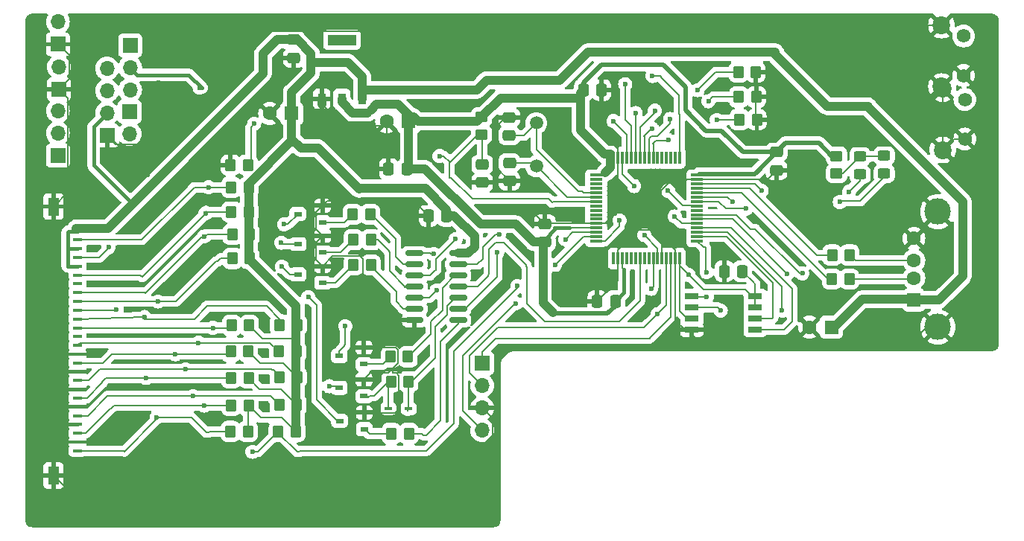
<source format=gbr>
%TF.GenerationSoftware,KiCad,Pcbnew,8.0.5*%
%TF.CreationDate,2024-10-06T12:55:07+01:00*%
%TF.ProjectId,Gotek,476f7465-6b2e-46b6-9963-61645f706362,rev?*%
%TF.SameCoordinates,Original*%
%TF.FileFunction,Copper,L1,Top*%
%TF.FilePolarity,Positive*%
%FSLAX46Y46*%
G04 Gerber Fmt 4.6, Leading zero omitted, Abs format (unit mm)*
G04 Created by KiCad (PCBNEW 8.0.5) date 2024-10-06 12:55:07*
%MOMM*%
%LPD*%
G01*
G04 APERTURE LIST*
G04 Aperture macros list*
%AMRoundRect*
0 Rectangle with rounded corners*
0 $1 Rounding radius*
0 $2 $3 $4 $5 $6 $7 $8 $9 X,Y pos of 4 corners*
0 Add a 4 corners polygon primitive as box body*
4,1,4,$2,$3,$4,$5,$6,$7,$8,$9,$2,$3,0*
0 Add four circle primitives for the rounded corners*
1,1,$1+$1,$2,$3*
1,1,$1+$1,$4,$5*
1,1,$1+$1,$6,$7*
1,1,$1+$1,$8,$9*
0 Add four rect primitives between the rounded corners*
20,1,$1+$1,$2,$3,$4,$5,0*
20,1,$1+$1,$4,$5,$6,$7,0*
20,1,$1+$1,$6,$7,$8,$9,0*
20,1,$1+$1,$8,$9,$2,$3,0*%
G04 Aperture macros list end*
%TA.AperFunction,ComponentPad*%
%ADD10R,1.500000X1.600000*%
%TD*%
%TA.AperFunction,ComponentPad*%
%ADD11C,1.600000*%
%TD*%
%TA.AperFunction,ComponentPad*%
%ADD12C,3.000000*%
%TD*%
%TA.AperFunction,ComponentPad*%
%ADD13C,5.000000*%
%TD*%
%TA.AperFunction,ComponentPad*%
%ADD14R,1.700000X1.700000*%
%TD*%
%TA.AperFunction,ComponentPad*%
%ADD15O,1.700000X1.700000*%
%TD*%
%TA.AperFunction,SMDPad,CuDef*%
%ADD16RoundRect,0.250000X-0.350000X-0.450000X0.350000X-0.450000X0.350000X0.450000X-0.350000X0.450000X0*%
%TD*%
%TA.AperFunction,SMDPad,CuDef*%
%ADD17RoundRect,0.250000X-0.475000X0.337500X-0.475000X-0.337500X0.475000X-0.337500X0.475000X0.337500X0*%
%TD*%
%TA.AperFunction,ComponentPad*%
%ADD18R,1.600000X1.600000*%
%TD*%
%TA.AperFunction,ComponentPad*%
%ADD19C,1.575000*%
%TD*%
%TA.AperFunction,ComponentPad*%
%ADD20C,2.025000*%
%TD*%
%TA.AperFunction,SMDPad,CuDef*%
%ADD21R,0.900000X0.600000*%
%TD*%
%TA.AperFunction,SMDPad,CuDef*%
%ADD22RoundRect,0.250000X0.450000X-0.325000X0.450000X0.325000X-0.450000X0.325000X-0.450000X-0.325000X0*%
%TD*%
%TA.AperFunction,SMDPad,CuDef*%
%ADD23RoundRect,0.250000X-0.337500X-0.475000X0.337500X-0.475000X0.337500X0.475000X-0.337500X0.475000X0*%
%TD*%
%TA.AperFunction,SMDPad,CuDef*%
%ADD24R,1.650000X0.700000*%
%TD*%
%TA.AperFunction,SMDPad,CuDef*%
%ADD25R,0.820000X0.420000*%
%TD*%
%TA.AperFunction,SMDPad,CuDef*%
%ADD26R,1.475000X0.300000*%
%TD*%
%TA.AperFunction,SMDPad,CuDef*%
%ADD27R,0.300000X1.475000*%
%TD*%
%TA.AperFunction,SMDPad,CuDef*%
%ADD28R,1.000000X0.400000*%
%TD*%
%TA.AperFunction,SMDPad,CuDef*%
%ADD29R,1.300000X2.000000*%
%TD*%
%TA.AperFunction,SMDPad,CuDef*%
%ADD30RoundRect,0.250000X0.337500X0.475000X-0.337500X0.475000X-0.337500X-0.475000X0.337500X-0.475000X0*%
%TD*%
%TA.AperFunction,SMDPad,CuDef*%
%ADD31RoundRect,0.250000X-0.450000X0.350000X-0.450000X-0.350000X0.450000X-0.350000X0.450000X0.350000X0*%
%TD*%
%TA.AperFunction,ComponentPad*%
%ADD32C,1.500000*%
%TD*%
%TA.AperFunction,SMDPad,CuDef*%
%ADD33R,0.950000X1.300000*%
%TD*%
%TA.AperFunction,SMDPad,CuDef*%
%ADD34R,3.250000X1.300000*%
%TD*%
%TA.AperFunction,SMDPad,CuDef*%
%ADD35RoundRect,0.250000X0.350000X0.450000X-0.350000X0.450000X-0.350000X-0.450000X0.350000X-0.450000X0*%
%TD*%
%TA.AperFunction,SMDPad,CuDef*%
%ADD36RoundRect,0.150000X-0.825000X-0.150000X0.825000X-0.150000X0.825000X0.150000X-0.825000X0.150000X0*%
%TD*%
%TA.AperFunction,ViaPad*%
%ADD37C,0.600000*%
%TD*%
%TA.AperFunction,Conductor*%
%ADD38C,0.200000*%
%TD*%
%TA.AperFunction,Conductor*%
%ADD39C,1.000000*%
%TD*%
%TA.AperFunction,Conductor*%
%ADD40C,0.400000*%
%TD*%
%TA.AperFunction,Conductor*%
%ADD41C,0.500000*%
%TD*%
G04 APERTURE END LIST*
D10*
%TO.P,P3,1,VBUS*%
%TO.N,5V*%
X196706525Y-88456650D03*
D11*
%TO.P,P3,2,D-*%
%TO.N,Net-(P3-D-)*%
X196706525Y-85956650D03*
%TO.P,P3,3,D+*%
%TO.N,Net-(P3-D+)*%
X196706525Y-83956650D03*
%TO.P,P3,4,GND*%
%TO.N,GND*%
X196706525Y-81456650D03*
D12*
%TO.P,P3,5,Shield*%
X199416525Y-91526650D03*
X199416525Y-78386650D03*
%TD*%
D13*
%TO.P,H1,1,1*%
%TO.N,GND*%
X118491000Y-60642500D03*
%TD*%
%TO.P,H2,1,1*%
%TO.N,GND*%
X139573000Y-60642500D03*
%TD*%
%TO.P,H3,1,1*%
%TO.N,GND*%
X118491000Y-110363000D03*
%TD*%
%TO.P,H4,1,1*%
%TO.N,GND*%
X139573000Y-110363000D03*
%TD*%
%TO.P,H5,1,1*%
%TO.N,GND*%
X189357000Y-60642500D03*
%TD*%
D14*
%TO.P,J10,1,Pin_1*%
%TO.N,GND*%
X105038525Y-69713475D03*
D15*
%TO.P,J10,2,Pin_2*%
%TO.N,5V*%
X105038525Y-67173475D03*
%TO.P,J10,3,Pin_3*%
%TO.N,SWCLK*%
X105038525Y-64633475D03*
%TO.P,J10,4,Pin_4*%
%TO.N,SWDIO*%
X105038525Y-62093475D03*
%TD*%
D16*
%TO.P,RB1,1*%
%TO.N,RB*%
X176755550Y-62506225D03*
%TO.P,RB1,2*%
%TO.N,GND*%
X178755550Y-62506225D03*
%TD*%
D14*
%TO.P,J7,1,Pin_1*%
%TO.N,/I2C2_CLK*%
X147653375Y-95653700D03*
D15*
%TO.P,J7,2,Pin_2*%
%TO.N,/I2C2_DTA*%
X147653375Y-98193700D03*
%TO.P,J7,3,Pin_3*%
%TO.N,GND*%
X147653375Y-100733700D03*
%TO.P,J7,4,Pin_4*%
%TO.N,+3.3V*%
X147653375Y-103273700D03*
%TD*%
D16*
%TO.P,PU5,1*%
%TO.N,DIR*%
X119195975Y-91357450D03*
%TO.P,PU5,2*%
%TO.N,5V*%
X121195975Y-91357450D03*
%TD*%
D17*
%TO.P,C4,1*%
%TO.N,NRST*%
X147659725Y-73025725D03*
%TO.P,C4,2*%
%TO.N,GND*%
X147659725Y-75100725D03*
%TD*%
D18*
%TO.P,C1,1*%
%TO.N,5V*%
X187333138Y-91535250D03*
D11*
%TO.P,C1,2*%
%TO.N,GND*%
X184833138Y-91535250D03*
%TD*%
D19*
%TO.P,S4,1,1*%
%TO.N,GND*%
X202485625Y-70133600D03*
%TO.P,S4,2,2*%
%TO.N,BUT_R*%
X202485625Y-65633600D03*
D20*
%TO.P,S4,3,3*%
%TO.N,GND*%
X199985625Y-71383600D03*
%TO.P,S4,4,4*%
X199985625Y-64383600D03*
%TD*%
D21*
%TO.P,Q5,1,B*%
%TO.N,Net-(DID1-A)*%
X134226125Y-99390875D03*
%TO.P,Q5,2,E*%
%TO.N,GND*%
X134226125Y-97490875D03*
%TO.P,Q5,3,C*%
%TO.N,RDATA*%
X131426125Y-98440875D03*
%TD*%
D16*
%TO.P,RN4,1*%
%TO.N,Net-(Q4-B)*%
X137337925Y-103641525D03*
%TO.P,RN4,2*%
%TO.N,Net-(RN4-Pad2)*%
X139337925Y-103641525D03*
%TD*%
D21*
%TO.P,Q6,1,B*%
%TO.N,Net-(Q6-B)*%
X134226125Y-95761850D03*
%TO.P,Q6,2,E*%
%TO.N,GND*%
X134226125Y-93861850D03*
%TO.P,Q6,3,C*%
%TO.N,DSKCHG*%
X131426125Y-94811850D03*
%TD*%
D22*
%TO.P,L5,1,K*%
%TO.N,/I2C2_DTA*%
X190595250Y-74173550D03*
%TO.P,L5,2,A*%
%TO.N,Net-(L4-A)*%
X190595250Y-72123550D03*
%TD*%
D23*
%TO.P,C20,1*%
%TO.N,GND*%
X141561275Y-78879700D03*
%TO.P,C20,2*%
%TO.N,5V*%
X143636275Y-78879700D03*
%TD*%
D16*
%TO.P,RA1,1*%
%TO.N,RA*%
X176860200Y-67922775D03*
%TO.P,RA1,2*%
%TO.N,GND*%
X178860200Y-67922775D03*
%TD*%
D18*
%TO.P,C17,1*%
%TO.N,+3.3V*%
X139304913Y-68164075D03*
D11*
%TO.P,C17,2*%
%TO.N,GND*%
X136804913Y-68164075D03*
%TD*%
D16*
%TO.P,PU12,1*%
%TO.N,SIDE1*%
X119056275Y-103397050D03*
%TO.P,PU12,2*%
%TO.N,5V*%
X121056275Y-103397050D03*
%TD*%
D23*
%TO.P,C6,1*%
%TO.N,+3.3V*%
X159165925Y-64573150D03*
%TO.P,C6,2*%
%TO.N,GND*%
X161240925Y-64573150D03*
%TD*%
D19*
%TO.P,S3,1,1*%
%TO.N,GND*%
X202345925Y-62915800D03*
%TO.P,S3,2,2*%
%TO.N,BUT_L*%
X202345925Y-58415800D03*
D20*
%TO.P,S3,3,3*%
%TO.N,GND*%
X199845925Y-64165800D03*
%TO.P,S3,4,4*%
X199845925Y-57165800D03*
%TD*%
D16*
%TO.P,PU13,1*%
%TO.N,SEL*%
X124498225Y-103431975D03*
%TO.P,PU13,2*%
%TO.N,5V*%
X126498225Y-103431975D03*
%TD*%
%TO.P,PU2,1*%
%TO.N,DSKCHG*%
X119164225Y-78432025D03*
%TO.P,PU2,2*%
%TO.N,5V*%
X121164225Y-78432025D03*
%TD*%
%TO.P,PU11,1*%
%TO.N,RDATA*%
X119126125Y-100466525D03*
%TO.P,PU11,2*%
%TO.N,5V*%
X121126125Y-100466525D03*
%TD*%
D21*
%TO.P,Q3,1,B*%
%TO.N,Net-(Q3-B)*%
X129523775Y-86497200D03*
%TO.P,Q3,2,E*%
%TO.N,GND*%
X129523775Y-84597200D03*
%TO.P,Q3,3,C*%
%TO.N,WPROT*%
X126723775Y-85547200D03*
%TD*%
D14*
%TO.P,JD1,1,Pin_1*%
%TO.N,GND*%
X99568000Y-64465200D03*
D15*
%TO.P,JD1,2,Pin_2*%
%TO.N,DINST*%
X99568000Y-61925200D03*
%TD*%
D16*
%TO.P,PU9,1*%
%TO.N,TRK0*%
X119126125Y-97326450D03*
%TO.P,PU9,2*%
%TO.N,5V*%
X121126125Y-97326450D03*
%TD*%
D21*
%TO.P,Q4,1,B*%
%TO.N,Net-(Q4-B)*%
X134261050Y-103159600D03*
%TO.P,Q4,2,E*%
%TO.N,GND*%
X134261050Y-101259600D03*
%TO.P,Q4,3,C*%
%TO.N,READY*%
X131461050Y-102209600D03*
%TD*%
D16*
%TO.P,RN2,1*%
%TO.N,Net-(Q2-B)*%
X133016750Y-81600675D03*
%TO.P,RN2,2*%
%TO.N,Net-(RN2-Pad2)*%
X135016750Y-81600675D03*
%TD*%
%TO.P,PU8,1*%
%TO.N,WGATE*%
X124637925Y-97221675D03*
%TO.P,PU8,2*%
%TO.N,5V*%
X126637925Y-97221675D03*
%TD*%
D23*
%TO.P,C18,1*%
%TO.N,GND*%
X137027375Y-73539350D03*
%TO.P,C18,2*%
%TO.N,+3.3V*%
X139102375Y-73539350D03*
%TD*%
D14*
%TO.P,MO1,1,Pin_1*%
%TO.N,DRVSEL*%
X99456875Y-72002650D03*
D15*
%TO.P,MO1,2,Pin_2*%
%TO.N,SEL*%
X99456875Y-69462650D03*
%TO.P,MO1,3,Pin_3*%
%TO.N,MTRON*%
X99456875Y-66922650D03*
%TD*%
D17*
%TO.P,C5,1*%
%TO.N,Net-(U3-HEXT_OUT{slash}PD1)*%
X150764875Y-72851100D03*
%TO.P,C5,2*%
%TO.N,GND*%
X150764875Y-74926100D03*
%TD*%
D24*
%TO.P,U8,1,CE#*%
%TO.N,SPI2_SS*%
X171469500Y-88026875D03*
%TO.P,U8,2,SO*%
%TO.N,SPI2_MISO*%
X171469500Y-89296875D03*
%TO.P,U8,3,WP#*%
%TO.N,+3.3V*%
X171469500Y-90566875D03*
%TO.P,U8,4,VSS*%
%TO.N,GND*%
X171469500Y-91836875D03*
%TO.P,U8,5,SI*%
%TO.N,SPI2_MOSI*%
X178669500Y-91836875D03*
%TO.P,U8,6,SCK*%
%TO.N,SPI2_SCK*%
X178669500Y-90566875D03*
%TO.P,U8,7,HOLD#*%
%TO.N,+3.3V*%
X178669500Y-89296875D03*
%TO.P,U8,8,VDD*%
X178669500Y-88026875D03*
%TD*%
D14*
%TO.P,J3,1,Pin_1*%
%TO.N,J3_BOOT0*%
X107664250Y-59467750D03*
D15*
%TO.P,J3,2,Pin_2*%
%TO.N,+3.3V*%
X107664250Y-62007750D03*
%TO.P,J3,3,Pin_3*%
%TO.N,USART1_TX*%
X107664250Y-64547750D03*
%TD*%
D16*
%TO.P,RN1,1*%
%TO.N,Net-(Q1-B)*%
X132934075Y-78705075D03*
%TO.P,RN1,2*%
%TO.N,Net-(RN1-Pad2)*%
X134934075Y-78705075D03*
%TD*%
D21*
%TO.P,Q2,1,B*%
%TO.N,Net-(Q2-B)*%
X129552525Y-83042800D03*
%TO.P,Q2,2,E*%
%TO.N,GND*%
X129552525Y-81142800D03*
%TO.P,Q2,3,C*%
%TO.N,TRK0*%
X126752525Y-82092800D03*
%TD*%
D25*
%TO.P,DID1,1,K*%
%TO.N,Net-(DID1-K)*%
X139313300Y-100812600D03*
%TO.P,DID1,2,A*%
%TO.N,Net-(DID1-A)*%
X137013300Y-100812600D03*
%TD*%
D16*
%TO.P,RN3,1*%
%TO.N,Net-(Q3-B)*%
X133016750Y-84461350D03*
%TO.P,RN3,2*%
%TO.N,Net-(RN3-Pad2)*%
X135016750Y-84461350D03*
%TD*%
%TO.P,RN5,1*%
%TO.N,Net-(DID1-A)*%
X137303000Y-97742375D03*
%TO.P,RN5,2*%
%TO.N,Net-(DID1-K)*%
X139303000Y-97742375D03*
%TD*%
D17*
%TO.P,C3,1*%
%TO.N,GND*%
X150729950Y-67688550D03*
%TO.P,C3,2*%
%TO.N,Net-(U3-HEXT_IN{slash}PD0)*%
X150729950Y-69763550D03*
%TD*%
D26*
%TO.P,U3,1,VBAT*%
%TO.N,+3.3V*%
X160606600Y-74250225D03*
%TO.P,U3,2,TAMPER_RTC/PC13*%
%TO.N,unconnected-(U3-TAMPER_RTC{slash}PC13-Pad2)*%
X160606600Y-74750225D03*
%TO.P,U3,3,LEXT_IN/PC14*%
%TO.N,unconnected-(U3-LEXT_IN{slash}PC14-Pad3)*%
X160606600Y-75250225D03*
%TO.P,U3,4,LEXT_OUT/PC15*%
%TO.N,unconnected-(U3-LEXT_OUT{slash}PC15-Pad4)*%
X160606600Y-75750225D03*
%TO.P,U3,5,HEXT_IN/PD0*%
%TO.N,Net-(U3-HEXT_IN{slash}PD0)*%
X160606600Y-76250225D03*
%TO.P,U3,6,HEXT_OUT/PD1*%
%TO.N,Net-(U3-HEXT_OUT{slash}PD1)*%
X160606600Y-76750225D03*
%TO.P,U3,7,NRST*%
%TO.N,NRST*%
X160606600Y-77250225D03*
%TO.P,U3,8,PC0*%
%TO.N,unconnected-(U3-PC0-Pad8)*%
X160606600Y-77750225D03*
%TO.P,U3,9,PC1*%
%TO.N,unconnected-(U3-PC1-Pad9)*%
X160606600Y-78250225D03*
%TO.P,U3,10,PC2*%
%TO.N,unconnected-(U3-PC2-Pad10)*%
X160606600Y-78750225D03*
%TO.P,U3,11,PC3*%
%TO.N,unconnected-(U3-PC3-Pad11)*%
X160606600Y-79250225D03*
%TO.P,U3,12,VSSA/VREF-*%
%TO.N,GND*%
X160606600Y-79750225D03*
%TO.P,U3,13,VDDA/VREF+*%
%TO.N,+3.3V*%
X160606600Y-80250225D03*
%TO.P,U3,14,WKUP/PA0*%
%TO.N,SEL*%
X160606600Y-80750225D03*
%TO.P,U3,15,PA1*%
%TO.N,STEP*%
X160606600Y-81250225D03*
%TO.P,U3,16,PA2*%
%TO.N,RB*%
X160606600Y-81750225D03*
D27*
%TO.P,U3,17,PA3*%
%TO.N,unconnected-(U3-PA3-Pad17)*%
X162594600Y-83738225D03*
%TO.P,U3,18,PF4*%
%TO.N,GND*%
X163094600Y-83738225D03*
%TO.P,U3,19,PF5*%
%TO.N,+3.3V*%
X163594600Y-83738225D03*
%TO.P,U3,20,PA4*%
%TO.N,unconnected-(U3-PA4-Pad20)*%
X164094600Y-83738225D03*
%TO.P,U3,21,PA5*%
%TO.N,unconnected-(U3-PA5-Pad21)*%
X164594600Y-83738225D03*
%TO.P,U3,22,PA6*%
%TO.N,unconnected-(U3-PA6-Pad22)*%
X165094600Y-83738225D03*
%TO.P,U3,23,PA7*%
%TO.N,RDATA_3V3*%
X165594600Y-83738225D03*
%TO.P,U3,24,PC4*%
%TO.N,unconnected-(U3-PC4-Pad24)*%
X166094600Y-83738225D03*
%TO.P,U3,25,PC5*%
%TO.N,unconnected-(U3-PC5-Pad25)*%
X166594600Y-83738225D03*
%TO.P,U3,26,PB0*%
%TO.N,DIR*%
X167094600Y-83738225D03*
%TO.P,U3,27,PB1*%
%TO.N,RC*%
X167594600Y-83738225D03*
%TO.P,U3,28,PB2*%
%TO.N,GND*%
X168094600Y-83738225D03*
%TO.P,U3,29,PB10*%
%TO.N,/I2C2_DTA*%
X168594600Y-83738225D03*
%TO.P,U3,30,PB11*%
%TO.N,/I2C2_CLK*%
X169094600Y-83738225D03*
%TO.P,U3,31,VSS_1*%
%TO.N,GND*%
X169594600Y-83738225D03*
%TO.P,U3,32,VDD_1*%
%TO.N,+3.3V*%
X170094600Y-83738225D03*
D26*
%TO.P,U3,33,PB12*%
%TO.N,SPI2_SS*%
X172082600Y-81750225D03*
%TO.P,U3,34,PB13*%
%TO.N,SPI2_SCK*%
X172082600Y-81250225D03*
%TO.P,U3,35,PB14*%
%TO.N,SPI2_MISO*%
X172082600Y-80750225D03*
%TO.P,U3,36,PB15*%
%TO.N,SPI2_MOSI*%
X172082600Y-80250225D03*
%TO.P,U3,37,PC6*%
%TO.N,RA*%
X172082600Y-79750225D03*
%TO.P,U3,38,PC7*%
%TO.N,BUT_L*%
X172082600Y-79250225D03*
%TO.P,U3,39,PC8*%
%TO.N,BUT_R*%
X172082600Y-78750225D03*
%TO.P,U3,40,PC9*%
%TO.N,unconnected-(U3-PC9-Pad40)*%
X172082600Y-78250225D03*
%TO.P,U3,41,PA8*%
%TO.N,WDATA*%
X172082600Y-77750225D03*
%TO.P,U3,42,PA9*%
%TO.N,USART1_TX*%
X172082600Y-77250225D03*
%TO.P,U3,43,PA10*%
%TO.N,USART1_RX*%
X172082600Y-76750225D03*
%TO.P,U3,44,PA11*%
%TO.N,Net-(U3-PA11)*%
X172082600Y-76250225D03*
%TO.P,U3,45,PA12*%
%TO.N,Net-(U3-PA12)*%
X172082600Y-75750225D03*
%TO.P,U3,46,PA13*%
%TO.N,SWDIO*%
X172082600Y-75250225D03*
%TO.P,U3,47,PF6*%
%TO.N,GND*%
X172082600Y-74750225D03*
%TO.P,U3,48,PF7*%
%TO.N,+3.3V*%
X172082600Y-74250225D03*
D27*
%TO.P,U3,49,PA14*%
%TO.N,SWCLK*%
X170094600Y-72262225D03*
%TO.P,U3,50,PA15*%
%TO.N,unconnected-(U3-PA15-Pad50)*%
X169594600Y-72262225D03*
%TO.P,U3,51,PC10*%
%TO.N,unconnected-(U3-PC10-Pad51)*%
X169094600Y-72262225D03*
%TO.P,U3,52,PC11*%
%TO.N,unconnected-(U3-PC11-Pad52)*%
X168594600Y-72262225D03*
%TO.P,U3,53,PC12*%
%TO.N,unconnected-(U3-PC12-Pad53)*%
X168094600Y-72262225D03*
%TO.P,U3,54,PD2*%
%TO.N,unconnected-(U3-PD2-Pad54)*%
X167594600Y-72262225D03*
%TO.P,U3,55,PB3*%
%TO.N,READY_3V3*%
X167094600Y-72262225D03*
%TO.P,U3,56,PB4*%
%TO.N,SIDE1*%
X166594600Y-72262225D03*
%TO.P,U3,57,PB5*%
%TO.N,WPROT_3V3*%
X166094600Y-72262225D03*
%TO.P,U3,58,PB6*%
%TO.N,TRK0_3V3*%
X165594600Y-72262225D03*
%TO.P,U3,59,PB7*%
%TO.N,DSKCHG_3V3*%
X165094600Y-72262225D03*
%TO.P,U3,60,BOOT0*%
%TO.N,J3_BOOT0*%
X164594600Y-72262225D03*
%TO.P,U3,61,PB8*%
%TO.N,INDEX_3V3*%
X164094600Y-72262225D03*
%TO.P,U3,62,PB9*%
%TO.N,WGATE*%
X163594600Y-72262225D03*
%TO.P,U3,63,VSS_2*%
%TO.N,GND*%
X163094600Y-72262225D03*
%TO.P,U3,64,VDD_2*%
%TO.N,+3.3V*%
X162594600Y-72262225D03*
%TD*%
D16*
%TO.P,PU1,1*%
%TO.N,INDEX*%
X119129300Y-75638025D03*
%TO.P,PU1,2*%
%TO.N,5V*%
X121129300Y-75638025D03*
%TD*%
D14*
%TO.P,JE1,1,Pin_1*%
%TO.N,GND*%
X99456875Y-59356625D03*
D15*
%TO.P,JE1,2,Pin_2*%
%TO.N,HDOUT*%
X99456875Y-56816625D03*
%TD*%
D28*
%TO.P,P1,1,1*%
%TO.N,5V*%
X101666675Y-80618051D03*
%TO.P,P1,2,2*%
%TO.N,INDEX*%
X101666675Y-81618051D03*
%TO.P,P1,3,3*%
%TO.N,5V*%
X101666675Y-82618052D03*
%TO.P,P1,4,4*%
%TO.N,DRVSEL*%
X101666675Y-83618050D03*
%TO.P,P1,5,5*%
%TO.N,5V*%
X101666675Y-84618050D03*
%TO.P,P1,6,6*%
%TO.N,DSKCHG*%
X101666675Y-85618051D03*
%TO.P,P1,7,7*%
%TO.N,unconnected-(P1-Pad7)*%
X101666675Y-86618051D03*
%TO.P,P1,8,8*%
%TO.N,READY*%
X101666675Y-87618049D03*
%TO.P,P1,9,9*%
%TO.N,HDOUT*%
X101666675Y-88618050D03*
%TO.P,P1,10,10*%
%TO.N,MTRON*%
X101666675Y-89618050D03*
%TO.P,P1,11,11*%
%TO.N,DINST*%
X101666675Y-90618051D03*
%TO.P,P1,12,12*%
%TO.N,DIR*%
X101666675Y-91618051D03*
%TO.P,P1,13,13*%
%TO.N,unconnected-(P1-Pad13)*%
X101666675Y-92618049D03*
%TO.P,P1,14,14*%
%TO.N,STEP*%
X101666675Y-93618050D03*
%TO.P,P1,15,15*%
%TO.N,GND*%
X101666675Y-94618051D03*
%TO.P,P1,16,16*%
%TO.N,WDATA*%
X101666675Y-95618051D03*
%TO.P,P1,17,17*%
%TO.N,GND*%
X101666675Y-96618052D03*
%TO.P,P1,18,18*%
%TO.N,WGATE*%
X101666675Y-97618050D03*
%TO.P,P1,19,19*%
%TO.N,GND*%
X101666675Y-98618050D03*
%TO.P,P1,20,20*%
%TO.N,TRK0*%
X101666675Y-99618051D03*
%TO.P,P1,21,21*%
%TO.N,GND*%
X101666675Y-100618051D03*
%TO.P,P1,22,22*%
%TO.N,WPROT*%
X101666675Y-101618052D03*
%TO.P,P1,23,23*%
%TO.N,GND*%
X101666675Y-102618050D03*
%TO.P,P1,24,24*%
%TO.N,RDATA*%
X101666675Y-103618050D03*
%TO.P,P1,25,25*%
%TO.N,GND*%
X101666675Y-104618051D03*
%TO.P,P1,26,26*%
%TO.N,SIDE1*%
X101666675Y-105618051D03*
D29*
%TO.P,P1,P1,P1*%
%TO.N,GND*%
X98966676Y-77818076D03*
%TO.P,P1,P2,P2*%
X98966676Y-108418026D03*
%TD*%
D17*
%TO.P,C23,1*%
%TO.N,5V*%
X126253875Y-58846900D03*
%TO.P,C23,2*%
%TO.N,GND*%
X126253875Y-60921900D03*
%TD*%
D16*
%TO.P,PU6,1*%
%TO.N,STEP*%
X124555250Y-94322900D03*
%TO.P,PU6,2*%
%TO.N,5V*%
X126555250Y-94322900D03*
%TD*%
%TO.P,RN6,1*%
%TO.N,Net-(Q6-B)*%
X137233150Y-94916625D03*
%TO.P,RN6,2*%
%TO.N,Net-(RN6-Pad2)*%
X139233150Y-94916625D03*
%TD*%
%TO.P,R2,1*%
%TO.N,Net-(U3-PA11)*%
X187375925Y-86077425D03*
%TO.P,R2,2*%
%TO.N,Net-(P3-D-)*%
X189375925Y-86077425D03*
%TD*%
D30*
%TO.P,C8,1*%
%TO.N,+3.3V*%
X162797400Y-88576150D03*
%TO.P,C8,2*%
%TO.N,GND*%
X160722400Y-88576150D03*
%TD*%
D31*
%TO.P,R10,1*%
%TO.N,+3.3V*%
X147589875Y-67621275D03*
%TO.P,R10,2*%
%TO.N,NRST*%
X147589875Y-69621275D03*
%TD*%
D16*
%TO.P,RC1,1*%
%TO.N,RC*%
X176809525Y-65354200D03*
%TO.P,RC1,2*%
%TO.N,GND*%
X178809525Y-65354200D03*
%TD*%
D32*
%TO.P,Y1,1,1*%
%TO.N,Net-(U3-HEXT_OUT{slash}PD1)*%
X153800175Y-73233450D03*
%TO.P,Y1,2,2*%
%TO.N,Net-(U3-HEXT_IN{slash}PD0)*%
X153800175Y-68333450D03*
%TD*%
D14*
%TO.P,J4,1,Pin_1*%
%TO.N,USART1_RX*%
X107607100Y-67016075D03*
D15*
%TO.P,J4,2,Pin_2*%
%TO.N,NRST*%
X107607100Y-69556075D03*
%TD*%
D33*
%TO.P,U4,1,GROUND/ADJUST*%
%TO.N,GND*%
X129434400Y-65554600D03*
%TO.P,U4,2,VOUT_1*%
%TO.N,+3.3V*%
X131724400Y-65554600D03*
%TO.P,U4,3,VIN*%
%TO.N,5V*%
X134014400Y-65554600D03*
D34*
%TO.P,U4,4,VOUT_2*%
%TO.N,unconnected-(U4-VOUT_2-Pad4)*%
X131724400Y-58854600D03*
%TD*%
D16*
%TO.P,PU10,1*%
%TO.N,WPROT*%
X124603000Y-100396675D03*
%TO.P,PU10,2*%
%TO.N,5V*%
X126603000Y-100396675D03*
%TD*%
D35*
%TO.P,RN13,1*%
%TO.N,J3_BOOT0*%
X121059450Y-73091675D03*
%TO.P,RN13,2*%
%TO.N,GND*%
X119059450Y-73091675D03*
%TD*%
D21*
%TO.P,Q1,1,B*%
%TO.N,Net-(Q1-B)*%
X129517600Y-79623325D03*
%TO.P,Q1,2,E*%
%TO.N,GND*%
X129517600Y-77723325D03*
%TO.P,Q1,3,C*%
%TO.N,INDEX*%
X126717600Y-78673325D03*
%TD*%
D22*
%TO.P,L4,1,K*%
%TO.N,SEL*%
X193328925Y-74084925D03*
%TO.P,L4,2,A*%
%TO.N,Net-(L4-A)*%
X193328925Y-72034925D03*
%TD*%
D16*
%TO.P,PU14,1*%
%TO.N,HDOUT*%
X119269000Y-83734275D03*
%TO.P,PU14,2*%
%TO.N,5V*%
X121269000Y-83734275D03*
%TD*%
D36*
%TO.P,U1,1*%
%TO.N,INDEX_3V3*%
X139984075Y-83127850D03*
%TO.P,U1,2*%
%TO.N,Net-(RN1-Pad2)*%
X139984075Y-84397850D03*
%TO.P,U1,3*%
%TO.N,TRK0_3V3*%
X139984075Y-85667850D03*
%TO.P,U1,4*%
%TO.N,Net-(RN2-Pad2)*%
X139984075Y-86937850D03*
%TO.P,U1,5*%
%TO.N,WPROT_3V3*%
X139984075Y-88207850D03*
%TO.P,U1,6*%
%TO.N,Net-(RN3-Pad2)*%
X139984075Y-89477850D03*
%TO.P,U1,7,GND*%
%TO.N,GND*%
X139984075Y-90747850D03*
%TO.P,U1,8*%
%TO.N,Net-(RN4-Pad2)*%
X144934075Y-90747850D03*
%TO.P,U1,9*%
%TO.N,READY_3V3*%
X144934075Y-89477850D03*
%TO.P,U1,10*%
%TO.N,Net-(DID1-K)*%
X144934075Y-88207850D03*
%TO.P,U1,11*%
%TO.N,RDATA_3V3*%
X144934075Y-86937850D03*
%TO.P,U1,12*%
%TO.N,Net-(RN6-Pad2)*%
X144934075Y-85667850D03*
%TO.P,U1,13*%
%TO.N,DSKCHG_3V3*%
X144934075Y-84397850D03*
%TO.P,U1,14,VCC*%
%TO.N,5V*%
X144934075Y-83127850D03*
%TD*%
D16*
%TO.P,R1,1*%
%TO.N,Net-(U3-PA12)*%
X187417200Y-83331050D03*
%TO.P,R1,2*%
%TO.N,Net-(P3-D+)*%
X189417200Y-83331050D03*
%TD*%
D31*
%TO.P,R21,1*%
%TO.N,+3.3V*%
X187915550Y-72059925D03*
%TO.P,R21,2*%
%TO.N,Net-(L4-A)*%
X187915550Y-74059925D03*
%TD*%
D17*
%TO.P,C9,1*%
%TO.N,GND*%
X154774900Y-79794825D03*
%TO.P,C9,2*%
%TO.N,+3.3V*%
X154774900Y-81869825D03*
%TD*%
D35*
%TO.P,PU4,1*%
%TO.N,5V*%
X126637925Y-91287600D03*
%TO.P,PU4,2*%
%TO.N,DINST*%
X124637925Y-91287600D03*
%TD*%
D17*
%TO.P,C7,1*%
%TO.N,+3.3V*%
X181105175Y-71628725D03*
%TO.P,C7,2*%
%TO.N,GND*%
X181105175Y-73703725D03*
%TD*%
D18*
%TO.P,C19,1*%
%TO.N,5V*%
X126017025Y-67227450D03*
D11*
%TO.P,C19,2*%
%TO.N,GND*%
X123517025Y-67227450D03*
%TD*%
D16*
%TO.P,PU3,1*%
%TO.N,READY*%
X119269000Y-80978375D03*
%TO.P,PU3,2*%
%TO.N,5V*%
X121269000Y-80978375D03*
%TD*%
%TO.P,PU7,1*%
%TO.N,WDATA*%
X119091200Y-94322900D03*
%TO.P,PU7,2*%
%TO.N,5V*%
X121091200Y-94322900D03*
%TD*%
D23*
%TO.P,C16,1*%
%TO.N,GND*%
X175146425Y-85185250D03*
%TO.P,C16,2*%
%TO.N,+3.3V*%
X177221425Y-85185250D03*
%TD*%
D37*
%TO.N,GND*%
X165119050Y-63296800D03*
X168328975Y-74114025D03*
X142579725Y-66192400D03*
X110874175Y-63750825D03*
X110817025Y-65592325D03*
X111210725Y-60121800D03*
X130470275Y-90322400D03*
X111280575Y-68602225D03*
X108051600Y-83461225D03*
X116979700Y-72869425D03*
X109658150Y-74177525D03*
X125739525Y-75339575D03*
X150060025Y-78374875D03*
X139001500Y-79984600D03*
X145034000Y-74015600D03*
X167941625Y-77333475D03*
X162744150Y-78600300D03*
X184896125Y-72647175D03*
X182537100Y-66995675D03*
X175056800Y-82476975D03*
X161036000Y-85975825D03*
%TO.N,NRST*%
X142805150Y-72072500D03*
%TO.N,+3.3V*%
X151491950Y-88855550D03*
X171118212Y-85602763D03*
X154600275Y-88820625D03*
X115554125Y-64303275D03*
%TO.N,J3_BOOT0*%
X121751725Y-68411725D03*
X163909375Y-63890525D03*
%TO.N,USART1_TX*%
X177638075Y-78057375D03*
%TO.N,USART1_RX*%
X176069625Y-77263625D03*
%TO.N,/I2C2_DTA*%
X167582850Y-90049350D03*
X189344300Y-76136500D03*
%TO.N,SWDIO*%
X179403375Y-76003150D03*
%TO.N,SWCLK*%
X167001825Y-62960250D03*
%TO.N,DINST*%
X109299375Y-90389075D03*
%TO.N,SEL*%
X151666575Y-86868000D03*
X121561225Y-105724325D03*
%TO.N,DIR*%
X117059075Y-91618051D03*
X166849425Y-87188675D03*
%TO.N,DRVSEL*%
X105225850Y-82461100D03*
%TO.N,DSKCHG*%
X116220875Y-78609825D03*
X132102225Y-91424125D03*
%TO.N,READY*%
X127892175Y-88122125D03*
X116055775Y-81232375D03*
%TO.N,RA*%
X174301150Y-67986275D03*
X169532300Y-78946375D03*
%TO.N,RB*%
X163271200Y-79403575D03*
X172132625Y-64573150D03*
%TO.N,RC*%
X166096950Y-81079975D03*
X173358175Y-65836800D03*
%TO.N,SPI2_SS*%
X173170850Y-85293200D03*
X173170850Y-88128475D03*
%TO.N,SPI2_MISO*%
X174755175Y-89662000D03*
X181733825Y-89662000D03*
%TO.N,WPROT_3V3*%
X166960550Y-68929250D03*
X142484475Y-87366475D03*
%TO.N,HDOUT*%
X110807500Y-88618050D03*
%TO.N,SEL*%
X188280675Y-77301725D03*
X157111700Y-81562575D03*
%TO.N,MTRON*%
X106118025Y-89550875D03*
%TO.N,STEP*%
X115439825Y-93322900D03*
X155924250Y-84458175D03*
%TO.N,WGATE*%
X113934875Y-96326450D03*
X164922200Y-75491975D03*
%TO.N,INDEX*%
X116614575Y-75638025D03*
X125152150Y-79844900D03*
%TO.N,WPROT*%
X124898150Y-84664550D03*
X114827050Y-99377500D03*
%TO.N,RDATA*%
X130273425Y-98263075D03*
X116055775Y-100466525D03*
%TO.N,TRK0*%
X109467650Y-97326450D03*
X124841000Y-81930875D03*
%TO.N,SIDE1*%
X110696375Y-101777800D03*
X168998900Y-67856100D03*
%TO.N,WDATA*%
X168776650Y-76038075D03*
X112817275Y-94630875D03*
%TO.N,BUT_L*%
X182308500Y-85477350D03*
%TO.N,BUT_R*%
X184035700Y-85413850D03*
%TO.N,INDEX_3V3*%
X142135225Y-83216750D03*
X162579050Y-68097400D03*
%TO.N,DSKCHG_3V3*%
X149564725Y-81000600D03*
X165094600Y-67177600D03*
%TO.N,TRK0_3V3*%
X167281225Y-66909950D03*
X144649825Y-81530825D03*
%TO.N,READY_3V3*%
X149367875Y-83038950D03*
X168786175Y-70240525D03*
%TD*%
D38*
%TO.N,WDATA*%
X105527475Y-94665800D02*
X105527475Y-94630875D01*
X104555925Y-95637350D02*
X105527475Y-94665800D01*
X105527475Y-94630875D02*
X112817275Y-94630875D01*
X104536626Y-95618051D02*
X104555925Y-95637350D01*
X101666675Y-95618051D02*
X104536626Y-95618051D01*
%TO.N,J3_BOOT0*%
X163909375Y-67986275D02*
X164594600Y-68671500D01*
X163909375Y-63890525D02*
X163909375Y-67986275D01*
X164594600Y-68671500D02*
X164594600Y-72262225D01*
%TO.N,5V*%
X126017025Y-70750300D02*
X121129300Y-75638025D01*
X126017025Y-70111625D02*
X126017025Y-70750300D01*
D39*
X121164225Y-75210970D02*
X121164225Y-83772250D01*
X121164225Y-83772250D02*
X126498225Y-89106250D01*
X126017025Y-70358170D02*
X121164225Y-75210970D01*
X126498225Y-89106250D02*
X126498225Y-103431975D01*
X126017025Y-70111625D02*
X126017025Y-70358170D01*
D38*
%TO.N,GND*%
X168094600Y-82254150D02*
X168596313Y-81752437D01*
X168596313Y-81752437D02*
X167323850Y-80479975D01*
X169594600Y-82750725D02*
X168596313Y-81752437D01*
X168094600Y-83738225D02*
X168094600Y-82254150D01*
X116979700Y-72869425D02*
X117201950Y-73091675D01*
X117201950Y-73091675D02*
X119059450Y-73091675D01*
X109658150Y-74177525D02*
X109752730Y-74272105D01*
X105194100Y-69713475D02*
X109658150Y-74177525D01*
X105038525Y-69713475D02*
X105194100Y-69713475D01*
X128250275Y-77723325D02*
X129517600Y-77723325D01*
X125739525Y-75339575D02*
X125866525Y-75339575D01*
X125866525Y-75339575D02*
X128250275Y-77723325D01*
X167323850Y-80479975D02*
X165365350Y-80479975D01*
X165365350Y-80479975D02*
X163094600Y-82750725D01*
X169594600Y-83738225D02*
X169594600Y-82750725D01*
X163094600Y-82750725D02*
X163094600Y-83738225D01*
X153354950Y-78374875D02*
X150060025Y-78374875D01*
X154774900Y-79794825D02*
X153354950Y-78374875D01*
X140106400Y-78879700D02*
X139001500Y-79984600D01*
X141561275Y-78879700D02*
X140106400Y-78879700D01*
X146119125Y-75100725D02*
X145034000Y-74015600D01*
X147659725Y-75100725D02*
X146119125Y-75100725D01*
X122620087Y-66330512D02*
X121753312Y-66330512D01*
X123517025Y-67227450D02*
X122620087Y-66330512D01*
X121753312Y-66330512D02*
X119059450Y-69024375D01*
X126253875Y-61829950D02*
X121753312Y-66330512D01*
X136835100Y-57904600D02*
X139573000Y-60642500D01*
X121228900Y-57904600D02*
X136835100Y-57904600D01*
X118491000Y-60642500D02*
X121228900Y-57904600D01*
X167941625Y-76024571D02*
X167941625Y-77333475D01*
X169215971Y-74750225D02*
X167941625Y-76024571D01*
X172082600Y-74750225D02*
X169215971Y-74750225D01*
X163094600Y-78249850D02*
X163094600Y-72262225D01*
X162744150Y-78600300D02*
X163094600Y-78249850D01*
X161594225Y-79750225D02*
X162744150Y-78600300D01*
X160606600Y-79750225D02*
X161594225Y-79750225D01*
X130066200Y-77174725D02*
X129517600Y-77723325D01*
X139856300Y-77174725D02*
X130066200Y-77174725D01*
X141561275Y-78879700D02*
X139856300Y-77174725D01*
X183839575Y-73703725D02*
X181105175Y-73703725D01*
X184896125Y-72647175D02*
X183839575Y-73703725D01*
X181610000Y-67922775D02*
X182537100Y-66995675D01*
X178860200Y-67922775D02*
X181610000Y-67922775D01*
X178755550Y-67818125D02*
X178860200Y-67922775D01*
X178755550Y-62506225D02*
X178755550Y-67818125D01*
%TO.N,INDEX*%
X114703225Y-75885675D02*
X114703225Y-75882500D01*
X114703225Y-75882500D02*
X114947700Y-75638025D01*
X114947700Y-75638025D02*
X116614575Y-75638025D01*
X108970849Y-81618051D02*
X114703225Y-75885675D01*
X101666675Y-81618051D02*
X108970849Y-81618051D01*
D39*
%TO.N,5V*%
X202260200Y-77263625D02*
X191408050Y-66411475D01*
X202260200Y-85734525D02*
X202260200Y-77263625D01*
X200012300Y-87982425D02*
X202260200Y-85734525D01*
D38*
%TO.N,SPI2_SCK*%
X180705125Y-86493350D02*
X175434625Y-81222850D01*
X180705125Y-90449400D02*
X180705125Y-86493350D01*
X175434625Y-81222850D02*
X175085375Y-81222850D01*
X175058000Y-81250225D02*
X172082600Y-81250225D01*
X180587650Y-90566875D02*
X180705125Y-90449400D01*
X175085375Y-81222850D02*
X175058000Y-81250225D01*
X178669500Y-90566875D02*
X180587650Y-90566875D01*
%TO.N,GND*%
X201235625Y-70133600D02*
X199985625Y-71383600D01*
X202485625Y-70133600D02*
X201235625Y-70133600D01*
X199985625Y-64305500D02*
X199845925Y-64165800D01*
X199985625Y-71383600D02*
X199985625Y-64305500D01*
X192833700Y-57165800D02*
X189357000Y-60642500D01*
X199845925Y-57165800D02*
X192833700Y-57165800D01*
%TO.N,5V*%
X122510425Y-101850825D02*
X124917075Y-101850825D01*
X124917075Y-101850825D02*
X126498225Y-103431975D01*
X121126125Y-100466525D02*
X122510425Y-101850825D01*
X126164725Y-92849700D02*
X126555250Y-93240225D01*
X121195975Y-91357450D02*
X122688225Y-92849700D01*
X122688225Y-92849700D02*
X126164725Y-92849700D01*
X124777375Y-98571050D02*
X126603000Y-100396675D01*
X122370725Y-98571050D02*
X124777375Y-98571050D01*
X121126125Y-97326450D02*
X122370725Y-98571050D01*
X125091700Y-95675450D02*
X126637925Y-97221675D01*
X122443750Y-95675450D02*
X125091700Y-95675450D01*
X121091200Y-94322900D02*
X122443750Y-95675450D01*
%TO.N,J3_BOOT0*%
X121370725Y-72780400D02*
X121059450Y-73091675D01*
X121370725Y-68792725D02*
X121370725Y-72780400D01*
X121751725Y-68411725D02*
X121370725Y-68792725D01*
%TO.N,GND*%
X119059450Y-69024375D02*
X119059450Y-73091675D01*
X126253875Y-60921900D02*
X126253875Y-61829950D01*
%TO.N,5V*%
X121269000Y-80317850D02*
X121196100Y-80244950D01*
X121269000Y-80978375D02*
X121269000Y-80317850D01*
%TO.N,GND*%
X161240925Y-69421050D02*
X163094600Y-71274725D01*
X163094600Y-71274725D02*
X163094600Y-72262225D01*
X161240925Y-64573150D02*
X161240925Y-69421050D01*
D39*
%TO.N,5V*%
X190830200Y-88347550D02*
X196597425Y-88347550D01*
X196597425Y-88347550D02*
X196706525Y-88456650D01*
X190766700Y-88411050D02*
X190830200Y-88347550D01*
X199538075Y-88456650D02*
X200163675Y-87831050D01*
X196706525Y-88456650D02*
X199538075Y-88456650D01*
D38*
%TO.N,GND*%
X198170850Y-91526650D02*
X199416525Y-91526650D01*
X196501725Y-93195775D02*
X198170850Y-91526650D01*
X184833138Y-91535250D02*
X186493663Y-93195775D01*
X186493663Y-93195775D02*
X196501725Y-93195775D01*
%TO.N,Net-(P3-D-)*%
X196585750Y-86077425D02*
X189375925Y-86077425D01*
X196706525Y-85956650D02*
X196585750Y-86077425D01*
%TO.N,Net-(P3-D+)*%
X190042800Y-83956650D02*
X189417200Y-83331050D01*
X196706525Y-83956650D02*
X190042800Y-83956650D01*
%TO.N,Net-(U3-PA11)*%
X177094575Y-76250225D02*
X172082600Y-76250225D01*
X186921775Y-86077425D02*
X177094575Y-76250225D01*
X187375925Y-86077425D02*
X186921775Y-86077425D01*
%TO.N,Net-(P3-D-)*%
X189734575Y-86077425D02*
X189747275Y-86064725D01*
%TO.N,5V*%
X134201725Y-64547750D02*
X134014400Y-64735075D01*
D39*
X122748675Y-60458350D02*
X122748675Y-62690375D01*
D40*
X100555425Y-84591525D02*
X100555425Y-80752950D01*
D38*
X100581950Y-84618050D02*
X100555425Y-84591525D01*
X126555250Y-93240225D02*
X126555250Y-91370275D01*
X126637925Y-94405575D02*
X126555250Y-94322900D01*
D40*
X101666675Y-80406875D02*
X101555550Y-80295750D01*
D39*
X127063500Y-71158100D02*
X126017025Y-70111625D01*
D38*
X126498225Y-103431975D02*
X126498225Y-100501450D01*
X133692900Y-75765025D02*
X133657975Y-75799950D01*
D39*
X180946425Y-60271025D02*
X159677100Y-60271025D01*
X134014400Y-63007050D02*
X134014400Y-64735075D01*
D40*
X103511350Y-68700650D02*
X103511350Y-73148825D01*
D39*
X143636275Y-78590050D02*
X143636275Y-78190000D01*
X127063500Y-71158100D02*
X129016125Y-71158100D01*
D38*
X126637925Y-88858600D02*
X121513600Y-83734275D01*
X126637925Y-91287600D02*
X126637925Y-88858600D01*
D40*
X100613952Y-82618052D02*
X101666675Y-82618052D01*
D39*
X141211300Y-75765025D02*
X133692900Y-75765025D01*
X148135975Y-63452375D02*
X156495750Y-63452375D01*
X128212850Y-60747275D02*
X128212850Y-60404375D01*
X124356950Y-58846900D02*
X126253875Y-58846900D01*
X159677100Y-60271025D02*
X156495750Y-63452375D01*
D38*
X121056275Y-103397050D02*
X121056275Y-100536375D01*
D39*
X122888375Y-60315475D02*
X124356950Y-58846900D01*
X128212850Y-61442600D02*
X132449950Y-61442600D01*
D38*
X121513600Y-83734275D02*
X121269000Y-83734275D01*
D39*
X187642500Y-91535250D02*
X187333138Y-91535250D01*
D38*
X126555250Y-91370275D02*
X126637925Y-91287600D01*
X126555250Y-94322900D02*
X126555250Y-93240225D01*
D39*
X129016125Y-71158100D02*
X133657975Y-75799950D01*
X128212850Y-60404375D02*
X126655375Y-58846900D01*
X186861450Y-66411475D02*
X180946425Y-60496450D01*
X146069050Y-83127850D02*
X144934075Y-83127850D01*
X126017025Y-64813175D02*
X128212850Y-62617350D01*
X134014400Y-64735075D02*
X134014400Y-65554600D01*
X143636275Y-78879700D02*
X144468850Y-78879700D01*
D40*
X103511350Y-73148825D02*
X107578525Y-77216000D01*
D38*
X100555425Y-82559525D02*
X100613952Y-82618052D01*
D39*
X146773900Y-82423000D02*
X146069050Y-83127850D01*
D40*
X107578525Y-77216000D02*
X107578525Y-77222350D01*
D39*
X132449950Y-61442600D02*
X134014400Y-63007050D01*
X128212850Y-60747275D02*
X128212850Y-61442600D01*
D40*
X100555425Y-80752950D02*
X100690324Y-80618051D01*
X100690324Y-80618051D02*
X101666675Y-80618051D01*
D38*
X180946425Y-60496450D02*
X180946425Y-60271025D01*
X126603000Y-100396675D02*
X126603000Y-97256600D01*
X143636275Y-78879700D02*
X143636275Y-78590050D01*
D39*
X105143300Y-80295750D02*
X101555550Y-80295750D01*
X126655375Y-58846900D02*
X126312475Y-58846900D01*
X146773900Y-81184750D02*
X146773900Y-82423000D01*
D38*
X121269000Y-83734275D02*
X121269000Y-80978375D01*
D39*
X126017025Y-70111625D02*
X126017025Y-67227450D01*
X191496950Y-66411475D02*
X186861450Y-66411475D01*
X128212850Y-62617350D02*
X128212850Y-60747275D01*
D40*
X101666675Y-80618051D02*
X101666675Y-80406875D01*
D38*
X126498225Y-100501450D02*
X126603000Y-100396675D01*
D39*
X122748675Y-62690375D02*
X105143300Y-80295750D01*
X143636275Y-78190000D02*
X141211300Y-75765025D01*
D38*
X126312475Y-58846900D02*
X126253875Y-58846900D01*
D39*
X147040600Y-64547750D02*
X134201725Y-64547750D01*
D38*
X126637925Y-97221675D02*
X126637925Y-94405575D01*
D40*
X101666675Y-84618050D02*
X100581950Y-84618050D01*
D39*
X126017025Y-67227450D02*
X126017025Y-64813175D01*
D38*
X121056275Y-100536375D02*
X121126125Y-100466525D01*
D39*
X147040600Y-64547750D02*
X148135975Y-63452375D01*
D40*
X105038525Y-67173475D02*
X103511350Y-68700650D01*
D39*
X144468850Y-78879700D02*
X146773900Y-81184750D01*
D38*
X126603000Y-97256600D02*
X126637925Y-97221675D01*
D39*
X190766700Y-88411050D02*
X187642500Y-91535250D01*
D38*
%TO.N,GND*%
X101666675Y-98618050D02*
X98991451Y-98618050D01*
X160722400Y-88576150D02*
X160722400Y-86289425D01*
X131841875Y-68589525D02*
X136379463Y-68589525D01*
X101666675Y-100618051D02*
X99057877Y-100618051D01*
X199917050Y-63981725D02*
X199917050Y-64315025D01*
X101666675Y-104618051D02*
X99000227Y-104618051D01*
X99000227Y-104618051D02*
X98966676Y-104584500D01*
X128802525Y-81892800D02*
X128802525Y-83875950D01*
X118491000Y-60642500D02*
X118491000Y-64178033D01*
X134099300Y-83759156D02*
X134099300Y-89157175D01*
X149190075Y-73351300D02*
X149190075Y-68757800D01*
X100911650Y-110363000D02*
X98966676Y-108418026D01*
X138133150Y-94153050D02*
X138133150Y-95601369D01*
X99568000Y-64465200D02*
X100718000Y-63315200D01*
X99014425Y-94618051D02*
X101666675Y-94618051D01*
X138203000Y-97057631D02*
X138203000Y-100842900D01*
X98966676Y-104584500D02*
X98966676Y-108418026D01*
X98966676Y-96618425D02*
X98966676Y-98593275D01*
X100718000Y-63315200D02*
X100718000Y-60617750D01*
X149190075Y-68757800D02*
X150259325Y-67688550D01*
X135689975Y-90747850D02*
X134226125Y-92211700D01*
X163094600Y-83738225D02*
X163094600Y-86203950D01*
X148803375Y-103815500D02*
X142255875Y-110363000D01*
X98966676Y-94665800D02*
X99014425Y-94618051D01*
X139984075Y-90747850D02*
X135689975Y-90747850D01*
X118491000Y-64178033D02*
X111962958Y-70706075D01*
X98966676Y-102631875D02*
X98966676Y-104584500D01*
X98966676Y-92218051D02*
X98966676Y-94665800D01*
X103451025Y-59356625D02*
X99456875Y-59356625D01*
X163094600Y-86203950D02*
X160722400Y-88576150D01*
X137512697Y-96221822D02*
X137004969Y-96729550D01*
X129523775Y-84597200D02*
X130659625Y-83461350D01*
X128767600Y-78473325D02*
X128767600Y-80357875D01*
X128802525Y-83875950D02*
X129523775Y-84597200D01*
X135436150Y-101322600D02*
X135373150Y-101259600D01*
X100606875Y-65504075D02*
X99568000Y-64465200D01*
X175146425Y-85185250D02*
X175146425Y-82566600D01*
X150259325Y-67688550D02*
X150729950Y-67688550D01*
X196244525Y-60642500D02*
X189357000Y-60642500D01*
X160606600Y-79750225D02*
X154819500Y-79750225D01*
X98966676Y-100526850D02*
X98966676Y-102631875D01*
X147653375Y-100733700D02*
X148803375Y-101883700D01*
X134226125Y-93861850D02*
X137841950Y-93861850D01*
X118491000Y-60642500D02*
X115547775Y-57699275D01*
X180058675Y-74750225D02*
X181105175Y-73703725D01*
X106031125Y-70706075D02*
X105038525Y-69713475D01*
X147659725Y-75100725D02*
X150590250Y-75100725D01*
X136804913Y-68164075D02*
X136804913Y-73316888D01*
X100606875Y-76177877D02*
X100606875Y-65504075D01*
X129517600Y-77723325D02*
X128767600Y-78473325D01*
X130659625Y-83461350D02*
X133801494Y-83461350D01*
X129434400Y-66182050D02*
X131841875Y-68589525D01*
X98966676Y-92218051D02*
X98966676Y-96618425D01*
X169594600Y-83738225D02*
X169594600Y-90778400D01*
X154819500Y-79750225D02*
X154774900Y-79794825D01*
X135373150Y-101259600D02*
X134261050Y-101259600D01*
X199917050Y-64315025D02*
X199985625Y-64383600D01*
X101666675Y-102618050D02*
X98980501Y-102618050D01*
X134099300Y-89157175D02*
X135689975Y-90747850D01*
X99057877Y-100618051D02*
X98966676Y-100526850D01*
X111962958Y-70706075D02*
X106031125Y-70706075D01*
X137004969Y-96729550D02*
X134987450Y-96729550D01*
X171469500Y-92329450D02*
X171469500Y-91836875D01*
X98980501Y-102618050D02*
X98966676Y-102631875D01*
X98966676Y-77818076D02*
X98966676Y-92218051D01*
X118491000Y-110363000D02*
X100911650Y-110363000D01*
X184833138Y-91535250D02*
X183302788Y-93065600D01*
X199985625Y-64383600D02*
X196244525Y-60642500D01*
X98967049Y-96618052D02*
X98966676Y-96618425D01*
X160722400Y-86289425D02*
X161036000Y-85975825D01*
X100718000Y-60617750D02*
X99456875Y-59356625D01*
X133801494Y-83461350D02*
X134099300Y-83759156D01*
X98966676Y-98593275D02*
X98966676Y-100526850D01*
X138133150Y-95601369D02*
X137512697Y-96221822D01*
X136379463Y-68589525D02*
X136804913Y-68164075D01*
D39*
X129434400Y-65554600D02*
X129434400Y-66182050D01*
D38*
X101666675Y-96618052D02*
X98967049Y-96618052D01*
X137841950Y-93861850D02*
X138133150Y-94153050D01*
X137512697Y-96221822D02*
X137512697Y-96742375D01*
X134226125Y-92211700D02*
X134226125Y-93861850D01*
X172082600Y-74750225D02*
X180058675Y-74750225D01*
X134987450Y-96729550D02*
X134226125Y-97490875D01*
X142255875Y-110363000D02*
X139573000Y-110363000D01*
X172205650Y-93065600D02*
X171469500Y-92329450D01*
X115547775Y-57699275D02*
X105108375Y-57699275D01*
X128767600Y-80357875D02*
X129552525Y-81142800D01*
X169594600Y-90778400D02*
X170653075Y-91836875D01*
X137512697Y-96742375D02*
X137887744Y-96742375D01*
X138203000Y-100842900D02*
X137723300Y-101322600D01*
X183302788Y-93065600D02*
X172205650Y-93065600D01*
X105108375Y-57699275D02*
X103451025Y-59356625D01*
X137723300Y-101322600D02*
X135436150Y-101322600D01*
X175146425Y-82566600D02*
X175056800Y-82476975D01*
X148803375Y-101883700D02*
X148803375Y-103815500D01*
X136804913Y-73316888D02*
X137027375Y-73539350D01*
X150590250Y-75100725D02*
X150764875Y-74926100D01*
X98966676Y-77818076D02*
X100606875Y-76177877D01*
X98991451Y-98618050D02*
X98966676Y-98593275D01*
X170653075Y-91836875D02*
X171469500Y-91836875D01*
X129552525Y-81142800D02*
X128802525Y-81892800D01*
X150764875Y-74926100D02*
X149190075Y-73351300D01*
X137887744Y-96742375D02*
X138203000Y-97057631D01*
%TO.N,Net-(U3-HEXT_IN{slash}PD0)*%
X153800175Y-68333450D02*
X153800175Y-71342250D01*
X150729950Y-69763550D02*
X152370075Y-69763550D01*
X159193925Y-76250225D02*
X160606600Y-76250225D01*
X152370075Y-69763550D02*
X153800175Y-68333450D01*
X158543625Y-76085700D02*
X159029400Y-76085700D01*
X159029400Y-76085700D02*
X159193925Y-76250225D01*
X153800175Y-71342250D02*
X158543625Y-76085700D01*
%TO.N,NRST*%
X146608800Y-76888975D02*
X146538950Y-76958825D01*
X155702700Y-77250225D02*
X155609925Y-77343000D01*
X143992600Y-72771000D02*
X143294100Y-72072500D01*
X155609925Y-77343000D02*
X155155900Y-76888975D01*
X160606600Y-77250225D02*
X155702700Y-77250225D01*
X147589875Y-69669025D02*
X147659725Y-69738875D01*
X143294100Y-72072500D02*
X142805150Y-72072500D01*
X147142325Y-69621275D02*
X143922750Y-72840850D01*
X144097375Y-74517250D02*
X143922750Y-74517250D01*
X147659725Y-69738875D02*
X147659725Y-73025725D01*
X147589875Y-69621275D02*
X147142325Y-69621275D01*
X147589875Y-69621275D02*
X147589875Y-69669025D01*
X143922750Y-72840850D02*
X143992600Y-72771000D01*
X155054300Y-76888975D02*
X146608800Y-76888975D01*
X155155900Y-76888975D02*
X155054300Y-76888975D01*
X146538950Y-76958825D02*
X144097375Y-74517250D01*
X143922750Y-74517250D02*
X143922750Y-72840850D01*
%TO.N,Net-(U3-HEXT_OUT{slash}PD1)*%
X157460950Y-76749275D02*
X157461900Y-76750225D01*
X157461900Y-76750225D02*
X160606600Y-76750225D01*
X150764875Y-72851100D02*
X153417825Y-72851100D01*
X157316000Y-76749275D02*
X157460950Y-76749275D01*
X153417825Y-72851100D02*
X153800175Y-73233450D01*
X153800175Y-73233450D02*
X157316000Y-76749275D01*
%TO.N,+3.3V*%
X181105175Y-71628725D02*
X181105175Y-71586725D01*
D39*
X147066125Y-68145025D02*
X147589875Y-67621275D01*
D38*
X172783500Y-87268050D02*
X177552350Y-87268050D01*
D41*
X178619875Y-74114025D02*
X172259625Y-74114025D01*
X170802300Y-64242950D02*
X170802300Y-66833750D01*
D38*
X170964500Y-90566875D02*
X171469500Y-90566875D01*
X134947025Y-66830575D02*
X135020678Y-66830575D01*
X145443575Y-101063900D02*
X145443575Y-94802325D01*
D39*
X154568525Y-88788875D02*
X155698825Y-89919175D01*
D41*
X155749625Y-90008075D02*
X161902775Y-90008075D01*
D38*
X159165925Y-69281675D02*
X162146475Y-72262225D01*
D39*
X139847713Y-67621275D02*
X140371463Y-68145025D01*
D38*
X145443575Y-94802325D02*
X151390350Y-88855550D01*
X158911925Y-64827150D02*
X159165925Y-64573150D01*
X178320700Y-71659750D02*
X178351725Y-71628725D01*
X147589875Y-67621275D02*
X147605625Y-67621275D01*
X170770550Y-64242950D02*
X170802300Y-64242950D01*
D41*
X181105175Y-71586725D02*
X182102125Y-70589775D01*
D39*
X131724400Y-65954275D02*
X132924550Y-67154425D01*
D40*
X154916322Y-81392069D02*
X154774900Y-81392069D01*
X114328575Y-62839600D02*
X115792250Y-64303275D01*
D41*
X182102125Y-70589775D02*
X185921650Y-70589775D01*
D39*
X159165925Y-64573150D02*
X158842075Y-64897000D01*
D40*
X155899900Y-80267069D02*
X155899900Y-80408491D01*
D41*
X173101000Y-69195950D02*
X174859950Y-69195950D01*
D38*
X178669500Y-88026875D02*
X178669500Y-89296875D01*
X178669500Y-86633325D02*
X178669500Y-88026875D01*
D41*
X159165925Y-64573150D02*
X159165925Y-63696850D01*
D38*
X158838900Y-65474850D02*
X158911925Y-65401825D01*
X154774900Y-88646000D02*
X154600275Y-88820625D01*
D41*
X187391800Y-72059925D02*
X187915550Y-72059925D01*
X168211500Y-61683900D02*
X170770550Y-64242950D01*
X185921650Y-70589775D02*
X187391800Y-72059925D01*
D39*
X139304913Y-67967225D02*
X139304913Y-73336812D01*
D38*
X154774900Y-81392069D02*
X154774900Y-81869825D01*
D39*
X140371463Y-68145025D02*
X147066125Y-68145025D01*
X149752050Y-65474850D02*
X158838900Y-65474850D01*
X154774900Y-81869825D02*
X154568525Y-82076200D01*
D38*
X115792250Y-64303275D02*
X115554125Y-64303275D01*
D39*
X135020678Y-66830575D02*
X135666653Y-66184600D01*
D38*
X177221425Y-85185250D02*
X178532700Y-86496525D01*
X162594600Y-72262225D02*
X162594600Y-72745925D01*
X171118212Y-85602762D02*
X171118212Y-85602763D01*
X170094600Y-89696975D02*
X170964500Y-90566875D01*
D39*
X147462875Y-79822675D02*
X151479250Y-79822675D01*
D38*
X177488850Y-71659750D02*
X178320700Y-71659750D01*
D39*
X158842075Y-69151500D02*
X161572575Y-71882000D01*
D38*
X134623175Y-67154425D02*
X134947025Y-66830575D01*
D39*
X158842075Y-64897000D02*
X158842075Y-69151500D01*
X162244600Y-71882000D02*
X162244600Y-73368975D01*
X154568525Y-82076200D02*
X154568525Y-88788875D01*
D38*
X171118212Y-85602763D02*
X171118213Y-85602763D01*
D39*
X153526400Y-81869825D02*
X154774900Y-81869825D01*
D38*
X170094600Y-83738225D02*
X170094600Y-89696975D01*
X163594600Y-83738225D02*
X163594600Y-84832375D01*
D40*
X155916744Y-80250225D02*
X155899900Y-80267069D01*
D39*
X132924550Y-67154425D02*
X134623175Y-67154425D01*
D41*
X161902775Y-90008075D02*
X162797400Y-89113450D01*
D38*
X139304913Y-73336812D02*
X139102375Y-73539350D01*
X147653375Y-103273700D02*
X145443575Y-101063900D01*
D41*
X161397950Y-61683900D02*
X168211500Y-61683900D01*
X174859950Y-69195950D02*
X177292725Y-71628725D01*
D40*
X163756975Y-84994750D02*
X163756975Y-87616575D01*
X163756975Y-87616575D02*
X162797400Y-88576150D01*
D38*
X177552350Y-87268050D02*
X178311175Y-88026875D01*
X151390350Y-88855550D02*
X151491950Y-88855550D01*
X170094600Y-83738225D02*
X170094600Y-84579150D01*
X162146475Y-72262225D02*
X162594600Y-72262225D01*
D39*
X138095175Y-66184600D02*
X139304913Y-67394338D01*
X147605625Y-67621275D02*
X149752050Y-65474850D01*
D38*
X170802300Y-66833750D02*
X170770550Y-66865500D01*
D39*
X139102375Y-73539350D02*
X141179550Y-73539350D01*
D41*
X170770550Y-66865500D02*
X173101000Y-69195950D01*
D38*
X178351725Y-71628725D02*
X181105175Y-71628725D01*
D41*
X178714763Y-74019137D02*
X181105175Y-71628725D01*
D39*
X131724400Y-65554600D02*
X131724400Y-65954275D01*
D41*
X162797400Y-89113450D02*
X162797400Y-88576150D01*
D40*
X108496100Y-62839600D02*
X114328575Y-62839600D01*
D41*
X177292725Y-71628725D02*
X181105175Y-71628725D01*
D38*
X170094600Y-84579150D02*
X171118212Y-85602762D01*
D40*
X157553025Y-80250225D02*
X155916744Y-80250225D01*
D39*
X161572575Y-71882000D02*
X162244600Y-71882000D01*
D38*
X158911925Y-65401825D02*
X158911925Y-64827150D01*
D39*
X151479250Y-79822675D02*
X153526400Y-81869825D01*
X139304913Y-67394338D02*
X139304913Y-67967225D01*
D38*
X178532700Y-86496525D02*
X178669500Y-86633325D01*
D41*
X159165925Y-63696850D02*
X161178875Y-61683900D01*
D38*
X171118213Y-85602763D02*
X172783500Y-87268050D01*
D40*
X155827158Y-80481233D02*
X154916322Y-81392069D01*
D39*
X135666653Y-66184600D02*
X138095175Y-66184600D01*
D38*
X162594600Y-72745925D02*
X162575875Y-72764650D01*
X160606600Y-80250225D02*
X157553025Y-80250225D01*
X155749625Y-89969975D02*
X155749625Y-90008075D01*
D40*
X107664250Y-62007750D02*
X108496100Y-62839600D01*
D39*
X162244600Y-73368975D02*
X161648775Y-73964800D01*
D38*
X139304913Y-68164075D02*
X139847713Y-67621275D01*
D39*
X141179550Y-73539350D02*
X147462875Y-79822675D01*
D41*
X161178875Y-61683900D02*
X161397950Y-61683900D01*
D38*
X163594600Y-84832375D02*
X163756975Y-84994750D01*
X178311175Y-88026875D02*
X178669500Y-88026875D01*
%TO.N,Net-(DID1-K)*%
X139172950Y-100952950D02*
X139313300Y-100812600D01*
X139303000Y-97742375D02*
X139303000Y-100923850D01*
X142338425Y-95008700D02*
X142338425Y-91455875D01*
X139303000Y-97742375D02*
X139604750Y-97742375D01*
X142338425Y-91455875D02*
X143659075Y-90135225D01*
X144588523Y-88207850D02*
X144934075Y-88207850D01*
X143659075Y-89137298D02*
X144588523Y-88207850D01*
X143659075Y-90135225D02*
X143659075Y-89137298D01*
X139172950Y-101053900D02*
X139172950Y-100952950D01*
X139604750Y-97742375D02*
X142338425Y-95008700D01*
X139303000Y-100923850D02*
X139172950Y-101053900D01*
%TO.N,USART1_TX*%
X175339375Y-78057375D02*
X177638075Y-78057375D01*
X174532225Y-77250225D02*
X175339375Y-78057375D01*
X172082600Y-77250225D02*
X174532225Y-77250225D01*
%TO.N,USART1_RX*%
X175556225Y-76750225D02*
X176069625Y-77263625D01*
X172082600Y-76750225D02*
X175556225Y-76750225D01*
%TO.N,/I2C2_CLK*%
X149091650Y-92944950D02*
X147653375Y-94383225D01*
X147653375Y-94383225D02*
X147653375Y-95653700D01*
X166674800Y-92805250D02*
X149126575Y-92805250D01*
X169094600Y-83738225D02*
X169094600Y-90353700D01*
X169094600Y-90353700D02*
X166674800Y-92773500D01*
X166674800Y-92773500D02*
X166674800Y-92805250D01*
X149126575Y-92805250D02*
X149091650Y-92840175D01*
X149091650Y-92840175D02*
X149091650Y-92944950D01*
%TO.N,/I2C2_DTA*%
X149398799Y-91608275D02*
X149291262Y-91715812D01*
X146944525Y-94062550D02*
X146237325Y-94769750D01*
X190595250Y-74885550D02*
X189344300Y-76136500D01*
X146237325Y-96777650D02*
X147653375Y-98193700D01*
X168594600Y-83738225D02*
X168594600Y-89037600D01*
X167582850Y-90049350D02*
X166466838Y-91165363D01*
X190595250Y-74173550D02*
X190595250Y-74885550D01*
X149291262Y-91715812D02*
X146944525Y-94062550D01*
X146237325Y-94769750D02*
X146237325Y-96777650D01*
X166023926Y-91608275D02*
X149398799Y-91608275D01*
X168594600Y-89037600D02*
X167582850Y-90049350D01*
X166466838Y-91165363D02*
X166023926Y-91608275D01*
%TO.N,SWDIO*%
X178650450Y-75250225D02*
X179403375Y-76003150D01*
X172082600Y-75250225D02*
X178650450Y-75250225D01*
%TO.N,SWCLK*%
X170049825Y-65192275D02*
X167970200Y-63112650D01*
X170094600Y-72262225D02*
X170094600Y-67319850D01*
X170094600Y-67319850D02*
X170049825Y-67275075D01*
X167970200Y-62960250D02*
X167001825Y-62960250D01*
X170049825Y-67275075D02*
X170049825Y-65192275D01*
X167970200Y-63112650D02*
X167970200Y-62960250D01*
%TO.N,DINST*%
X109299375Y-90618051D02*
X114963199Y-90618051D01*
X124637925Y-90640025D02*
X124637925Y-91287600D01*
X114963199Y-90618051D02*
X116335175Y-89246075D01*
X101666675Y-90618051D02*
X109299375Y-90389075D01*
X116335175Y-89246075D02*
X116335175Y-89160350D01*
X123158250Y-89160350D02*
X124637925Y-90640025D01*
X109299375Y-90389075D02*
X109299375Y-90618051D01*
X116335175Y-89160350D02*
X123158250Y-89160350D01*
%TO.N,Net-(L4-A)*%
X187915550Y-74059925D02*
X188658875Y-74059925D01*
X190595250Y-72123550D02*
X193240300Y-72123550D01*
X188658875Y-74059925D02*
X190595250Y-72123550D01*
X193240300Y-72123550D02*
X193328925Y-72034925D01*
%TO.N,SEL*%
X126996825Y-105603675D02*
X141338300Y-105603675D01*
X144408525Y-102533450D02*
X144408525Y-102009575D01*
X122205875Y-105724325D02*
X121561225Y-105724325D01*
X151666575Y-87077550D02*
X151666575Y-86868000D01*
X144408525Y-94335600D02*
X144443450Y-94300675D01*
X144443450Y-94300675D02*
X151666575Y-87077550D01*
X126857125Y-105743375D02*
X126996825Y-105603675D01*
X124498225Y-103555925D02*
X126685675Y-105743375D01*
X144408525Y-102009575D02*
X144408525Y-94335600D01*
X141338300Y-105603675D02*
X144408525Y-102533450D01*
X126685675Y-105743375D02*
X126857125Y-105743375D01*
X124498225Y-103431975D02*
X122205875Y-105724325D01*
X124498225Y-103431975D02*
X124498225Y-103555925D01*
%TO.N,DIR*%
X101666675Y-91618051D02*
X117059075Y-91618051D01*
X117059075Y-91618051D02*
X118935374Y-91618051D01*
X118935374Y-91618051D02*
X119195975Y-91357450D01*
X167094600Y-83738225D02*
X167094600Y-86943500D01*
X167094600Y-86943500D02*
X166849425Y-87188675D01*
%TO.N,DRVSEL*%
X105225850Y-82518250D02*
X105225850Y-82461100D01*
X104126050Y-83618050D02*
X105225850Y-82518250D01*
X101666675Y-83618050D02*
X104126050Y-83618050D01*
%TO.N,DSKCHG*%
X116220875Y-78609825D02*
X116278025Y-78552675D01*
X131426125Y-94297325D02*
X131997450Y-93726000D01*
X101666675Y-85618051D02*
X108827301Y-85618051D01*
X116379625Y-78432025D02*
X119164225Y-78432025D01*
X109019975Y-85810725D02*
X116220875Y-78609825D01*
X116278025Y-78552675D02*
X116278025Y-78330425D01*
X131426125Y-94811850D02*
X131426125Y-94297325D01*
X116278025Y-78330425D02*
X116379625Y-78432025D01*
X131997450Y-93726000D02*
X131997450Y-93621225D01*
X108827301Y-85618051D02*
X109019975Y-85810725D01*
X132102225Y-93516450D02*
X132102225Y-91424125D01*
X131997450Y-93621225D02*
X132102225Y-93516450D01*
%TO.N,READY*%
X116166900Y-81232375D02*
X116420900Y-80978375D01*
X128835150Y-88995250D02*
X127962025Y-88122125D01*
X101666675Y-87618049D02*
X109265199Y-87618049D01*
X115833525Y-81232375D02*
X116055775Y-81232375D01*
X116055775Y-81232375D02*
X116166900Y-81232375D01*
X128835150Y-99777550D02*
X128835150Y-88995250D01*
X131267200Y-102209600D02*
X128835150Y-99777550D01*
X109265199Y-87618049D02*
X109356525Y-87709375D01*
X109356525Y-87709375D02*
X115833525Y-81232375D01*
X131461050Y-102209600D02*
X131267200Y-102209600D01*
X127962025Y-88122125D02*
X127892175Y-88122125D01*
X116420900Y-80978375D02*
X119269000Y-80978375D01*
%TO.N,Net-(Q1-B)*%
X129517600Y-79623325D02*
X132015825Y-79623325D01*
X132015825Y-79623325D02*
X132934075Y-78705075D01*
%TO.N,Net-(Q2-B)*%
X129552525Y-83042800D02*
X131574625Y-83042800D01*
X131574625Y-83042800D02*
X133016750Y-81600675D01*
%TO.N,Net-(Q3-B)*%
X130980900Y-86497200D02*
X133016750Y-84461350D01*
X129523775Y-86497200D02*
X130980900Y-86497200D01*
%TO.N,Net-(Q4-B)*%
X134908925Y-103641525D02*
X137337925Y-103641525D01*
X134261050Y-103159600D02*
X134300000Y-103159600D01*
X134300000Y-103159600D02*
X134845425Y-103705025D01*
X134845425Y-103705025D02*
X134908925Y-103641525D01*
%TO.N,Net-(Q6-B)*%
X136387925Y-95761850D02*
X137233150Y-94916625D01*
X134226125Y-95761850D02*
X136387925Y-95761850D01*
%TO.N,Net-(U3-PA12)*%
X187417200Y-83331050D02*
X185635900Y-83331050D01*
X185635900Y-83331050D02*
X178055075Y-75750225D01*
X178055075Y-75750225D02*
X172082600Y-75750225D01*
%TO.N,RA*%
X176860200Y-67922775D02*
X174364650Y-67922775D01*
X170336150Y-79750225D02*
X172082600Y-79750225D01*
X169532300Y-78946375D02*
X170336150Y-79750225D01*
X174364650Y-67922775D02*
X174301150Y-67986275D01*
%TO.N,RB*%
X161594100Y-81750225D02*
X160606600Y-81750225D01*
X172132625Y-64592200D02*
X172132625Y-64573150D01*
X174199550Y-62506225D02*
X174002700Y-62703075D01*
X176755550Y-62506225D02*
X174199550Y-62506225D01*
X174002700Y-62703075D02*
X172132625Y-64573150D01*
X163271200Y-79403575D02*
X163271200Y-80073125D01*
X163271200Y-80073125D02*
X161594100Y-81750225D01*
%TO.N,RC*%
X167594600Y-82577625D02*
X167594600Y-83738225D01*
X176809525Y-65354200D02*
X173840775Y-65354200D01*
X173840775Y-65354200D02*
X173358175Y-65836800D01*
X166096950Y-81079975D02*
X167594600Y-82577625D01*
%TO.N,SPI2_SS*%
X172082600Y-81750225D02*
X172790300Y-82457925D01*
X173021625Y-85334475D02*
X173043850Y-85356700D01*
X172790300Y-82457925D02*
X173021625Y-82457925D01*
X173043850Y-85356700D02*
X173107350Y-85356700D01*
X173021625Y-82457925D02*
X173021625Y-85334475D01*
X173107350Y-85356700D02*
X173170850Y-85293200D01*
X171571100Y-88128475D02*
X171469500Y-88026875D01*
X173170850Y-88128475D02*
X171571100Y-88128475D01*
%TO.N,SPI2_MISO*%
X174390050Y-89296875D02*
X171469500Y-89296875D01*
X174755175Y-89662000D02*
X174390050Y-89296875D01*
%TO.N,SPI2_MOSI*%
X175638900Y-80250225D02*
X172082600Y-80250225D01*
X182864125Y-90922475D02*
X182864125Y-87153750D01*
X178669500Y-91836875D02*
X181949725Y-91836875D01*
X181949725Y-91836875D02*
X182864125Y-90922475D01*
X175644175Y-80244950D02*
X175638900Y-80250225D01*
X175955325Y-80244950D02*
X175644175Y-80244950D01*
X182864125Y-87153750D02*
X175955325Y-80244950D01*
%TO.N,Net-(RN4-Pad2)*%
X144934075Y-90747850D02*
X144934075Y-91165275D01*
X140966825Y-103809800D02*
X140798550Y-103641525D01*
X140798550Y-103641525D02*
X139337925Y-103641525D01*
X144934075Y-91165275D02*
X142878175Y-93221175D01*
X142878175Y-102200075D02*
X141268450Y-103809800D01*
X142878175Y-93221175D02*
X142878175Y-102200075D01*
X141268450Y-103809800D02*
X140966825Y-103809800D01*
%TO.N,Net-(RN6-Pad2)*%
X139274550Y-94916625D02*
X141820900Y-92370275D01*
X139233150Y-94916625D02*
X139274550Y-94916625D01*
X141820900Y-92370275D02*
X141820900Y-90928825D01*
X143148050Y-89601675D02*
X143148050Y-87071200D01*
X143148050Y-87071200D02*
X144551400Y-85667850D01*
X144551400Y-85667850D02*
X144934075Y-85667850D01*
X141820900Y-90928825D02*
X143148050Y-89601675D01*
%TO.N,Net-(RN1-Pad2)*%
X137826750Y-81460975D02*
X137826750Y-83556475D01*
X134934075Y-78705075D02*
X135070850Y-78705075D01*
X138677650Y-84407375D02*
X138677650Y-84420075D01*
X138677650Y-84420075D02*
X138699875Y-84397850D01*
X138699875Y-84397850D02*
X139984075Y-84397850D01*
X135070850Y-78705075D02*
X137826750Y-81460975D01*
X137826750Y-83556475D02*
X138677650Y-84407375D01*
%TO.N,Net-(RN2-Pad2)*%
X137128250Y-83026250D02*
X137128250Y-85175725D01*
X138887200Y-86934675D02*
X138887200Y-87017225D01*
X135829675Y-81600675D02*
X137058400Y-82829400D01*
X135016750Y-81600675D02*
X135829675Y-81600675D01*
X139904700Y-87017225D02*
X139984075Y-86937850D01*
X137128250Y-85175725D02*
X138887200Y-86934675D01*
X137058400Y-82956400D02*
X137128250Y-83026250D01*
X138887200Y-87017225D02*
X139904700Y-87017225D01*
X137058400Y-82829400D02*
X137058400Y-82956400D01*
%TO.N,Net-(RN3-Pad2)*%
X137883900Y-88607900D02*
X138636375Y-89360375D01*
X135016750Y-84623150D02*
X137883900Y-87490300D01*
X135016750Y-84461350D02*
X135016750Y-84623150D01*
X138636375Y-89404825D02*
X138709400Y-89477850D01*
X138709400Y-89477850D02*
X139984075Y-89477850D01*
X138636375Y-89360375D02*
X138636375Y-89404825D01*
X137883900Y-87490300D02*
X137883900Y-88607900D01*
%TO.N,Net-(DID1-A)*%
X134880350Y-99380675D02*
X135369300Y-99380675D01*
X137013300Y-100812600D02*
X137013300Y-98032075D01*
X134705725Y-99555300D02*
X134880350Y-99380675D01*
X135369300Y-99380675D02*
X137007600Y-97742375D01*
X137013300Y-98032075D02*
X137303000Y-97742375D01*
X134541300Y-99390875D02*
X134705725Y-99555300D01*
X137007600Y-97742375D02*
X137303000Y-97742375D01*
X134226125Y-99390875D02*
X134541300Y-99390875D01*
%TO.N,WPROT_3V3*%
X141643100Y-88207850D02*
X139984075Y-88207850D01*
X166094600Y-72262225D02*
X166094600Y-69911150D01*
X142484475Y-87366475D02*
X141643100Y-88207850D01*
X166094600Y-69911150D02*
X166014400Y-69830950D01*
X166916100Y-68929250D02*
X166960550Y-68929250D01*
X166014400Y-69830950D02*
X166916100Y-68929250D01*
%TO.N,HDOUT*%
X110807500Y-88618050D02*
X112857925Y-88618050D01*
X117395625Y-84080350D02*
X117563900Y-84080350D01*
X117563900Y-84080350D02*
X117909975Y-83734275D01*
X117909975Y-83734275D02*
X119269000Y-83734275D01*
X101666675Y-88618050D02*
X110807500Y-88618050D01*
X112857925Y-88618050D02*
X117395625Y-84080350D01*
%TO.N,SEL*%
X188280675Y-77301725D02*
X188445645Y-77466695D01*
X190607950Y-77200125D02*
X188382275Y-77200125D01*
X193328925Y-74479150D02*
X190607950Y-77200125D01*
X157924050Y-80750225D02*
X157111700Y-81562575D01*
X188382275Y-77200125D02*
X188280675Y-77301725D01*
X160606600Y-80750225D02*
X157924050Y-80750225D01*
X193328925Y-74084925D02*
X193328925Y-74479150D01*
%TO.N,MTRON*%
X106050850Y-89618050D02*
X106118025Y-89550875D01*
X101666675Y-89618050D02*
X106050850Y-89618050D01*
%TO.N,STEP*%
X101666675Y-93618050D02*
X101961825Y-93322900D01*
X115439825Y-93322900D02*
X123555250Y-93322900D01*
X101961825Y-93322900D02*
X115439825Y-93322900D01*
X123555250Y-93322900D02*
X124555250Y-94322900D01*
X159132200Y-81250225D02*
X155924250Y-84458175D01*
X160606600Y-81250225D02*
X159132200Y-81250225D01*
%TO.N,WGATE*%
X113934875Y-96326450D02*
X123780675Y-96326450D01*
X163594600Y-74164375D02*
X163594600Y-72262225D01*
X101666675Y-97618050D02*
X102965750Y-97618050D01*
X164922200Y-75491975D02*
X163594600Y-74164375D01*
X123926600Y-96361250D02*
X124637925Y-97072575D01*
X124637925Y-97072575D02*
X124637925Y-97221675D01*
X104257350Y-96326450D02*
X113934875Y-96326450D01*
X123780675Y-96326450D02*
X123815475Y-96361250D01*
X123815475Y-96361250D02*
X123926600Y-96361250D01*
X102965750Y-97618050D02*
X104257350Y-96326450D01*
%TO.N,INDEX*%
X116614575Y-75638025D02*
X119129300Y-75638025D01*
X125546025Y-79844900D02*
X126717600Y-78673325D01*
X125152150Y-79844900D02*
X125546025Y-79844900D01*
%TO.N,WPROT*%
X125780800Y-85547200D02*
X124898150Y-84664550D01*
X105111550Y-99377500D02*
X114827050Y-99377500D01*
X126723775Y-85547200D02*
X125780800Y-85547200D01*
X123583825Y-99377500D02*
X124603000Y-100396675D01*
X101666675Y-101618052D02*
X102870998Y-101618052D01*
X114827050Y-99377500D02*
X123583825Y-99377500D01*
X102870998Y-101618052D02*
X105111550Y-99377500D01*
%TO.N,RDATA*%
X116055775Y-100466525D02*
X119126125Y-100466525D01*
X105505250Y-100771325D02*
X105810050Y-100466525D01*
X102601375Y-103618050D02*
X105448100Y-100771325D01*
X105810050Y-100466525D02*
X116055775Y-100466525D01*
X105448100Y-100771325D02*
X105505250Y-100771325D01*
X130273425Y-98263075D02*
X131248325Y-98263075D01*
X101666675Y-103618050D02*
X102601375Y-103618050D01*
X131248325Y-98263075D02*
X131426125Y-98440875D01*
%TO.N,TRK0*%
X125002925Y-82092800D02*
X124841000Y-81930875D01*
X126752525Y-82092800D02*
X125002925Y-82092800D01*
X104930575Y-97326450D02*
X109467650Y-97326450D01*
X102750099Y-99618051D02*
X104498775Y-97869375D01*
X109467650Y-97326450D02*
X119126125Y-97326450D01*
X101666675Y-99618051D02*
X102750099Y-99618051D01*
X104498775Y-97869375D02*
X104498775Y-97758250D01*
X104498775Y-97758250D02*
X104930575Y-97326450D01*
%TO.N,SIDE1*%
X101666675Y-105618051D02*
X106948376Y-105618051D01*
X106948376Y-105618051D02*
X107013375Y-105683050D01*
X166594600Y-70130225D02*
X166722425Y-70002400D01*
X167560625Y-69853175D02*
X168998900Y-68414900D01*
X116335175Y-103508175D02*
X116557425Y-103508175D01*
X166871650Y-69853175D02*
X167560625Y-69853175D01*
X114604800Y-101777800D02*
X116335175Y-103508175D01*
X166722425Y-70002400D02*
X166871650Y-69853175D01*
X168998900Y-68414900D02*
X168998900Y-67856100D01*
X116668550Y-103397050D02*
X119056275Y-103397050D01*
X116557425Y-103508175D02*
X116668550Y-103397050D01*
X107013375Y-105683050D02*
X110696375Y-102000050D01*
X110696375Y-101777800D02*
X114604800Y-101777800D01*
X110696375Y-102000050D02*
X110696375Y-101777800D01*
X166594600Y-72262225D02*
X166594600Y-70130225D01*
%TO.N,WDATA*%
X112817275Y-94630875D02*
X118624350Y-94630875D01*
X170438800Y-77700225D02*
X172196125Y-77700225D01*
X168776650Y-76038075D02*
X170438800Y-77700225D01*
%TO.N,BUT_L*%
X172082600Y-79250225D02*
X176081375Y-79250225D01*
X176081375Y-79250225D02*
X182308500Y-85477350D01*
%TO.N,BUT_R*%
X176537050Y-78750225D02*
X178174650Y-80387825D01*
X183702325Y-85413850D02*
X184035700Y-85413850D01*
X178676300Y-80387825D02*
X183702325Y-85413850D01*
X178174650Y-80387825D02*
X178676300Y-80387825D01*
X172082600Y-78750225D02*
X176537050Y-78750225D01*
%TO.N,RDATA_3V3*%
X150174325Y-81953100D02*
X149161500Y-81953100D01*
X165594600Y-88548275D02*
X163242625Y-90900250D01*
X148358225Y-85617050D02*
X148358225Y-85721825D01*
X163242625Y-90900250D02*
X154790775Y-90900250D01*
X146894550Y-86909275D02*
X146865975Y-86937850D01*
X165594600Y-83738225D02*
X165594600Y-88548275D01*
X148463000Y-85512275D02*
X148358225Y-85617050D01*
X149161500Y-81953100D02*
X148463000Y-82651600D01*
X154790775Y-90900250D02*
X152720675Y-88830150D01*
X152650825Y-84607400D02*
X152650825Y-84467700D01*
X150174325Y-81991200D02*
X150174325Y-81953100D01*
X146865975Y-86937850D02*
X144934075Y-86937850D01*
X152650825Y-84467700D02*
X150174325Y-81991200D01*
X152720675Y-88830150D02*
X152720675Y-84677250D01*
X152720675Y-84677250D02*
X152650825Y-84607400D01*
X148463000Y-82651600D02*
X148463000Y-85512275D01*
X147170775Y-86909275D02*
X146894550Y-86909275D01*
X148358225Y-85721825D02*
X147170775Y-86909275D01*
%TO.N,INDEX_3V3*%
X141820900Y-83216750D02*
X141732000Y-83127850D01*
X164094600Y-72262225D02*
X164094600Y-69654225D01*
X163976050Y-69535675D02*
X162579050Y-68138675D01*
X142135225Y-83216750D02*
X141820900Y-83216750D01*
X162579050Y-68138675D02*
X162579050Y-68097400D01*
X164094600Y-69654225D02*
X163976050Y-69535675D01*
X141732000Y-83127850D02*
X139984075Y-83127850D01*
%TO.N,DSKCHG_3V3*%
X147720050Y-83639025D02*
X147735925Y-83623150D01*
X165049200Y-67132200D02*
X165094600Y-67177600D01*
X147735925Y-83623150D02*
X147735925Y-82426175D01*
X147735925Y-82426175D02*
X149161500Y-81000600D01*
X144934075Y-84397850D02*
X147088225Y-84397850D01*
X147088225Y-84397850D02*
X147720050Y-83766025D01*
X149161500Y-81000600D02*
X149564725Y-81000600D01*
X147720050Y-83766025D02*
X147720050Y-83639025D01*
X165094600Y-72262225D02*
X165094600Y-67177600D01*
%TO.N,TRK0_3V3*%
X144649825Y-81530825D02*
X144649825Y-81550679D01*
X167281225Y-67125850D02*
X167281225Y-66932175D01*
X165627050Y-68780025D02*
X167281225Y-67125850D01*
X141706600Y-85667850D02*
X139984075Y-85667850D01*
X165594600Y-72262225D02*
X165594600Y-68812475D01*
X142344775Y-85029675D02*
X141706600Y-85667850D01*
X142414625Y-85029675D02*
X142344775Y-85029675D01*
X167281225Y-66909950D02*
X167281225Y-66782950D01*
X167281225Y-66932175D02*
X167281225Y-66909950D01*
X165594600Y-68812475D02*
X165627050Y-68780025D01*
X144649825Y-81550679D02*
X142414625Y-83785879D01*
X142414625Y-83785879D02*
X142414625Y-85029675D01*
%TO.N,READY_3V3*%
X144934075Y-89477850D02*
X145694400Y-89477850D01*
X167094600Y-72262225D02*
X167094600Y-70717475D01*
X145694400Y-89477850D02*
X149367875Y-85804375D01*
X167094600Y-70717475D02*
X167046275Y-70669150D01*
X168722675Y-70304025D02*
X168786175Y-70240525D01*
X167411400Y-70304025D02*
X168722675Y-70304025D01*
X149367875Y-85804375D02*
X149367875Y-83038950D01*
X167046275Y-70669150D02*
X167411400Y-70304025D01*
%TO.N,SPI2_MISO*%
X181733825Y-86956364D02*
X181733825Y-89277825D01*
X175527686Y-80750225D02*
X181733825Y-86956364D01*
X172082600Y-80750225D02*
X175527686Y-80750225D01*
%TD*%
%TA.AperFunction,Conductor*%
%TO.N,GND*%
G36*
X126183631Y-71708997D02*
G01*
X126227978Y-71737498D01*
X126283235Y-71792755D01*
X126283264Y-71792786D01*
X126425714Y-71935236D01*
X126425718Y-71935239D01*
X126589579Y-72044728D01*
X126589583Y-72044730D01*
X126589586Y-72044732D01*
X126712183Y-72095513D01*
X126771664Y-72120151D01*
X126868312Y-72139375D01*
X126916635Y-72148987D01*
X126964958Y-72158600D01*
X126964959Y-72158600D01*
X126964960Y-72158600D01*
X127162040Y-72158600D01*
X128550343Y-72158600D01*
X128617382Y-72178285D01*
X128638024Y-72194919D01*
X133020190Y-76577086D01*
X133020194Y-76577089D01*
X133184054Y-76686577D01*
X133184058Y-76686579D01*
X133184061Y-76686581D01*
X133366139Y-76762001D01*
X133505457Y-76789713D01*
X133559430Y-76800449D01*
X133559433Y-76800450D01*
X133559435Y-76800450D01*
X133756517Y-76800450D01*
X133895335Y-76772837D01*
X133920115Y-76767907D01*
X133944306Y-76765525D01*
X140745518Y-76765525D01*
X140812557Y-76785210D01*
X140833199Y-76801844D01*
X141474374Y-77443019D01*
X141507859Y-77504342D01*
X141502875Y-77574034D01*
X141461003Y-77629967D01*
X141395539Y-77654384D01*
X141386694Y-77654700D01*
X141173804Y-77654700D01*
X141173787Y-77654701D01*
X141071077Y-77665194D01*
X140904655Y-77720341D01*
X140904650Y-77720343D01*
X140755429Y-77812384D01*
X140631459Y-77936354D01*
X140539418Y-78085575D01*
X140539416Y-78085580D01*
X140484269Y-78252002D01*
X140484268Y-78252009D01*
X140473775Y-78354713D01*
X140473775Y-78629700D01*
X141687275Y-78629700D01*
X141754314Y-78649385D01*
X141800069Y-78702189D01*
X141811275Y-78753700D01*
X141811275Y-80104699D01*
X141948747Y-80104699D01*
X141948761Y-80104698D01*
X142051472Y-80094205D01*
X142217894Y-80039058D01*
X142217899Y-80039056D01*
X142367120Y-79947015D01*
X142491093Y-79823042D01*
X142492940Y-79820048D01*
X142494744Y-79818424D01*
X142495573Y-79817377D01*
X142495751Y-79817518D01*
X142544885Y-79773321D01*
X142613848Y-79762096D01*
X142677931Y-79789936D01*
X142704018Y-79820041D01*
X142706063Y-79823356D01*
X142830119Y-79947412D01*
X142979441Y-80039514D01*
X143145978Y-80094699D01*
X143248766Y-80105200D01*
X144023783Y-80105199D01*
X144023791Y-80105198D01*
X144023794Y-80105198D01*
X144047671Y-80102758D01*
X144126572Y-80094699D01*
X144160896Y-80083324D01*
X144230723Y-80080923D01*
X144287580Y-80113350D01*
X144692136Y-80517906D01*
X144725621Y-80579229D01*
X144720637Y-80648921D01*
X144678765Y-80704854D01*
X144618338Y-80728807D01*
X144470575Y-80745455D01*
X144470570Y-80745456D01*
X144300301Y-80805036D01*
X144147562Y-80901009D01*
X144020009Y-81028562D01*
X143924035Y-81181303D01*
X143864455Y-81351575D01*
X143852141Y-81460868D01*
X143825074Y-81525282D01*
X143816602Y-81534665D01*
X142785310Y-82565958D01*
X142723987Y-82599443D01*
X142654295Y-82594459D01*
X142631657Y-82583271D01*
X142629478Y-82581902D01*
X142578268Y-82549724D01*
X142484748Y-82490961D01*
X142314479Y-82431381D01*
X142314474Y-82431380D01*
X142135229Y-82411185D01*
X142135221Y-82411185D01*
X141955975Y-82431380D01*
X141955970Y-82431381D01*
X141785700Y-82490961D01*
X141758041Y-82508342D01*
X141692068Y-82527349D01*
X141645347Y-82527349D01*
X141645331Y-82527350D01*
X141329883Y-82527350D01*
X141262844Y-82507665D01*
X141242201Y-82491030D01*
X141210945Y-82459773D01*
X141210937Y-82459767D01*
X141111098Y-82400723D01*
X141069473Y-82376106D01*
X141069472Y-82376105D01*
X141069471Y-82376105D01*
X141069468Y-82376104D01*
X140911648Y-82330252D01*
X140911642Y-82330251D01*
X140874776Y-82327350D01*
X140874769Y-82327350D01*
X139093381Y-82327350D01*
X139093373Y-82327350D01*
X139056507Y-82330251D01*
X139056501Y-82330252D01*
X138898681Y-82376104D01*
X138898678Y-82376105D01*
X138757212Y-82459767D01*
X138757204Y-82459773D01*
X138638931Y-82578047D01*
X138577608Y-82611532D01*
X138507916Y-82606548D01*
X138451983Y-82564676D01*
X138427566Y-82499212D01*
X138427250Y-82490366D01*
X138427250Y-81381920D01*
X138427250Y-81381918D01*
X138408894Y-81313413D01*
X138404954Y-81298708D01*
X138388983Y-81239103D01*
X138386327Y-81229190D01*
X138347630Y-81162165D01*
X138307270Y-81092259D01*
X138195466Y-80980455D01*
X138195465Y-80980454D01*
X138191135Y-80976124D01*
X138191124Y-80976114D01*
X136619696Y-79404686D01*
X140473776Y-79404686D01*
X140484269Y-79507397D01*
X140539416Y-79673819D01*
X140539418Y-79673824D01*
X140631459Y-79823045D01*
X140755429Y-79947015D01*
X140904650Y-80039056D01*
X140904655Y-80039058D01*
X141071077Y-80094205D01*
X141071084Y-80094206D01*
X141173794Y-80104699D01*
X141311274Y-80104699D01*
X141311275Y-80104698D01*
X141311275Y-79129700D01*
X140473776Y-79129700D01*
X140473776Y-79404686D01*
X136619696Y-79404686D01*
X136070893Y-78855883D01*
X136037408Y-78794560D01*
X136034574Y-78768202D01*
X136034574Y-78205073D01*
X136034573Y-78205056D01*
X136024074Y-78102278D01*
X136024073Y-78102275D01*
X136020079Y-78090223D01*
X135968889Y-77935741D01*
X135876787Y-77786419D01*
X135752731Y-77662363D01*
X135609210Y-77573839D01*
X135603411Y-77570262D01*
X135603406Y-77570260D01*
X135549366Y-77552353D01*
X135436872Y-77515076D01*
X135436870Y-77515075D01*
X135334085Y-77504575D01*
X134534073Y-77504575D01*
X134534055Y-77504576D01*
X134431278Y-77515075D01*
X134431275Y-77515076D01*
X134264743Y-77570260D01*
X134264738Y-77570262D01*
X134115417Y-77662364D01*
X134021756Y-77756026D01*
X133960433Y-77789511D01*
X133890741Y-77784527D01*
X133846394Y-77756026D01*
X133752732Y-77662364D01*
X133752731Y-77662363D01*
X133609210Y-77573839D01*
X133603411Y-77570262D01*
X133603406Y-77570260D01*
X133549366Y-77552353D01*
X133436872Y-77515076D01*
X133436870Y-77515075D01*
X133334085Y-77504575D01*
X132534073Y-77504575D01*
X132534055Y-77504576D01*
X132431278Y-77515075D01*
X132431275Y-77515076D01*
X132264743Y-77570260D01*
X132264738Y-77570262D01*
X132115417Y-77662364D01*
X131991364Y-77786417D01*
X131899262Y-77935738D01*
X131899260Y-77935743D01*
X131890733Y-77961476D01*
X131844076Y-78102278D01*
X131844076Y-78102279D01*
X131844075Y-78102279D01*
X131833575Y-78205058D01*
X131833575Y-78898825D01*
X131813890Y-78965864D01*
X131761086Y-79011619D01*
X131709575Y-79022825D01*
X130429920Y-79022825D01*
X130362881Y-79003140D01*
X130330652Y-78973134D01*
X130330651Y-78973133D01*
X130325146Y-78965779D01*
X130325142Y-78965776D01*
X130209935Y-78879531D01*
X130209928Y-78879527D01*
X130075082Y-78829233D01*
X130075083Y-78829233D01*
X130015483Y-78822826D01*
X130015481Y-78822825D01*
X130015473Y-78822825D01*
X130015464Y-78822825D01*
X129019729Y-78822825D01*
X129019723Y-78822826D01*
X128960116Y-78829233D01*
X128825271Y-78879527D01*
X128825264Y-78879531D01*
X128710055Y-78965777D01*
X128710052Y-78965780D01*
X128623806Y-79080989D01*
X128623802Y-79080996D01*
X128573510Y-79215838D01*
X128573509Y-79215842D01*
X128567100Y-79275452D01*
X128567100Y-79275459D01*
X128567100Y-79275460D01*
X128567100Y-79971195D01*
X128567101Y-79971201D01*
X128573508Y-80030808D01*
X128623802Y-80165653D01*
X128623806Y-80165660D01*
X128684011Y-80246082D01*
X128710054Y-80280871D01*
X128732761Y-80297869D01*
X128774631Y-80353802D01*
X128779615Y-80423494D01*
X128749886Y-80477940D01*
X128750650Y-80478512D01*
X128746676Y-80483819D01*
X128746136Y-80484810D01*
X128745337Y-80485608D01*
X128659174Y-80600706D01*
X128659170Y-80600713D01*
X128608928Y-80735420D01*
X128608926Y-80735427D01*
X128602525Y-80794955D01*
X128602525Y-80892800D01*
X130502525Y-80892800D01*
X130502525Y-80794972D01*
X130502524Y-80794955D01*
X130496123Y-80735427D01*
X130496121Y-80735420D01*
X130445879Y-80600713D01*
X130445875Y-80600706D01*
X130359715Y-80485612D01*
X130359714Y-80485611D01*
X130337416Y-80468919D01*
X130295544Y-80412986D01*
X130290560Y-80343294D01*
X130320495Y-80288471D01*
X130319830Y-80287973D01*
X130323295Y-80283343D01*
X130324045Y-80281971D01*
X130324057Y-80281959D01*
X130325138Y-80280876D01*
X130325146Y-80280871D01*
X130330652Y-80273516D01*
X130386585Y-80231644D01*
X130429920Y-80223825D01*
X131929156Y-80223825D01*
X131929172Y-80223826D01*
X131936768Y-80223826D01*
X132094879Y-80223826D01*
X132094882Y-80223826D01*
X132247610Y-80182902D01*
X132305074Y-80149725D01*
X132384541Y-80103845D01*
X132496345Y-79992041D01*
X132496345Y-79992039D01*
X132506550Y-79981835D01*
X132506554Y-79981830D01*
X132546492Y-79941892D01*
X132607815Y-79908407D01*
X132634172Y-79905574D01*
X133334077Y-79905574D01*
X133334083Y-79905574D01*
X133436872Y-79895074D01*
X133603409Y-79839889D01*
X133752731Y-79747787D01*
X133846394Y-79654124D01*
X133907717Y-79620639D01*
X133977409Y-79625623D01*
X134021756Y-79654124D01*
X134115419Y-79747787D01*
X134264741Y-79839889D01*
X134431278Y-79895074D01*
X134534066Y-79905575D01*
X135334083Y-79905574D01*
X135355331Y-79903403D01*
X135424024Y-79916169D01*
X135455619Y-79939079D01*
X135759294Y-80242754D01*
X135792779Y-80304077D01*
X135787795Y-80373769D01*
X135745923Y-80429702D01*
X135680459Y-80454119D01*
X135632609Y-80448141D01*
X135604441Y-80438807D01*
X135519547Y-80410676D01*
X135519545Y-80410675D01*
X135416760Y-80400175D01*
X134616748Y-80400175D01*
X134616730Y-80400176D01*
X134513953Y-80410675D01*
X134513950Y-80410676D01*
X134347418Y-80465860D01*
X134347413Y-80465862D01*
X134198092Y-80557964D01*
X134104431Y-80651626D01*
X134043108Y-80685111D01*
X133973416Y-80680127D01*
X133929069Y-80651626D01*
X133835407Y-80557964D01*
X133835406Y-80557963D01*
X133718099Y-80485608D01*
X133686086Y-80465862D01*
X133686081Y-80465860D01*
X133650649Y-80454119D01*
X133519547Y-80410676D01*
X133519545Y-80410675D01*
X133416760Y-80400175D01*
X132616748Y-80400175D01*
X132616730Y-80400176D01*
X132513953Y-80410675D01*
X132513950Y-80410676D01*
X132347418Y-80465860D01*
X132347413Y-80465862D01*
X132198092Y-80557964D01*
X132074039Y-80682017D01*
X131981937Y-80831338D01*
X131981935Y-80831343D01*
X131964216Y-80884816D01*
X131926751Y-80997878D01*
X131926751Y-80997879D01*
X131926750Y-80997879D01*
X131916250Y-81100658D01*
X131916250Y-81800576D01*
X131896565Y-81867615D01*
X131879931Y-81888257D01*
X131750446Y-82017743D01*
X131477150Y-82291040D01*
X131362209Y-82405981D01*
X131300886Y-82439466D01*
X131274528Y-82442300D01*
X130464845Y-82442300D01*
X130397806Y-82422615D01*
X130365577Y-82392609D01*
X130365576Y-82392608D01*
X130360071Y-82385254D01*
X130351543Y-82378870D01*
X130244860Y-82299006D01*
X130244853Y-82299002D01*
X130110007Y-82248708D01*
X130110008Y-82248708D01*
X130050408Y-82242301D01*
X130050406Y-82242300D01*
X130050398Y-82242300D01*
X130050389Y-82242300D01*
X129054654Y-82242300D01*
X129054648Y-82242301D01*
X128995041Y-82248708D01*
X128860196Y-82299002D01*
X128860189Y-82299006D01*
X128744980Y-82385252D01*
X128744977Y-82385255D01*
X128658731Y-82500464D01*
X128658727Y-82500471D01*
X128608435Y-82635313D01*
X128608434Y-82635317D01*
X128602025Y-82694927D01*
X128602025Y-82694934D01*
X128602025Y-82694935D01*
X128602025Y-83390670D01*
X128602026Y-83390676D01*
X128608433Y-83450283D01*
X128658727Y-83585128D01*
X128658731Y-83585135D01*
X128744977Y-83700344D01*
X128744978Y-83700344D01*
X128744979Y-83700346D01*
X128753335Y-83706601D01*
X128758256Y-83710285D01*
X128800126Y-83766219D01*
X128805110Y-83835911D01*
X128771624Y-83897234D01*
X128758255Y-83908817D01*
X128716587Y-83940009D01*
X128716584Y-83940012D01*
X128630424Y-84055106D01*
X128630420Y-84055113D01*
X128580178Y-84189820D01*
X128580176Y-84189827D01*
X128573775Y-84249355D01*
X128573775Y-84347200D01*
X130473775Y-84347200D01*
X130473775Y-84249372D01*
X130473774Y-84249355D01*
X130467373Y-84189827D01*
X130467371Y-84189820D01*
X130417129Y-84055113D01*
X130417125Y-84055106D01*
X130330965Y-83940012D01*
X130330964Y-83940011D01*
X130318045Y-83930340D01*
X130276173Y-83874407D01*
X130271189Y-83804715D01*
X130304674Y-83743392D01*
X130318039Y-83731811D01*
X130360071Y-83700346D01*
X130365577Y-83692991D01*
X130421510Y-83651119D01*
X130464845Y-83643300D01*
X131487956Y-83643300D01*
X131487972Y-83643301D01*
X131495568Y-83643301D01*
X131653679Y-83643301D01*
X131653682Y-83643301D01*
X131806410Y-83602377D01*
X131806413Y-83602375D01*
X131809500Y-83601548D01*
X131879350Y-83603211D01*
X131937212Y-83642373D01*
X131964717Y-83706601D01*
X131959300Y-83760327D01*
X131926751Y-83858553D01*
X131926750Y-83858554D01*
X131916250Y-83961333D01*
X131916250Y-84661251D01*
X131896565Y-84728290D01*
X131879931Y-84748932D01*
X131601162Y-85027702D01*
X131032701Y-85596164D01*
X130768484Y-85860381D01*
X130707161Y-85893866D01*
X130680803Y-85896700D01*
X130436095Y-85896700D01*
X130369056Y-85877015D01*
X130336827Y-85847009D01*
X130331323Y-85839657D01*
X130331321Y-85839654D01*
X130322521Y-85833066D01*
X130216110Y-85753406D01*
X130216103Y-85753402D01*
X130081257Y-85703108D01*
X130081258Y-85703108D01*
X130021658Y-85696701D01*
X130021656Y-85696700D01*
X130021648Y-85696700D01*
X130021639Y-85696700D01*
X129025904Y-85696700D01*
X129025898Y-85696701D01*
X128966291Y-85703108D01*
X128831446Y-85753402D01*
X128831439Y-85753406D01*
X128716230Y-85839652D01*
X128716227Y-85839655D01*
X128629981Y-85954864D01*
X128629977Y-85954871D01*
X128579685Y-86089713D01*
X128579684Y-86089717D01*
X128573275Y-86149327D01*
X128573275Y-86149334D01*
X128573275Y-86149335D01*
X128573275Y-86845070D01*
X128573276Y-86845076D01*
X128579683Y-86904683D01*
X128629977Y-87039528D01*
X128629981Y-87039535D01*
X128716227Y-87154744D01*
X128716230Y-87154747D01*
X128831439Y-87240993D01*
X128831446Y-87240997D01*
X128966292Y-87291291D01*
X128966291Y-87291291D01*
X128973219Y-87292035D01*
X129025902Y-87297700D01*
X130021647Y-87297699D01*
X130081258Y-87291291D01*
X130216106Y-87240996D01*
X130331321Y-87154746D01*
X130336827Y-87147391D01*
X130392760Y-87105519D01*
X130436095Y-87097700D01*
X130894231Y-87097700D01*
X130894247Y-87097701D01*
X130901843Y-87097701D01*
X131059954Y-87097701D01*
X131059957Y-87097701D01*
X131212685Y-87056777D01*
X131271955Y-87022557D01*
X131349616Y-86977720D01*
X131461420Y-86865916D01*
X131461420Y-86865914D01*
X131471624Y-86855711D01*
X131471628Y-86855706D01*
X132629166Y-85698168D01*
X132690489Y-85664683D01*
X132716847Y-85661849D01*
X133416752Y-85661849D01*
X133416758Y-85661849D01*
X133519547Y-85651349D01*
X133686084Y-85596164D01*
X133835406Y-85504062D01*
X133929069Y-85410399D01*
X133990392Y-85376914D01*
X134060084Y-85381898D01*
X134104431Y-85410399D01*
X134198094Y-85504062D01*
X134347416Y-85596164D01*
X134513953Y-85651349D01*
X134616741Y-85661850D01*
X135154852Y-85661849D01*
X135221891Y-85681533D01*
X135242533Y-85698168D01*
X137247081Y-87702716D01*
X137280566Y-87764039D01*
X137283400Y-87790397D01*
X137283400Y-88521230D01*
X137283399Y-88521248D01*
X137283399Y-88686954D01*
X137283398Y-88686954D01*
X137324324Y-88839689D01*
X137324325Y-88839690D01*
X137350464Y-88884963D01*
X137350465Y-88884965D01*
X137403375Y-88976609D01*
X137403381Y-88976617D01*
X137522249Y-89095485D01*
X137522255Y-89095490D01*
X138083590Y-89656825D01*
X138103296Y-89682506D01*
X138155852Y-89773537D01*
X138155854Y-89773540D01*
X138155855Y-89773541D01*
X138228880Y-89846566D01*
X138340684Y-89958370D01*
X138422013Y-90005325D01*
X138477615Y-90037427D01*
X138542295Y-90054758D01*
X138601954Y-90091122D01*
X138632483Y-90153969D01*
X138624188Y-90223344D01*
X138616932Y-90237653D01*
X138557793Y-90337651D01*
X138511974Y-90495363D01*
X138511779Y-90497848D01*
X138511780Y-90497850D01*
X140110075Y-90497850D01*
X140177114Y-90517535D01*
X140222869Y-90570339D01*
X140234075Y-90621850D01*
X140234075Y-91547850D01*
X140874709Y-91547850D01*
X140874724Y-91547849D01*
X140911564Y-91544950D01*
X140911570Y-91544949D01*
X141061805Y-91501302D01*
X141131675Y-91501501D01*
X141190344Y-91539443D01*
X141219188Y-91603082D01*
X141220400Y-91620378D01*
X141220400Y-92070177D01*
X141200715Y-92137216D01*
X141184081Y-92157858D01*
X139662132Y-93679806D01*
X139600809Y-93713291D01*
X139574451Y-93716125D01*
X138833148Y-93716125D01*
X138833130Y-93716126D01*
X138730353Y-93726625D01*
X138730350Y-93726626D01*
X138563818Y-93781810D01*
X138563813Y-93781812D01*
X138414492Y-93873914D01*
X138320831Y-93967576D01*
X138259508Y-94001061D01*
X138189816Y-93996077D01*
X138145469Y-93967576D01*
X138051807Y-93873914D01*
X138051806Y-93873913D01*
X137959038Y-93816694D01*
X137902486Y-93781812D01*
X137902481Y-93781810D01*
X137880345Y-93774475D01*
X137735947Y-93726626D01*
X137735945Y-93726625D01*
X137633160Y-93716125D01*
X136833148Y-93716125D01*
X136833130Y-93716126D01*
X136730353Y-93726625D01*
X136730350Y-93726626D01*
X136563818Y-93781810D01*
X136563813Y-93781812D01*
X136414492Y-93873914D01*
X136290439Y-93997967D01*
X136198337Y-94147288D01*
X136198335Y-94147293D01*
X136187988Y-94178520D01*
X136143151Y-94313828D01*
X136143151Y-94313829D01*
X136143150Y-94313829D01*
X136132650Y-94416608D01*
X136132650Y-94416616D01*
X136132650Y-94775641D01*
X136132651Y-95037350D01*
X136112967Y-95104389D01*
X136060163Y-95150144D01*
X136008651Y-95161350D01*
X135138445Y-95161350D01*
X135071406Y-95141665D01*
X135039177Y-95111659D01*
X135039176Y-95111658D01*
X135033671Y-95104304D01*
X135017544Y-95092231D01*
X134918460Y-95018056D01*
X134918453Y-95018052D01*
X134783607Y-94967758D01*
X134783608Y-94967758D01*
X134724008Y-94961351D01*
X134724006Y-94961350D01*
X134723998Y-94961350D01*
X134723989Y-94961350D01*
X133728254Y-94961350D01*
X133728248Y-94961351D01*
X133668641Y-94967758D01*
X133533796Y-95018052D01*
X133533789Y-95018056D01*
X133418580Y-95104302D01*
X133418577Y-95104305D01*
X133332331Y-95219514D01*
X133332327Y-95219521D01*
X133282035Y-95354363D01*
X133282034Y-95354367D01*
X133275625Y-95413977D01*
X133275625Y-95413984D01*
X133275625Y-95413985D01*
X133275625Y-96109720D01*
X133275626Y-96109726D01*
X133282033Y-96169333D01*
X133332327Y-96304178D01*
X133332331Y-96304185D01*
X133418577Y-96419394D01*
X133418580Y-96419397D01*
X133533789Y-96505643D01*
X133533796Y-96505647D01*
X133546665Y-96510447D01*
X133602599Y-96552318D01*
X133627016Y-96617782D01*
X133612164Y-96686055D01*
X133562759Y-96735461D01*
X133546666Y-96742810D01*
X133534042Y-96747518D01*
X133534031Y-96747524D01*
X133418937Y-96833684D01*
X133418934Y-96833687D01*
X133332774Y-96948781D01*
X133332770Y-96948788D01*
X133282528Y-97083495D01*
X133282526Y-97083502D01*
X133276125Y-97143030D01*
X133276125Y-97240875D01*
X135176125Y-97240875D01*
X135176125Y-97143047D01*
X135176124Y-97143030D01*
X135169723Y-97083502D01*
X135169721Y-97083495D01*
X135119479Y-96948788D01*
X135119475Y-96948781D01*
X135033315Y-96833687D01*
X135033312Y-96833684D01*
X134918218Y-96747524D01*
X134918211Y-96747520D01*
X134905584Y-96742811D01*
X134849651Y-96700940D01*
X134825233Y-96635476D01*
X134840084Y-96567203D01*
X134889489Y-96517797D01*
X134905583Y-96510447D01*
X134918456Y-96505646D01*
X135033671Y-96419396D01*
X135039177Y-96412041D01*
X135095110Y-96370169D01*
X135138445Y-96362350D01*
X136301256Y-96362350D01*
X136301272Y-96362351D01*
X136308868Y-96362351D01*
X136466979Y-96362351D01*
X136466982Y-96362351D01*
X136619710Y-96321427D01*
X136698478Y-96275950D01*
X136756641Y-96242370D01*
X136845568Y-96153443D01*
X136906891Y-96119958D01*
X136933249Y-96117124D01*
X137633152Y-96117124D01*
X137633158Y-96117124D01*
X137735947Y-96106624D01*
X137902484Y-96051439D01*
X138051806Y-95959337D01*
X138145469Y-95865674D01*
X138206792Y-95832189D01*
X138276484Y-95837173D01*
X138320831Y-95865674D01*
X138414494Y-95959337D01*
X138563816Y-96051439D01*
X138730353Y-96106624D01*
X138833141Y-96117125D01*
X139633158Y-96117124D01*
X139633166Y-96117123D01*
X139633169Y-96117123D01*
X139705639Y-96109720D01*
X139735947Y-96106624D01*
X139902484Y-96051439D01*
X140051806Y-95959337D01*
X140175862Y-95835281D01*
X140267964Y-95685959D01*
X140323149Y-95519422D01*
X140333650Y-95416634D01*
X140333649Y-94758120D01*
X140353333Y-94691082D01*
X140369963Y-94670445D01*
X141526245Y-93514163D01*
X141587567Y-93480680D01*
X141657259Y-93485664D01*
X141713192Y-93527536D01*
X141737609Y-93593000D01*
X141737925Y-93601846D01*
X141737925Y-94708602D01*
X141718240Y-94775641D01*
X141701606Y-94796283D01*
X139964821Y-96533067D01*
X139903498Y-96566552D01*
X139838136Y-96563092D01*
X139805798Y-96552376D01*
X139703010Y-96541875D01*
X138902998Y-96541875D01*
X138902980Y-96541876D01*
X138800203Y-96552375D01*
X138800200Y-96552376D01*
X138633668Y-96607560D01*
X138633663Y-96607562D01*
X138484342Y-96699664D01*
X138390681Y-96793326D01*
X138329358Y-96826811D01*
X138259666Y-96821827D01*
X138215319Y-96793326D01*
X138121657Y-96699664D01*
X138121656Y-96699663D01*
X137988905Y-96617782D01*
X137972336Y-96607562D01*
X137972331Y-96607560D01*
X137970862Y-96607073D01*
X137805797Y-96552376D01*
X137805795Y-96552375D01*
X137703010Y-96541875D01*
X136902998Y-96541875D01*
X136902980Y-96541876D01*
X136800203Y-96552375D01*
X136800200Y-96552376D01*
X136633668Y-96607560D01*
X136633663Y-96607562D01*
X136484342Y-96699664D01*
X136360289Y-96823717D01*
X136268187Y-96973038D01*
X136268185Y-96973043D01*
X136257861Y-97004199D01*
X136213001Y-97139578D01*
X136213001Y-97139579D01*
X136213000Y-97139579D01*
X136202500Y-97242358D01*
X136202500Y-97646877D01*
X136182815Y-97713916D01*
X136166181Y-97734558D01*
X135186131Y-98714608D01*
X135124808Y-98748093D01*
X135055116Y-98743109D01*
X135024139Y-98726193D01*
X134918460Y-98647081D01*
X134918453Y-98647077D01*
X134783607Y-98596783D01*
X134783608Y-98596783D01*
X134724008Y-98590376D01*
X134724006Y-98590375D01*
X134723998Y-98590375D01*
X134723989Y-98590375D01*
X133728254Y-98590375D01*
X133728248Y-98590376D01*
X133668641Y-98596783D01*
X133533796Y-98647077D01*
X133533789Y-98647081D01*
X133418580Y-98733327D01*
X133418577Y-98733330D01*
X133332331Y-98848539D01*
X133332327Y-98848546D01*
X133282035Y-98983388D01*
X133282034Y-98983392D01*
X133275625Y-99043002D01*
X133275625Y-99043009D01*
X133275625Y-99043010D01*
X133275625Y-99738745D01*
X133275626Y-99738751D01*
X133282033Y-99798358D01*
X133332327Y-99933203D01*
X133332331Y-99933210D01*
X133418577Y-100048419D01*
X133418580Y-100048422D01*
X133533789Y-100134668D01*
X133533796Y-100134672D01*
X133668642Y-100184966D01*
X133668641Y-100184966D01*
X133675569Y-100185710D01*
X133728252Y-100191375D01*
X134723997Y-100191374D01*
X134783608Y-100184966D01*
X134918456Y-100134671D01*
X134963908Y-100100644D01*
X134976184Y-100092547D01*
X135074441Y-100035819D01*
X135092766Y-100017494D01*
X135154089Y-99984009D01*
X135180447Y-99981175D01*
X135282631Y-99981175D01*
X135282647Y-99981176D01*
X135290243Y-99981176D01*
X135448354Y-99981176D01*
X135448357Y-99981176D01*
X135601085Y-99940252D01*
X135658769Y-99906948D01*
X135738016Y-99861195D01*
X135849820Y-99749391D01*
X135849820Y-99749389D01*
X135860024Y-99739186D01*
X135860027Y-99739181D01*
X136201120Y-99398089D01*
X136262442Y-99364605D01*
X136332134Y-99369589D01*
X136388067Y-99411461D01*
X136412484Y-99476925D01*
X136412800Y-99485771D01*
X136412800Y-100057933D01*
X136393115Y-100124972D01*
X136363112Y-100157199D01*
X136245752Y-100245055D01*
X136159506Y-100360264D01*
X136159503Y-100360270D01*
X136113467Y-100483700D01*
X136109209Y-100495117D01*
X136102800Y-100554727D01*
X136102800Y-100554734D01*
X136102800Y-100554735D01*
X136102800Y-101070470D01*
X136102801Y-101070476D01*
X136109208Y-101130083D01*
X136159502Y-101264928D01*
X136159506Y-101264935D01*
X136245752Y-101380144D01*
X136245755Y-101380147D01*
X136360964Y-101466393D01*
X136360971Y-101466397D01*
X136495817Y-101516691D01*
X136495816Y-101516691D01*
X136502744Y-101517435D01*
X136555427Y-101523100D01*
X137471172Y-101523099D01*
X137530783Y-101516691D01*
X137665631Y-101466396D01*
X137780846Y-101380146D01*
X137867096Y-101264931D01*
X137917391Y-101130083D01*
X137923800Y-101070473D01*
X137923799Y-100554728D01*
X137917391Y-100495117D01*
X137913133Y-100483700D01*
X137867097Y-100360270D01*
X137867093Y-100360264D01*
X137780847Y-100245055D01*
X137768632Y-100235911D01*
X137745443Y-100218551D01*
X137663488Y-100157199D01*
X137621618Y-100101265D01*
X137613800Y-100057933D01*
X137613800Y-99063965D01*
X137633485Y-98996926D01*
X137686289Y-98951171D01*
X137725198Y-98940607D01*
X137805797Y-98932374D01*
X137972334Y-98877189D01*
X138121656Y-98785087D01*
X138215319Y-98691424D01*
X138276642Y-98657939D01*
X138346334Y-98662923D01*
X138390681Y-98691424D01*
X138484344Y-98785087D01*
X138633666Y-98877189D01*
X138633667Y-98877189D01*
X138639813Y-98880980D01*
X138638706Y-98882774D01*
X138683337Y-98922062D01*
X138702500Y-98988283D01*
X138702500Y-100065644D01*
X138682815Y-100132683D01*
X138652811Y-100164910D01*
X138545755Y-100245052D01*
X138545752Y-100245055D01*
X138459506Y-100360264D01*
X138459503Y-100360270D01*
X138413467Y-100483700D01*
X138409209Y-100495117D01*
X138402800Y-100554727D01*
X138402800Y-100554734D01*
X138402800Y-100554735D01*
X138402800Y-101070470D01*
X138402801Y-101070476D01*
X138409208Y-101130083D01*
X138459502Y-101264928D01*
X138459506Y-101264935D01*
X138545752Y-101380144D01*
X138545755Y-101380147D01*
X138660178Y-101465804D01*
X138660969Y-101466396D01*
X138703098Y-101482109D01*
X138755690Y-101501724D01*
X138800039Y-101530225D01*
X138804234Y-101534420D01*
X138891045Y-101584539D01*
X138891047Y-101584541D01*
X138920142Y-101601339D01*
X138941165Y-101613477D01*
X139093893Y-101654401D01*
X139093896Y-101654401D01*
X139252004Y-101654401D01*
X139252007Y-101654401D01*
X139404735Y-101613477D01*
X139454854Y-101584539D01*
X139458838Y-101582239D01*
X139532502Y-101539711D01*
X139594500Y-101523099D01*
X139771171Y-101523099D01*
X139771172Y-101523099D01*
X139830783Y-101516691D01*
X139965631Y-101466396D01*
X140080846Y-101380146D01*
X140167096Y-101264931D01*
X140217391Y-101130083D01*
X140223800Y-101070473D01*
X140223799Y-100554728D01*
X140217391Y-100495117D01*
X140213133Y-100483700D01*
X140167097Y-100360270D01*
X140167093Y-100360264D01*
X140080847Y-100245055D01*
X140080844Y-100245052D01*
X139958531Y-100153488D01*
X139959769Y-100151834D01*
X139918667Y-100110731D01*
X139903500Y-100051305D01*
X139903500Y-98988283D01*
X139923185Y-98921244D01*
X139967271Y-98882738D01*
X139966187Y-98880980D01*
X139972332Y-98877189D01*
X139972334Y-98877189D01*
X140121656Y-98785087D01*
X140245712Y-98661031D01*
X140337814Y-98511709D01*
X140392999Y-98345172D01*
X140403500Y-98242384D01*
X140403499Y-97844220D01*
X140423183Y-97777182D01*
X140439813Y-97756545D01*
X142065995Y-96130363D01*
X142127317Y-96096880D01*
X142197009Y-96101864D01*
X142252942Y-96143736D01*
X142277359Y-96209200D01*
X142277675Y-96218046D01*
X142277675Y-101899977D01*
X142257990Y-101967016D01*
X142241356Y-101987658D01*
X141171462Y-103057551D01*
X141110139Y-103091036D01*
X141040447Y-103086052D01*
X141036323Y-103084429D01*
X141030337Y-103081949D01*
X141030335Y-103081948D01*
X140877607Y-103041024D01*
X140719493Y-103041024D01*
X140711897Y-103041024D01*
X140711881Y-103041025D01*
X140518226Y-103041025D01*
X140451187Y-103021340D01*
X140405432Y-102968536D01*
X140400520Y-102956029D01*
X140399648Y-102953397D01*
X140372739Y-102872191D01*
X140280637Y-102722869D01*
X140156581Y-102598813D01*
X140028702Y-102519937D01*
X140007261Y-102506712D01*
X140007256Y-102506710D01*
X139958455Y-102490539D01*
X139840722Y-102451526D01*
X139840720Y-102451525D01*
X139737935Y-102441025D01*
X138937923Y-102441025D01*
X138937905Y-102441026D01*
X138835128Y-102451525D01*
X138835125Y-102451526D01*
X138668593Y-102506710D01*
X138668588Y-102506712D01*
X138519267Y-102598814D01*
X138425606Y-102692476D01*
X138364283Y-102725961D01*
X138294591Y-102720977D01*
X138250244Y-102692476D01*
X138156582Y-102598814D01*
X138156581Y-102598813D01*
X138028702Y-102519937D01*
X138007261Y-102506712D01*
X138007256Y-102506710D01*
X137958455Y-102490539D01*
X137840722Y-102451526D01*
X137840720Y-102451525D01*
X137737935Y-102441025D01*
X136937923Y-102441025D01*
X136937905Y-102441026D01*
X136835128Y-102451525D01*
X136835125Y-102451526D01*
X136668593Y-102506710D01*
X136668588Y-102506712D01*
X136519267Y-102598814D01*
X136395214Y-102722867D01*
X136303112Y-102872188D01*
X136303110Y-102872193D01*
X136293178Y-102902166D01*
X136283304Y-102931966D01*
X136275330Y-102956029D01*
X136235557Y-103013474D01*
X136171041Y-103040297D01*
X136157624Y-103041025D01*
X135335549Y-103041025D01*
X135268510Y-103021340D01*
X135222755Y-102968536D01*
X135211549Y-102917025D01*
X135211549Y-102811729D01*
X135211548Y-102811723D01*
X135210576Y-102802683D01*
X135205141Y-102752117D01*
X135195385Y-102725961D01*
X135154847Y-102617271D01*
X135154843Y-102617264D01*
X135068597Y-102502055D01*
X135068594Y-102502052D01*
X134953385Y-102415806D01*
X134953378Y-102415802D01*
X134818532Y-102365508D01*
X134818533Y-102365508D01*
X134758933Y-102359101D01*
X134758931Y-102359100D01*
X134758923Y-102359100D01*
X134758914Y-102359100D01*
X133763179Y-102359100D01*
X133763173Y-102359101D01*
X133703566Y-102365508D01*
X133568721Y-102415802D01*
X133568714Y-102415806D01*
X133453505Y-102502052D01*
X133453502Y-102502055D01*
X133367256Y-102617264D01*
X133367252Y-102617271D01*
X133316960Y-102752113D01*
X133316959Y-102752117D01*
X133310550Y-102811727D01*
X133310550Y-102811734D01*
X133310550Y-102811735D01*
X133310550Y-103507470D01*
X133310551Y-103507476D01*
X133316958Y-103567083D01*
X133367252Y-103701928D01*
X133367256Y-103701935D01*
X133453502Y-103817144D01*
X133453505Y-103817147D01*
X133568714Y-103903393D01*
X133568721Y-103903397D01*
X133613668Y-103920161D01*
X133703567Y-103953691D01*
X133763177Y-103960100D01*
X134199902Y-103960099D01*
X134266941Y-103979783D01*
X134287583Y-103996418D01*
X134364906Y-104073741D01*
X134476709Y-104185544D01*
X134613640Y-104264602D01*
X134766368Y-104305526D01*
X134766371Y-104305526D01*
X134924479Y-104305526D01*
X134924482Y-104305526D01*
X135077210Y-104264602D01*
X135080121Y-104262921D01*
X135087541Y-104258638D01*
X135149541Y-104242025D01*
X136157624Y-104242025D01*
X136224663Y-104261710D01*
X136270418Y-104314514D01*
X136275328Y-104327017D01*
X136283154Y-104350632D01*
X136303110Y-104410856D01*
X136303112Y-104410861D01*
X136325856Y-104447735D01*
X136395213Y-104560181D01*
X136519269Y-104684237D01*
X136566129Y-104713140D01*
X136664209Y-104773636D01*
X136710933Y-104825584D01*
X136722156Y-104894547D01*
X136694312Y-104958629D01*
X136636244Y-104997485D01*
X136599112Y-105003175D01*
X127083495Y-105003175D01*
X127083479Y-105003174D01*
X127075883Y-105003174D01*
X126917768Y-105003174D01*
X126889862Y-105010651D01*
X126820013Y-105008986D01*
X126770091Y-104978556D01*
X126635690Y-104844155D01*
X126602205Y-104782832D01*
X126607189Y-104713140D01*
X126649061Y-104657207D01*
X126714525Y-104632790D01*
X126723371Y-104632474D01*
X126898227Y-104632474D01*
X126898233Y-104632474D01*
X127001022Y-104621974D01*
X127167559Y-104566789D01*
X127316881Y-104474687D01*
X127440937Y-104350631D01*
X127533039Y-104201309D01*
X127588224Y-104034772D01*
X127598725Y-103931984D01*
X127598724Y-102931967D01*
X127598055Y-102925422D01*
X127588224Y-102829178D01*
X127588223Y-102829175D01*
X127585585Y-102821213D01*
X127533039Y-102662641D01*
X127519334Y-102640421D01*
X127517185Y-102636936D01*
X127498725Y-102571842D01*
X127498725Y-101413680D01*
X127518410Y-101346641D01*
X127535044Y-101325999D01*
X127539292Y-101321751D01*
X127545712Y-101315331D01*
X127637814Y-101166009D01*
X127692999Y-100999472D01*
X127703500Y-100896684D01*
X127703499Y-99896667D01*
X127700358Y-99865923D01*
X127692999Y-99793878D01*
X127692998Y-99793875D01*
X127674876Y-99739186D01*
X127637814Y-99627341D01*
X127545712Y-99478019D01*
X127535044Y-99467351D01*
X127501559Y-99406028D01*
X127498725Y-99379670D01*
X127498725Y-98273605D01*
X127518410Y-98206566D01*
X127535044Y-98185924D01*
X127553712Y-98167256D01*
X127580637Y-98140331D01*
X127672739Y-97991009D01*
X127727924Y-97824472D01*
X127738425Y-97721684D01*
X127738424Y-96721667D01*
X127736176Y-96699664D01*
X127727924Y-96618878D01*
X127727923Y-96618875D01*
X127717410Y-96587150D01*
X127672739Y-96452341D01*
X127580637Y-96303019D01*
X127535044Y-96257426D01*
X127501559Y-96196103D01*
X127498725Y-96169745D01*
X127498725Y-95275484D01*
X127517185Y-95210388D01*
X127590064Y-95092234D01*
X127645249Y-94925697D01*
X127655750Y-94822909D01*
X127655749Y-93822892D01*
X127655469Y-93820155D01*
X127645249Y-93720103D01*
X127645248Y-93720100D01*
X127603962Y-93595508D01*
X127590064Y-93553566D01*
X127576613Y-93531759D01*
X127517186Y-93435411D01*
X127498725Y-93370315D01*
X127498725Y-92339530D01*
X127518410Y-92272491D01*
X127535044Y-92251849D01*
X127557378Y-92229515D01*
X127580637Y-92206256D01*
X127672739Y-92056934D01*
X127727924Y-91890397D01*
X127738425Y-91787609D01*
X127738424Y-90787592D01*
X127735059Y-90754654D01*
X127727924Y-90684803D01*
X127727923Y-90684800D01*
X127712666Y-90638757D01*
X127672739Y-90518266D01*
X127580637Y-90368944D01*
X127535044Y-90323351D01*
X127501559Y-90262028D01*
X127498725Y-90235670D01*
X127498725Y-89007305D01*
X127518410Y-88940266D01*
X127571214Y-88894511D01*
X127640372Y-88884567D01*
X127663680Y-88890264D01*
X127712912Y-88907491D01*
X127712918Y-88907492D01*
X127712920Y-88907493D01*
X127712921Y-88907493D01*
X127712925Y-88907494D01*
X127826969Y-88920343D01*
X127878562Y-88926156D01*
X127942976Y-88953222D01*
X127952360Y-88961695D01*
X128198331Y-89207666D01*
X128231816Y-89268989D01*
X128234650Y-89295347D01*
X128234650Y-99690880D01*
X128234649Y-99690898D01*
X128234649Y-99856604D01*
X128234648Y-99856604D01*
X128234649Y-99856607D01*
X128275573Y-100009335D01*
X128275574Y-100009336D01*
X128288655Y-100031995D01*
X128288656Y-100031996D01*
X128354625Y-100146259D01*
X128354631Y-100146267D01*
X128473499Y-100265135D01*
X128473505Y-100265140D01*
X130474231Y-102265866D01*
X130507716Y-102327189D01*
X130510550Y-102353546D01*
X130510550Y-102557469D01*
X130510551Y-102557476D01*
X130516958Y-102617083D01*
X130567252Y-102751928D01*
X130567256Y-102751935D01*
X130653502Y-102867144D01*
X130653505Y-102867147D01*
X130768714Y-102953393D01*
X130768721Y-102953397D01*
X130903567Y-103003691D01*
X130903566Y-103003691D01*
X130910494Y-103004435D01*
X130963177Y-103010100D01*
X131958922Y-103010099D01*
X132018533Y-103003691D01*
X132153381Y-102953396D01*
X132268596Y-102867146D01*
X132354846Y-102751931D01*
X132405141Y-102617083D01*
X132411550Y-102557473D01*
X132411549Y-101861728D01*
X132405141Y-101802117D01*
X132404980Y-101801686D01*
X132354847Y-101667271D01*
X132354843Y-101667264D01*
X132310061Y-101607444D01*
X133311050Y-101607444D01*
X133317451Y-101666972D01*
X133317453Y-101666979D01*
X133367695Y-101801686D01*
X133367699Y-101801693D01*
X133453859Y-101916787D01*
X133453862Y-101916790D01*
X133568956Y-102002950D01*
X133568963Y-102002954D01*
X133703670Y-102053196D01*
X133703677Y-102053198D01*
X133763205Y-102059599D01*
X133763222Y-102059600D01*
X134011050Y-102059600D01*
X134511050Y-102059600D01*
X134758878Y-102059600D01*
X134758894Y-102059599D01*
X134818422Y-102053198D01*
X134818429Y-102053196D01*
X134953136Y-102002954D01*
X134953143Y-102002950D01*
X135068237Y-101916790D01*
X135068240Y-101916787D01*
X135154400Y-101801693D01*
X135154404Y-101801686D01*
X135204646Y-101666979D01*
X135204648Y-101666972D01*
X135211049Y-101607444D01*
X135211050Y-101607427D01*
X135211050Y-101509600D01*
X134511050Y-101509600D01*
X134511050Y-102059600D01*
X134011050Y-102059600D01*
X134011050Y-101509600D01*
X133311050Y-101509600D01*
X133311050Y-101607444D01*
X132310061Y-101607444D01*
X132268597Y-101552055D01*
X132268594Y-101552052D01*
X132153385Y-101465806D01*
X132153378Y-101465802D01*
X132018532Y-101415508D01*
X132018533Y-101415508D01*
X131958933Y-101409101D01*
X131958931Y-101409100D01*
X131958923Y-101409100D01*
X131958915Y-101409100D01*
X131367297Y-101409100D01*
X131300258Y-101389415D01*
X131279616Y-101372781D01*
X130818590Y-100911755D01*
X133311050Y-100911755D01*
X133311050Y-101009600D01*
X134011050Y-101009600D01*
X134511050Y-101009600D01*
X135211050Y-101009600D01*
X135211050Y-100911772D01*
X135211049Y-100911755D01*
X135204648Y-100852227D01*
X135204646Y-100852220D01*
X135154404Y-100717513D01*
X135154400Y-100717506D01*
X135068240Y-100602412D01*
X135068237Y-100602409D01*
X134953143Y-100516249D01*
X134953136Y-100516245D01*
X134818429Y-100466003D01*
X134818422Y-100466001D01*
X134758894Y-100459600D01*
X134511050Y-100459600D01*
X134511050Y-101009600D01*
X134011050Y-101009600D01*
X134011050Y-100459600D01*
X133763205Y-100459600D01*
X133703677Y-100466001D01*
X133703670Y-100466003D01*
X133568963Y-100516245D01*
X133568956Y-100516249D01*
X133453862Y-100602409D01*
X133453859Y-100602412D01*
X133367699Y-100717506D01*
X133367695Y-100717513D01*
X133317453Y-100852220D01*
X133317451Y-100852227D01*
X133311050Y-100911755D01*
X130818590Y-100911755D01*
X129471969Y-99565134D01*
X129438484Y-99503811D01*
X129435650Y-99477453D01*
X129435650Y-98856740D01*
X129455335Y-98789701D01*
X129508139Y-98743946D01*
X129577297Y-98734002D01*
X129640853Y-98763027D01*
X129647331Y-98769059D01*
X129771163Y-98892891D01*
X129820609Y-98923960D01*
X129914904Y-98983210D01*
X129923903Y-98988864D01*
X129980837Y-99008786D01*
X130094170Y-99048443D01*
X130094175Y-99048444D01*
X130273421Y-99068640D01*
X130273425Y-99068640D01*
X130273429Y-99068640D01*
X130452673Y-99048444D01*
X130452673Y-99048443D01*
X130452680Y-99048443D01*
X130468727Y-99042827D01*
X130538502Y-99039264D01*
X130599130Y-99073990D01*
X130608947Y-99085555D01*
X130618578Y-99098420D01*
X130618580Y-99098422D01*
X130733789Y-99184668D01*
X130733796Y-99184672D01*
X130868642Y-99234966D01*
X130868641Y-99234966D01*
X130875569Y-99235710D01*
X130928252Y-99241375D01*
X131923997Y-99241374D01*
X131983608Y-99234966D01*
X132118456Y-99184671D01*
X132233671Y-99098421D01*
X132319921Y-98983206D01*
X132370216Y-98848358D01*
X132376625Y-98788748D01*
X132376624Y-98093003D01*
X132370216Y-98033392D01*
X132370055Y-98032961D01*
X132319922Y-97898546D01*
X132319918Y-97898539D01*
X132275136Y-97838719D01*
X133276125Y-97838719D01*
X133282526Y-97898247D01*
X133282528Y-97898254D01*
X133332770Y-98032961D01*
X133332774Y-98032968D01*
X133418934Y-98148062D01*
X133418937Y-98148065D01*
X133534031Y-98234225D01*
X133534038Y-98234229D01*
X133668745Y-98284471D01*
X133668752Y-98284473D01*
X133728280Y-98290874D01*
X133728297Y-98290875D01*
X133976125Y-98290875D01*
X134476125Y-98290875D01*
X134723953Y-98290875D01*
X134723969Y-98290874D01*
X134783497Y-98284473D01*
X134783504Y-98284471D01*
X134918211Y-98234229D01*
X134918218Y-98234225D01*
X135033312Y-98148065D01*
X135033315Y-98148062D01*
X135119475Y-98032968D01*
X135119479Y-98032961D01*
X135169721Y-97898254D01*
X135169723Y-97898247D01*
X135176124Y-97838719D01*
X135176125Y-97838702D01*
X135176125Y-97740875D01*
X134476125Y-97740875D01*
X134476125Y-98290875D01*
X133976125Y-98290875D01*
X133976125Y-97740875D01*
X133276125Y-97740875D01*
X133276125Y-97838719D01*
X132275136Y-97838719D01*
X132233672Y-97783330D01*
X132233669Y-97783327D01*
X132118460Y-97697081D01*
X132118453Y-97697077D01*
X131983607Y-97646783D01*
X131983608Y-97646783D01*
X131924008Y-97640376D01*
X131924006Y-97640375D01*
X131923998Y-97640375D01*
X131923989Y-97640375D01*
X130928254Y-97640375D01*
X130928248Y-97640376D01*
X130868640Y-97646784D01*
X130867252Y-97647112D01*
X130866143Y-97647052D01*
X130860929Y-97647613D01*
X130860838Y-97646767D01*
X130797483Y-97643367D01*
X130772772Y-97631427D01*
X130622948Y-97537286D01*
X130452679Y-97477706D01*
X130452674Y-97477705D01*
X130273429Y-97457510D01*
X130273421Y-97457510D01*
X130094175Y-97477705D01*
X130094170Y-97477706D01*
X129923901Y-97537286D01*
X129771162Y-97633259D01*
X129647331Y-97757091D01*
X129586008Y-97790576D01*
X129516316Y-97785592D01*
X129460383Y-97743720D01*
X129435966Y-97678256D01*
X129435650Y-97669410D01*
X129435650Y-94463977D01*
X130475625Y-94463977D01*
X130475625Y-94463984D01*
X130475625Y-94463985D01*
X130475625Y-95159720D01*
X130475626Y-95159726D01*
X130482033Y-95219333D01*
X130532327Y-95354178D01*
X130532331Y-95354185D01*
X130618577Y-95469394D01*
X130618580Y-95469397D01*
X130733789Y-95555643D01*
X130733796Y-95555647D01*
X130868642Y-95605941D01*
X130868641Y-95605941D01*
X130875569Y-95606685D01*
X130928252Y-95612350D01*
X131923997Y-95612349D01*
X131983608Y-95605941D01*
X132118456Y-95555646D01*
X132233671Y-95469396D01*
X132319921Y-95354181D01*
X132370216Y-95219333D01*
X132376625Y-95159723D01*
X132376624Y-94463978D01*
X132370216Y-94404367D01*
X132370058Y-94403943D01*
X132343218Y-94331980D01*
X132338234Y-94262288D01*
X132366952Y-94209694D01*
X133276125Y-94209694D01*
X133282526Y-94269222D01*
X133282528Y-94269229D01*
X133332770Y-94403936D01*
X133332774Y-94403943D01*
X133418934Y-94519037D01*
X133418937Y-94519040D01*
X133534031Y-94605200D01*
X133534038Y-94605204D01*
X133668745Y-94655446D01*
X133668752Y-94655448D01*
X133728280Y-94661849D01*
X133728297Y-94661850D01*
X133976125Y-94661850D01*
X134476125Y-94661850D01*
X134723953Y-94661850D01*
X134723969Y-94661849D01*
X134783497Y-94655448D01*
X134783504Y-94655446D01*
X134918211Y-94605204D01*
X134918218Y-94605200D01*
X135033312Y-94519040D01*
X135033315Y-94519037D01*
X135119475Y-94403943D01*
X135119479Y-94403936D01*
X135169721Y-94269229D01*
X135169723Y-94269222D01*
X135176124Y-94209694D01*
X135176125Y-94209677D01*
X135176125Y-94111850D01*
X134476125Y-94111850D01*
X134476125Y-94661850D01*
X133976125Y-94661850D01*
X133976125Y-94111850D01*
X133276125Y-94111850D01*
X133276125Y-94209694D01*
X132366952Y-94209694D01*
X132371717Y-94200967D01*
X132477970Y-94094716D01*
X132557027Y-93957784D01*
X132566839Y-93921163D01*
X132579226Y-93891261D01*
X132641889Y-93782725D01*
X132641890Y-93782723D01*
X132661801Y-93748237D01*
X132667592Y-93726625D01*
X132702725Y-93595508D01*
X132702725Y-93514005D01*
X133276125Y-93514005D01*
X133276125Y-93611850D01*
X133976125Y-93611850D01*
X134476125Y-93611850D01*
X135176125Y-93611850D01*
X135176125Y-93514022D01*
X135176124Y-93514005D01*
X135169723Y-93454477D01*
X135169721Y-93454470D01*
X135119479Y-93319763D01*
X135119475Y-93319756D01*
X135033315Y-93204662D01*
X135033312Y-93204659D01*
X134918218Y-93118499D01*
X134918211Y-93118495D01*
X134783504Y-93068253D01*
X134783497Y-93068251D01*
X134723969Y-93061850D01*
X134476125Y-93061850D01*
X134476125Y-93611850D01*
X133976125Y-93611850D01*
X133976125Y-93061850D01*
X133728280Y-93061850D01*
X133668752Y-93068251D01*
X133668745Y-93068253D01*
X133534038Y-93118495D01*
X133534031Y-93118499D01*
X133418937Y-93204659D01*
X133418934Y-93204662D01*
X133332774Y-93319756D01*
X133332770Y-93319763D01*
X133282528Y-93454470D01*
X133282526Y-93454477D01*
X133276125Y-93514005D01*
X132702725Y-93514005D01*
X132702725Y-93437393D01*
X132702725Y-92006537D01*
X132722410Y-91939498D01*
X132729780Y-91929222D01*
X132732035Y-91926392D01*
X132732041Y-91926387D01*
X132828014Y-91773647D01*
X132887593Y-91603380D01*
X132889453Y-91586875D01*
X132907790Y-91424128D01*
X132907790Y-91424121D01*
X132887594Y-91244875D01*
X132887593Y-91244870D01*
X132877732Y-91216690D01*
X132828014Y-91074603D01*
X132819078Y-91060382D01*
X132779787Y-90997851D01*
X138511779Y-90997851D01*
X138511974Y-91000336D01*
X138557793Y-91158048D01*
X138641389Y-91299402D01*
X138641396Y-91299411D01*
X138757513Y-91415528D01*
X138757522Y-91415535D01*
X138898878Y-91499132D01*
X138898881Y-91499133D01*
X139056579Y-91544949D01*
X139056585Y-91544950D01*
X139093425Y-91547849D01*
X139093441Y-91547850D01*
X139734075Y-91547850D01*
X139734075Y-90997850D01*
X138511780Y-90997850D01*
X138511779Y-90997851D01*
X132779787Y-90997851D01*
X132758987Y-90964747D01*
X132732041Y-90921863D01*
X132604487Y-90794309D01*
X132577696Y-90777475D01*
X132451748Y-90698336D01*
X132281479Y-90638756D01*
X132281474Y-90638755D01*
X132102229Y-90618560D01*
X132102221Y-90618560D01*
X131922975Y-90638755D01*
X131922970Y-90638756D01*
X131752701Y-90698336D01*
X131599962Y-90794309D01*
X131472409Y-90921862D01*
X131376436Y-91074601D01*
X131316856Y-91244870D01*
X131316855Y-91244875D01*
X131296660Y-91424121D01*
X131296660Y-91424128D01*
X131316855Y-91603374D01*
X131316856Y-91603379D01*
X131376436Y-91773648D01*
X131400542Y-91812012D01*
X131448793Y-91888803D01*
X131472410Y-91926388D01*
X131474670Y-91929222D01*
X131475559Y-91931400D01*
X131476114Y-91932283D01*
X131475959Y-91932380D01*
X131501080Y-91993908D01*
X131501725Y-92006537D01*
X131501725Y-93245619D01*
X131485113Y-93307618D01*
X131466811Y-93339319D01*
X131466810Y-93339320D01*
X131437873Y-93389440D01*
X131437871Y-93389444D01*
X131429304Y-93421416D01*
X131397211Y-93477001D01*
X131050342Y-93823871D01*
X131050339Y-93823873D01*
X131050340Y-93823874D01*
X130945602Y-93928612D01*
X130923419Y-93967036D01*
X130872853Y-94015251D01*
X130859366Y-94021218D01*
X130733794Y-94068053D01*
X130733789Y-94068056D01*
X130618580Y-94154302D01*
X130618577Y-94154305D01*
X130532331Y-94269514D01*
X130532327Y-94269521D01*
X130482192Y-94403943D01*
X130482034Y-94404367D01*
X130475625Y-94463977D01*
X129435650Y-94463977D01*
X129435650Y-88916195D01*
X129435649Y-88916190D01*
X129435025Y-88913859D01*
X129435021Y-88913843D01*
X129394727Y-88763465D01*
X129352505Y-88690335D01*
X129316157Y-88627377D01*
X129315671Y-88626535D01*
X129199535Y-88510399D01*
X129199524Y-88510389D01*
X128714006Y-88024871D01*
X128680521Y-87963548D01*
X128678466Y-87951066D01*
X128678172Y-87948459D01*
X128677543Y-87942870D01*
X128617964Y-87772603D01*
X128521991Y-87619863D01*
X128394437Y-87492309D01*
X128348844Y-87463661D01*
X128241698Y-87396336D01*
X128071429Y-87336756D01*
X128071424Y-87336755D01*
X127892179Y-87316560D01*
X127892171Y-87316560D01*
X127712925Y-87336755D01*
X127712920Y-87336756D01*
X127542651Y-87396336D01*
X127389912Y-87492309D01*
X127262359Y-87619862D01*
X127166386Y-87772601D01*
X127106806Y-87942870D01*
X127106805Y-87942874D01*
X127099480Y-88007888D01*
X127072413Y-88072302D01*
X127014817Y-88111856D01*
X126944980Y-88113993D01*
X126888579Y-88081684D01*
X124381344Y-85574449D01*
X124347859Y-85513126D01*
X124352843Y-85443434D01*
X124394715Y-85387501D01*
X124460179Y-85363084D01*
X124528452Y-85377936D01*
X124534998Y-85381775D01*
X124548627Y-85390339D01*
X124615827Y-85413853D01*
X124718895Y-85449918D01*
X124805819Y-85459711D01*
X124870230Y-85486776D01*
X124879614Y-85495249D01*
X125412084Y-86027720D01*
X125412086Y-86027721D01*
X125412090Y-86027724D01*
X125529459Y-86095486D01*
X125549016Y-86106777D01*
X125701743Y-86147701D01*
X125701745Y-86147701D01*
X125811455Y-86147701D01*
X125878494Y-86167386D01*
X125910721Y-86197389D01*
X125916225Y-86204742D01*
X125916227Y-86204744D01*
X125916229Y-86204746D01*
X125916232Y-86204748D01*
X126031439Y-86290993D01*
X126031446Y-86290997D01*
X126166292Y-86341291D01*
X126166291Y-86341291D01*
X126173219Y-86342035D01*
X126225902Y-86347700D01*
X127221647Y-86347699D01*
X127281258Y-86341291D01*
X127416106Y-86290996D01*
X127531321Y-86204746D01*
X127617571Y-86089531D01*
X127667866Y-85954683D01*
X127674275Y-85895073D01*
X127674274Y-85199328D01*
X127667866Y-85139717D01*
X127667705Y-85139286D01*
X127617572Y-85004871D01*
X127617568Y-85004864D01*
X127572786Y-84945044D01*
X128573775Y-84945044D01*
X128580176Y-85004572D01*
X128580178Y-85004579D01*
X128630420Y-85139286D01*
X128630424Y-85139293D01*
X128716584Y-85254387D01*
X128716587Y-85254390D01*
X128831681Y-85340550D01*
X128831688Y-85340554D01*
X128966395Y-85390796D01*
X128966402Y-85390798D01*
X129025930Y-85397199D01*
X129025947Y-85397200D01*
X129273775Y-85397200D01*
X129773775Y-85397200D01*
X130021603Y-85397200D01*
X130021619Y-85397199D01*
X130081147Y-85390798D01*
X130081154Y-85390796D01*
X130215861Y-85340554D01*
X130215868Y-85340550D01*
X130330962Y-85254390D01*
X130330965Y-85254387D01*
X130417125Y-85139293D01*
X130417129Y-85139286D01*
X130467371Y-85004579D01*
X130467373Y-85004572D01*
X130473774Y-84945044D01*
X130473775Y-84945027D01*
X130473775Y-84847200D01*
X129773775Y-84847200D01*
X129773775Y-85397200D01*
X129273775Y-85397200D01*
X129273775Y-84847200D01*
X128573775Y-84847200D01*
X128573775Y-84945044D01*
X127572786Y-84945044D01*
X127531322Y-84889655D01*
X127531319Y-84889652D01*
X127416110Y-84803406D01*
X127416103Y-84803402D01*
X127281257Y-84753108D01*
X127281258Y-84753108D01*
X127221658Y-84746701D01*
X127221656Y-84746700D01*
X127221648Y-84746700D01*
X127221639Y-84746700D01*
X126225904Y-84746700D01*
X126225898Y-84746701D01*
X126166291Y-84753108D01*
X126031446Y-84803402D01*
X126023661Y-84807654D01*
X126022543Y-84805608D01*
X125968940Y-84825595D01*
X125900669Y-84810736D01*
X125872426Y-84789591D01*
X125728850Y-84646015D01*
X125695365Y-84584692D01*
X125693313Y-84572236D01*
X125683518Y-84485295D01*
X125623939Y-84315028D01*
X125527966Y-84162288D01*
X125400412Y-84034734D01*
X125386342Y-84025893D01*
X125247673Y-83938761D01*
X125077404Y-83879181D01*
X125077399Y-83879180D01*
X124898154Y-83858985D01*
X124898146Y-83858985D01*
X124718900Y-83879180D01*
X124718895Y-83879181D01*
X124548626Y-83938761D01*
X124395887Y-84034734D01*
X124268334Y-84162287D01*
X124172361Y-84315026D01*
X124112781Y-84485295D01*
X124112780Y-84485300D01*
X124092585Y-84664546D01*
X124092585Y-84664553D01*
X124112780Y-84843799D01*
X124112781Y-84843804D01*
X124172361Y-85014073D01*
X124180925Y-85027702D01*
X124199925Y-85094939D01*
X124179557Y-85161774D01*
X124126289Y-85206988D01*
X124057033Y-85216225D01*
X123993777Y-85186554D01*
X123988250Y-85181355D01*
X122405818Y-83598923D01*
X122372333Y-83537600D01*
X122369499Y-83511242D01*
X122369499Y-83234273D01*
X122369498Y-83234256D01*
X122358999Y-83131478D01*
X122358998Y-83131475D01*
X122354370Y-83117508D01*
X122303814Y-82964941D01*
X122211712Y-82815619D01*
X122201044Y-82804951D01*
X122167559Y-82743628D01*
X122164725Y-82717270D01*
X122164725Y-81995380D01*
X122183667Y-81930871D01*
X124035435Y-81930871D01*
X124035435Y-81930878D01*
X124055630Y-82110124D01*
X124055631Y-82110129D01*
X124115211Y-82280398D01*
X124190818Y-82400725D01*
X124211184Y-82433137D01*
X124338738Y-82560691D01*
X124411353Y-82606318D01*
X124476040Y-82646964D01*
X124491478Y-82656664D01*
X124646376Y-82710865D01*
X124661745Y-82716243D01*
X124661750Y-82716244D01*
X124840996Y-82736440D01*
X124841000Y-82736440D01*
X124841004Y-82736440D01*
X125020246Y-82716244D01*
X125020245Y-82716244D01*
X125020255Y-82716243D01*
X125065934Y-82700258D01*
X125106889Y-82693300D01*
X125840205Y-82693300D01*
X125907244Y-82712985D01*
X125939473Y-82742991D01*
X125944979Y-82750346D01*
X125968070Y-82767632D01*
X126060189Y-82836593D01*
X126060196Y-82836597D01*
X126195042Y-82886891D01*
X126195041Y-82886891D01*
X126201969Y-82887635D01*
X126254652Y-82893300D01*
X127250397Y-82893299D01*
X127310008Y-82886891D01*
X127444856Y-82836596D01*
X127560071Y-82750346D01*
X127646321Y-82635131D01*
X127696616Y-82500283D01*
X127703025Y-82440673D01*
X127703024Y-81744928D01*
X127697824Y-81696557D01*
X127696616Y-81685316D01*
X127646322Y-81550471D01*
X127646318Y-81550464D01*
X127601536Y-81490644D01*
X128602525Y-81490644D01*
X128608926Y-81550172D01*
X128608928Y-81550179D01*
X128659170Y-81684886D01*
X128659174Y-81684893D01*
X128745334Y-81799987D01*
X128745337Y-81799990D01*
X128860431Y-81886150D01*
X128860438Y-81886154D01*
X128995145Y-81936396D01*
X128995152Y-81936398D01*
X129054680Y-81942799D01*
X129054697Y-81942800D01*
X129302525Y-81942800D01*
X129802525Y-81942800D01*
X130050353Y-81942800D01*
X130050369Y-81942799D01*
X130109897Y-81936398D01*
X130109904Y-81936396D01*
X130244611Y-81886154D01*
X130244618Y-81886150D01*
X130359712Y-81799990D01*
X130359715Y-81799987D01*
X130445875Y-81684893D01*
X130445879Y-81684886D01*
X130496121Y-81550179D01*
X130496123Y-81550172D01*
X130502524Y-81490644D01*
X130502525Y-81490627D01*
X130502525Y-81392800D01*
X129802525Y-81392800D01*
X129802525Y-81942800D01*
X129302525Y-81942800D01*
X129302525Y-81392800D01*
X128602525Y-81392800D01*
X128602525Y-81490644D01*
X127601536Y-81490644D01*
X127560072Y-81435255D01*
X127560069Y-81435252D01*
X127444860Y-81349006D01*
X127444853Y-81349002D01*
X127310007Y-81298708D01*
X127310008Y-81298708D01*
X127250408Y-81292301D01*
X127250406Y-81292300D01*
X127250398Y-81292300D01*
X127250389Y-81292300D01*
X126254654Y-81292300D01*
X126254648Y-81292301D01*
X126195041Y-81298708D01*
X126060196Y-81349002D01*
X126060189Y-81349006D01*
X125944982Y-81435251D01*
X125944976Y-81435257D01*
X125939473Y-81442609D01*
X125883540Y-81484481D01*
X125840205Y-81492300D01*
X125579366Y-81492300D01*
X125512327Y-81472615D01*
X125474374Y-81434275D01*
X125470817Y-81428614D01*
X125343262Y-81301059D01*
X125190523Y-81205086D01*
X125020254Y-81145506D01*
X125020249Y-81145505D01*
X124841004Y-81125310D01*
X124840996Y-81125310D01*
X124661750Y-81145505D01*
X124661745Y-81145506D01*
X124491476Y-81205086D01*
X124338737Y-81301059D01*
X124211184Y-81428612D01*
X124115211Y-81581351D01*
X124055631Y-81751620D01*
X124055630Y-81751625D01*
X124035435Y-81930871D01*
X122183667Y-81930871D01*
X122184410Y-81928341D01*
X122201044Y-81907699D01*
X122205776Y-81902967D01*
X122211712Y-81897031D01*
X122303814Y-81747709D01*
X122358999Y-81581172D01*
X122369500Y-81478384D01*
X122369499Y-80478367D01*
X122369455Y-80477940D01*
X122358999Y-80375578D01*
X122358998Y-80375575D01*
X122350764Y-80350726D01*
X122303814Y-80209041D01*
X122211712Y-80059719D01*
X122201044Y-80049051D01*
X122167559Y-79987728D01*
X122164725Y-79961370D01*
X122164725Y-79844896D01*
X124346585Y-79844896D01*
X124346585Y-79844903D01*
X124366780Y-80024149D01*
X124366781Y-80024154D01*
X124426361Y-80194423D01*
X124519904Y-80343294D01*
X124522334Y-80347162D01*
X124649888Y-80474716D01*
X124740230Y-80531482D01*
X124782374Y-80557963D01*
X124802628Y-80570689D01*
X124972895Y-80630268D01*
X124972900Y-80630269D01*
X125152146Y-80650465D01*
X125152150Y-80650465D01*
X125152154Y-80650465D01*
X125331399Y-80630269D01*
X125331402Y-80630268D01*
X125331405Y-80630268D01*
X125501672Y-80570689D01*
X125654412Y-80474716D01*
X125681699Y-80447428D01*
X125737286Y-80415334D01*
X125777810Y-80404477D01*
X125825144Y-80377147D01*
X125827924Y-80375542D01*
X125827929Y-80375539D01*
X125830995Y-80373769D01*
X125914741Y-80325420D01*
X126026545Y-80213616D01*
X126026545Y-80213614D01*
X126036753Y-80203407D01*
X126036755Y-80203404D01*
X126730016Y-79510143D01*
X126791339Y-79476658D01*
X126817697Y-79473824D01*
X127215471Y-79473824D01*
X127215472Y-79473824D01*
X127275083Y-79467416D01*
X127409931Y-79417121D01*
X127525146Y-79330871D01*
X127611396Y-79215656D01*
X127661691Y-79080808D01*
X127668100Y-79021198D01*
X127668099Y-78325453D01*
X127661691Y-78265842D01*
X127661530Y-78265411D01*
X127611397Y-78130996D01*
X127611393Y-78130989D01*
X127566611Y-78071169D01*
X128567600Y-78071169D01*
X128574001Y-78130697D01*
X128574003Y-78130704D01*
X128624245Y-78265411D01*
X128624249Y-78265418D01*
X128710409Y-78380512D01*
X128710412Y-78380515D01*
X128825506Y-78466675D01*
X128825513Y-78466679D01*
X128960220Y-78516921D01*
X128960227Y-78516923D01*
X129019755Y-78523324D01*
X129019772Y-78523325D01*
X129267600Y-78523325D01*
X129767600Y-78523325D01*
X130015428Y-78523325D01*
X130015444Y-78523324D01*
X130074972Y-78516923D01*
X130074979Y-78516921D01*
X130209686Y-78466679D01*
X130209693Y-78466675D01*
X130324787Y-78380515D01*
X130324790Y-78380512D01*
X130410950Y-78265418D01*
X130410954Y-78265411D01*
X130461196Y-78130704D01*
X130461198Y-78130697D01*
X130467599Y-78071169D01*
X130467600Y-78071152D01*
X130467600Y-77973325D01*
X129767600Y-77973325D01*
X129767600Y-78523325D01*
X129267600Y-78523325D01*
X129267600Y-77973325D01*
X128567600Y-77973325D01*
X128567600Y-78071169D01*
X127566611Y-78071169D01*
X127525147Y-78015780D01*
X127525144Y-78015777D01*
X127409935Y-77929531D01*
X127409928Y-77929527D01*
X127275082Y-77879233D01*
X127275083Y-77879233D01*
X127215483Y-77872826D01*
X127215481Y-77872825D01*
X127215473Y-77872825D01*
X127215464Y-77872825D01*
X126219729Y-77872825D01*
X126219723Y-77872826D01*
X126160116Y-77879233D01*
X126025271Y-77929527D01*
X126025264Y-77929531D01*
X125910055Y-78015777D01*
X125910052Y-78015780D01*
X125823806Y-78130989D01*
X125823802Y-78130996D01*
X125773508Y-78265842D01*
X125768056Y-78316559D01*
X125767101Y-78325448D01*
X125767100Y-78325460D01*
X125767100Y-78723227D01*
X125747415Y-78790266D01*
X125730781Y-78810908D01*
X125498173Y-79043515D01*
X125436850Y-79077000D01*
X125369537Y-79072875D01*
X125331407Y-79059532D01*
X125331396Y-79059530D01*
X125152154Y-79039335D01*
X125152146Y-79039335D01*
X124972900Y-79059530D01*
X124972895Y-79059531D01*
X124802626Y-79119111D01*
X124649887Y-79215084D01*
X124522334Y-79342637D01*
X124426361Y-79495376D01*
X124366781Y-79665645D01*
X124366780Y-79665650D01*
X124346585Y-79844896D01*
X122164725Y-79844896D01*
X122164725Y-79292157D01*
X122183185Y-79227061D01*
X122199039Y-79201359D01*
X122254224Y-79034822D01*
X122264725Y-78932034D01*
X122264724Y-77932017D01*
X122264675Y-77931541D01*
X122254224Y-77829228D01*
X122254223Y-77829225D01*
X122245860Y-77803987D01*
X122199039Y-77662691D01*
X122191981Y-77651248D01*
X122183185Y-77636986D01*
X122164725Y-77571892D01*
X122164725Y-77375480D01*
X128567600Y-77375480D01*
X128567600Y-77473325D01*
X129267600Y-77473325D01*
X129767600Y-77473325D01*
X130467600Y-77473325D01*
X130467600Y-77375497D01*
X130467599Y-77375480D01*
X130461198Y-77315952D01*
X130461196Y-77315945D01*
X130410954Y-77181238D01*
X130410950Y-77181231D01*
X130324790Y-77066137D01*
X130324787Y-77066134D01*
X130209693Y-76979974D01*
X130209686Y-76979970D01*
X130074979Y-76929728D01*
X130074972Y-76929726D01*
X130015444Y-76923325D01*
X129767600Y-76923325D01*
X129767600Y-77473325D01*
X129267600Y-77473325D01*
X129267600Y-76923325D01*
X129019755Y-76923325D01*
X128960227Y-76929726D01*
X128960220Y-76929728D01*
X128825513Y-76979970D01*
X128825506Y-76979974D01*
X128710412Y-77066134D01*
X128710409Y-77066137D01*
X128624249Y-77181231D01*
X128624245Y-77181238D01*
X128574003Y-77315945D01*
X128574001Y-77315952D01*
X128567600Y-77375480D01*
X122164725Y-77375480D01*
X122164725Y-76425524D01*
X122171019Y-76386520D01*
X122174665Y-76375517D01*
X122219299Y-76240822D01*
X122229800Y-76138034D01*
X122229799Y-75611675D01*
X122249483Y-75544637D01*
X122266113Y-75524000D01*
X126052616Y-71737498D01*
X126113939Y-71704013D01*
X126183631Y-71708997D01*
G37*
%TD.AperFunction*%
%TA.AperFunction,Conductor*%
G36*
X146249278Y-97639284D02*
G01*
X146255756Y-97645316D01*
X146320608Y-97710168D01*
X146354093Y-97771491D01*
X146352702Y-97829941D01*
X146318314Y-97958283D01*
X146318311Y-97958296D01*
X146297716Y-98193699D01*
X146297716Y-98193700D01*
X146318311Y-98429103D01*
X146318313Y-98429113D01*
X146379469Y-98657355D01*
X146379471Y-98657359D01*
X146379472Y-98657363D01*
X146453080Y-98815216D01*
X146479340Y-98871530D01*
X146479342Y-98871534D01*
X146614876Y-99065095D01*
X146614881Y-99065102D01*
X146781972Y-99232193D01*
X146781978Y-99232198D01*
X146795083Y-99241374D01*
X146893896Y-99310564D01*
X146967969Y-99362430D01*
X147011594Y-99417007D01*
X147018788Y-99486505D01*
X146987265Y-99548860D01*
X146967970Y-99565580D01*
X146782297Y-99695590D01*
X146782295Y-99695591D01*
X146615266Y-99862620D01*
X146615265Y-99862622D01*
X146479775Y-100056120D01*
X146479774Y-100056122D01*
X146379945Y-100270207D01*
X146379942Y-100270213D01*
X146322739Y-100483699D01*
X146322739Y-100483700D01*
X147220363Y-100483700D01*
X147187450Y-100540707D01*
X147153375Y-100667874D01*
X147153375Y-100799526D01*
X147187450Y-100926693D01*
X147220363Y-100983700D01*
X146263972Y-100983700D01*
X146196933Y-100964015D01*
X146176291Y-100947381D01*
X146080394Y-100851484D01*
X146046909Y-100790161D01*
X146044075Y-100763803D01*
X146044075Y-97732997D01*
X146063760Y-97665958D01*
X146116564Y-97620203D01*
X146185722Y-97610259D01*
X146249278Y-97639284D01*
G37*
%TD.AperFunction*%
%TA.AperFunction,Conductor*%
G36*
X184943282Y-84962562D02*
G01*
X184985269Y-84990155D01*
X186239106Y-86243992D01*
X186272591Y-86305315D01*
X186275425Y-86331673D01*
X186275425Y-86577425D01*
X186275426Y-86577444D01*
X186285925Y-86680221D01*
X186285926Y-86680224D01*
X186341110Y-86846756D01*
X186341112Y-86846761D01*
X186354210Y-86867996D01*
X186433213Y-86996081D01*
X186557269Y-87120137D01*
X186706591Y-87212239D01*
X186873128Y-87267424D01*
X186975916Y-87277925D01*
X187775933Y-87277924D01*
X187775941Y-87277923D01*
X187775944Y-87277923D01*
X187832227Y-87272173D01*
X187878722Y-87267424D01*
X188045259Y-87212239D01*
X188194581Y-87120137D01*
X188288244Y-87026474D01*
X188349567Y-86992989D01*
X188419259Y-86997973D01*
X188463606Y-87026474D01*
X188557269Y-87120137D01*
X188706591Y-87212239D01*
X188873128Y-87267424D01*
X188975916Y-87277925D01*
X189775933Y-87277924D01*
X189775941Y-87277923D01*
X189775944Y-87277923D01*
X189832227Y-87272173D01*
X189878722Y-87267424D01*
X190045259Y-87212239D01*
X190194581Y-87120137D01*
X190318637Y-86996081D01*
X190410739Y-86846759D01*
X190438520Y-86762920D01*
X190478293Y-86705476D01*
X190542809Y-86678653D01*
X190556226Y-86677925D01*
X195559399Y-86677925D01*
X195626438Y-86697610D01*
X195660974Y-86730802D01*
X195706479Y-86795791D01*
X195867381Y-86956693D01*
X195868542Y-86957667D01*
X195868914Y-86958226D01*
X195871214Y-86960526D01*
X195870752Y-86960987D01*
X195907251Y-87015834D01*
X195908367Y-87085695D01*
X195871536Y-87145069D01*
X195832181Y-87168847D01*
X195714194Y-87212853D01*
X195714194Y-87212854D01*
X195598981Y-87299102D01*
X195592712Y-87305372D01*
X195591373Y-87304033D01*
X195544343Y-87339235D01*
X195501017Y-87347050D01*
X190934875Y-87347050D01*
X190934855Y-87347049D01*
X190928741Y-87347049D01*
X190731660Y-87347049D01*
X190731657Y-87347049D01*
X190538372Y-87385496D01*
X190538364Y-87385498D01*
X190356288Y-87460916D01*
X190356279Y-87460921D01*
X190204188Y-87562545D01*
X190204189Y-87562546D01*
X190192416Y-87570412D01*
X190155479Y-87607350D01*
X190053061Y-87709768D01*
X190053058Y-87709771D01*
X187564397Y-90198431D01*
X187503074Y-90231916D01*
X187476716Y-90234750D01*
X186485267Y-90234750D01*
X186485261Y-90234751D01*
X186425654Y-90241158D01*
X186290809Y-90291452D01*
X186290802Y-90291456D01*
X186175593Y-90377702D01*
X186175590Y-90377705D01*
X186089344Y-90492914D01*
X186089340Y-90492921D01*
X186039046Y-90627767D01*
X186032639Y-90687366D01*
X186032460Y-90690702D01*
X186030985Y-90690622D01*
X186012953Y-90752034D01*
X185960149Y-90797789D01*
X185916660Y-90805279D01*
X185233138Y-91488801D01*
X185233138Y-91482589D01*
X185205879Y-91380856D01*
X185153218Y-91289644D01*
X185078744Y-91215170D01*
X184987532Y-91162509D01*
X184885799Y-91135250D01*
X184879586Y-91135250D01*
X185558610Y-90456224D01*
X185485616Y-90405113D01*
X185279469Y-90308985D01*
X185279455Y-90308980D01*
X185059748Y-90250110D01*
X185059737Y-90250108D01*
X184833140Y-90230284D01*
X184833136Y-90230284D01*
X184606538Y-90250108D01*
X184606527Y-90250110D01*
X184386820Y-90308980D01*
X184386811Y-90308984D01*
X184180654Y-90405116D01*
X184180650Y-90405118D01*
X184107664Y-90456223D01*
X184107664Y-90456224D01*
X184786691Y-91135250D01*
X184780477Y-91135250D01*
X184678744Y-91162509D01*
X184587532Y-91215170D01*
X184513058Y-91289644D01*
X184460397Y-91380856D01*
X184433138Y-91482589D01*
X184433138Y-91488802D01*
X183754112Y-90809776D01*
X183754111Y-90809776D01*
X183703006Y-90882762D01*
X183703006Y-90882763D01*
X183701007Y-90887051D01*
X183654834Y-90939490D01*
X183587640Y-90958641D01*
X183520759Y-90938425D01*
X183475425Y-90885259D01*
X183464625Y-90834645D01*
X183464625Y-87242810D01*
X183464626Y-87242797D01*
X183464626Y-87074694D01*
X183464626Y-87074693D01*
X183423702Y-86921966D01*
X183410636Y-86899334D01*
X183344649Y-86785040D01*
X183344643Y-86785032D01*
X182826450Y-86266839D01*
X182792965Y-86205516D01*
X182797949Y-86135824D01*
X182826446Y-86091481D01*
X182938316Y-85979612D01*
X183026259Y-85839652D01*
X183037994Y-85820976D01*
X183039292Y-85821791D01*
X183080629Y-85776002D01*
X183148054Y-85757684D01*
X183214680Y-85778726D01*
X183233216Y-85793977D01*
X183333609Y-85894370D01*
X183439032Y-85955235D01*
X183464714Y-85974942D01*
X183533438Y-86043666D01*
X183595452Y-86082632D01*
X183669096Y-86128906D01*
X183686178Y-86139639D01*
X183825626Y-86188434D01*
X183856445Y-86199218D01*
X183856450Y-86199219D01*
X184035696Y-86219415D01*
X184035700Y-86219415D01*
X184035704Y-86219415D01*
X184214949Y-86199219D01*
X184214952Y-86199218D01*
X184214955Y-86199218D01*
X184385222Y-86139639D01*
X184537962Y-86043666D01*
X184665516Y-85916112D01*
X184761489Y-85763372D01*
X184821068Y-85593105D01*
X184821502Y-85589252D01*
X184841265Y-85413853D01*
X184841265Y-85413846D01*
X184821069Y-85234600D01*
X184821066Y-85234587D01*
X184780547Y-85118791D01*
X184776985Y-85049012D01*
X184811713Y-84988385D01*
X184873707Y-84956157D01*
X184943282Y-84962562D01*
G37*
%TD.AperFunction*%
%TA.AperFunction,Conductor*%
G36*
X170900303Y-68057067D02*
G01*
X170906781Y-68063099D01*
X172622584Y-69778902D01*
X172622589Y-69778906D01*
X172680994Y-69817930D01*
X172680996Y-69817931D01*
X172680998Y-69817932D01*
X172745505Y-69861034D01*
X172745506Y-69861034D01*
X172745507Y-69861035D01*
X172861711Y-69909168D01*
X172882087Y-69917608D01*
X172882091Y-69917608D01*
X172882092Y-69917609D01*
X173027079Y-69946450D01*
X173027082Y-69946450D01*
X173027083Y-69946450D01*
X173174917Y-69946450D01*
X174497720Y-69946450D01*
X174564759Y-69966135D01*
X174585401Y-69982769D01*
X175647799Y-71045166D01*
X176709773Y-72107140D01*
X176709774Y-72107141D01*
X176770333Y-72167700D01*
X176814310Y-72211677D01*
X176937223Y-72293805D01*
X176937236Y-72293812D01*
X177012155Y-72324844D01*
X177073812Y-72350383D01*
X177073816Y-72350383D01*
X177073817Y-72350384D01*
X177218804Y-72379225D01*
X177218807Y-72379225D01*
X178993945Y-72379225D01*
X179060984Y-72398910D01*
X179106739Y-72451714D01*
X179116683Y-72520872D01*
X179087658Y-72584428D01*
X179081626Y-72590906D01*
X178345326Y-73327206D01*
X178284003Y-73360691D01*
X178257645Y-73363525D01*
X172185705Y-73363525D01*
X172040717Y-73392365D01*
X172040707Y-73392368D01*
X171904136Y-73448937D01*
X171904123Y-73448944D01*
X171781212Y-73531071D01*
X171748873Y-73563409D01*
X171687549Y-73596892D01*
X171661194Y-73599725D01*
X171297230Y-73599725D01*
X171297223Y-73599726D01*
X171237616Y-73606133D01*
X171102771Y-73656427D01*
X171102764Y-73656431D01*
X170987555Y-73742677D01*
X170987552Y-73742680D01*
X170901306Y-73857889D01*
X170901302Y-73857896D01*
X170851054Y-73992621D01*
X170851009Y-73992742D01*
X170844600Y-74052352D01*
X170844600Y-74052359D01*
X170844600Y-74052360D01*
X170844600Y-74448094D01*
X170844601Y-74448105D01*
X170849031Y-74489318D01*
X170849031Y-74515821D01*
X170845100Y-74552390D01*
X170845100Y-74600225D01*
X170860711Y-74615836D01*
X170874584Y-74619910D01*
X170906813Y-74649915D01*
X170926276Y-74675915D01*
X170950692Y-74741380D01*
X170935840Y-74809653D01*
X170926276Y-74824535D01*
X170906813Y-74850535D01*
X170858990Y-74886334D01*
X170845100Y-74900225D01*
X170845100Y-74948057D01*
X170849031Y-74984624D01*
X170849031Y-75011130D01*
X170844600Y-75052347D01*
X170844600Y-75448094D01*
X170844601Y-75448103D01*
X170848779Y-75486970D01*
X170848779Y-75513475D01*
X170844600Y-75552347D01*
X170844600Y-75948094D01*
X170844601Y-75948103D01*
X170848779Y-75986970D01*
X170848779Y-76013475D01*
X170844600Y-76052347D01*
X170844600Y-76448094D01*
X170844601Y-76448103D01*
X170848779Y-76486970D01*
X170848779Y-76513475D01*
X170844600Y-76552347D01*
X170844600Y-76948095D01*
X170844764Y-76951141D01*
X170828691Y-77019137D01*
X170778408Y-77067649D01*
X170709880Y-77081275D01*
X170644863Y-77055688D01*
X170633260Y-77045450D01*
X169607350Y-76019540D01*
X169573865Y-75958217D01*
X169571813Y-75945761D01*
X169562018Y-75858820D01*
X169502439Y-75688553D01*
X169406466Y-75535813D01*
X169278912Y-75408259D01*
X169228021Y-75376282D01*
X169126173Y-75312286D01*
X168955904Y-75252706D01*
X168955899Y-75252705D01*
X168776654Y-75232510D01*
X168776646Y-75232510D01*
X168597400Y-75252705D01*
X168597395Y-75252706D01*
X168427126Y-75312286D01*
X168274387Y-75408259D01*
X168146834Y-75535812D01*
X168050861Y-75688551D01*
X167991281Y-75858820D01*
X167991280Y-75858825D01*
X167971085Y-76038071D01*
X167971085Y-76038078D01*
X167991280Y-76217324D01*
X167991281Y-76217329D01*
X168050861Y-76387598D01*
X168113297Y-76486963D01*
X168146834Y-76540337D01*
X168274388Y-76667891D01*
X168427128Y-76763864D01*
X168597395Y-76823443D01*
X168684319Y-76833236D01*
X168748730Y-76860301D01*
X168758115Y-76868775D01*
X169848548Y-77959208D01*
X169882033Y-78020531D01*
X169877049Y-78090223D01*
X169835177Y-78146156D01*
X169769713Y-78170573D01*
X169719914Y-78163931D01*
X169711561Y-78161008D01*
X169711549Y-78161005D01*
X169532304Y-78140810D01*
X169532296Y-78140810D01*
X169353050Y-78161005D01*
X169353045Y-78161006D01*
X169182776Y-78220586D01*
X169030037Y-78316559D01*
X168902484Y-78444112D01*
X168806511Y-78596851D01*
X168746931Y-78767120D01*
X168746930Y-78767125D01*
X168726735Y-78946371D01*
X168726735Y-78946378D01*
X168746930Y-79125624D01*
X168746931Y-79125629D01*
X168806511Y-79295898D01*
X168877654Y-79409121D01*
X168902484Y-79448637D01*
X169030038Y-79576191D01*
X169182778Y-79672164D01*
X169353045Y-79731743D01*
X169439969Y-79741536D01*
X169504380Y-79768601D01*
X169513764Y-79777074D01*
X169967434Y-80230745D01*
X169967436Y-80230746D01*
X169967440Y-80230749D01*
X170090473Y-80301781D01*
X170104366Y-80309802D01*
X170257093Y-80350726D01*
X170257095Y-80350726D01*
X170422804Y-80350726D01*
X170422820Y-80350725D01*
X170722749Y-80350725D01*
X170789788Y-80370410D01*
X170835543Y-80423214D01*
X170846039Y-80461476D01*
X170848779Y-80486973D01*
X170848779Y-80513475D01*
X170844600Y-80552347D01*
X170844600Y-80948094D01*
X170844601Y-80948103D01*
X170848779Y-80986970D01*
X170848779Y-81013475D01*
X170844600Y-81052347D01*
X170844600Y-81448094D01*
X170844601Y-81448103D01*
X170848779Y-81486970D01*
X170848779Y-81513475D01*
X170844600Y-81552347D01*
X170844600Y-81948095D01*
X170844601Y-81948101D01*
X170851008Y-82007708D01*
X170901302Y-82142553D01*
X170901306Y-82142560D01*
X170987552Y-82257769D01*
X170987555Y-82257772D01*
X171102764Y-82344018D01*
X171102771Y-82344022D01*
X171120746Y-82350726D01*
X171237617Y-82394316D01*
X171297227Y-82400725D01*
X171832502Y-82400724D01*
X171899541Y-82420408D01*
X171920183Y-82437043D01*
X172305439Y-82822299D01*
X172305449Y-82822310D01*
X172309779Y-82826640D01*
X172309780Y-82826641D01*
X172384807Y-82901668D01*
X172418291Y-82962989D01*
X172421125Y-82989348D01*
X172421125Y-84991012D01*
X172414167Y-85031966D01*
X172385482Y-85113942D01*
X172385480Y-85113950D01*
X172365285Y-85293196D01*
X172365285Y-85293203D01*
X172385480Y-85472449D01*
X172385481Y-85472454D01*
X172445061Y-85642723D01*
X172528806Y-85776002D01*
X172541034Y-85795462D01*
X172668588Y-85923016D01*
X172719274Y-85954864D01*
X172816580Y-86016006D01*
X172821328Y-86018989D01*
X172969698Y-86070906D01*
X172991595Y-86078568D01*
X172991600Y-86078569D01*
X173170846Y-86098765D01*
X173170850Y-86098765D01*
X173170854Y-86098765D01*
X173350099Y-86078569D01*
X173350102Y-86078568D01*
X173350105Y-86078568D01*
X173520372Y-86018989D01*
X173673112Y-85923016D01*
X173800666Y-85795462D01*
X173838571Y-85735135D01*
X173890904Y-85688846D01*
X173959958Y-85678197D01*
X174023806Y-85706572D01*
X174062178Y-85764962D01*
X174066922Y-85788506D01*
X174069419Y-85812947D01*
X174124566Y-85979369D01*
X174124568Y-85979374D01*
X174216609Y-86128595D01*
X174340579Y-86252565D01*
X174489800Y-86344606D01*
X174489805Y-86344608D01*
X174656227Y-86399755D01*
X174656234Y-86399756D01*
X174758944Y-86410249D01*
X174896424Y-86410249D01*
X174896425Y-86410248D01*
X174896425Y-83960250D01*
X174758952Y-83960250D01*
X174758937Y-83960251D01*
X174656227Y-83970744D01*
X174489805Y-84025891D01*
X174489800Y-84025893D01*
X174340579Y-84117934D01*
X174216609Y-84241904D01*
X174124568Y-84391125D01*
X174124566Y-84391130D01*
X174069419Y-84557552D01*
X174069418Y-84557559D01*
X174058925Y-84660263D01*
X174058925Y-84771541D01*
X174039240Y-84838580D01*
X173986436Y-84884335D01*
X173917278Y-84894279D01*
X173853722Y-84865254D01*
X173829931Y-84837513D01*
X173822442Y-84825595D01*
X173800666Y-84790938D01*
X173673112Y-84663384D01*
X173673111Y-84663383D01*
X173668810Y-84659953D01*
X173628671Y-84602764D01*
X173622125Y-84563008D01*
X173622125Y-82378870D01*
X173622125Y-82378868D01*
X173581202Y-82226141D01*
X173563937Y-82196237D01*
X173502149Y-82089215D01*
X173502143Y-82089207D01*
X173475342Y-82062406D01*
X173441857Y-82001083D01*
X173446841Y-81931391D01*
X173488713Y-81875458D01*
X173554177Y-81851041D01*
X173563023Y-81850725D01*
X174971331Y-81850725D01*
X174971347Y-81850726D01*
X174978943Y-81850726D01*
X175137053Y-81850726D01*
X175137057Y-81850726D01*
X175137060Y-81850724D01*
X175143764Y-81849842D01*
X175212800Y-81860603D01*
X175247639Y-81885099D01*
X177110608Y-83748069D01*
X177144093Y-83809392D01*
X177139109Y-83879084D01*
X177097237Y-83935017D01*
X177031773Y-83959434D01*
X177022928Y-83959750D01*
X176833924Y-83959750D01*
X176833905Y-83959751D01*
X176731128Y-83970250D01*
X176731125Y-83970251D01*
X176564593Y-84025435D01*
X176564588Y-84025437D01*
X176415267Y-84117539D01*
X176291213Y-84241593D01*
X176291208Y-84241599D01*
X176289166Y-84244911D01*
X176287172Y-84246703D01*
X176286732Y-84247261D01*
X176286636Y-84247185D01*
X176237216Y-84291633D01*
X176168253Y-84302852D01*
X176104172Y-84275005D01*
X176078093Y-84244906D01*
X176076244Y-84241909D01*
X176076241Y-84241905D01*
X175952270Y-84117934D01*
X175803049Y-84025893D01*
X175803044Y-84025891D01*
X175636622Y-83970744D01*
X175636615Y-83970743D01*
X175533911Y-83960250D01*
X175396425Y-83960250D01*
X175396425Y-86410249D01*
X175533897Y-86410249D01*
X175533911Y-86410248D01*
X175636622Y-86399755D01*
X175803044Y-86344608D01*
X175803049Y-86344606D01*
X175952270Y-86252565D01*
X176076243Y-86128592D01*
X176078090Y-86125598D01*
X176079894Y-86123974D01*
X176080723Y-86122927D01*
X176080901Y-86123068D01*
X176130035Y-86078871D01*
X176198998Y-86067646D01*
X176263081Y-86095486D01*
X176289168Y-86125591D01*
X176291213Y-86128906D01*
X176415269Y-86252962D01*
X176564591Y-86345064D01*
X176731128Y-86400249D01*
X176833916Y-86410750D01*
X177546327Y-86410749D01*
X177613366Y-86430433D01*
X177634008Y-86447068D01*
X177642808Y-86455868D01*
X177676293Y-86517191D01*
X177671309Y-86586883D01*
X177629437Y-86642816D01*
X177563973Y-86667233D01*
X177555127Y-86667549D01*
X177465697Y-86667549D01*
X177465681Y-86667550D01*
X173083597Y-86667550D01*
X173016558Y-86647865D01*
X172995916Y-86631231D01*
X171948912Y-85584227D01*
X171915427Y-85522904D01*
X171913375Y-85510447D01*
X171903580Y-85423508D01*
X171844001Y-85253241D01*
X171837907Y-85243543D01*
X171797482Y-85179207D01*
X171748028Y-85100501D01*
X171620474Y-84972947D01*
X171603946Y-84962562D01*
X171467733Y-84876973D01*
X171313634Y-84823052D01*
X171297467Y-84817395D01*
X171297466Y-84817394D01*
X171297461Y-84817393D01*
X171210543Y-84807600D01*
X171146129Y-84780533D01*
X171136746Y-84772061D01*
X170781418Y-84416733D01*
X170747933Y-84355410D01*
X170745099Y-84329052D01*
X170745099Y-82952854D01*
X170745098Y-82952848D01*
X170745097Y-82952841D01*
X170738691Y-82893242D01*
X170738305Y-82892208D01*
X170688397Y-82758396D01*
X170688393Y-82758389D01*
X170602147Y-82643180D01*
X170602144Y-82643177D01*
X170486935Y-82556931D01*
X170486928Y-82556927D01*
X170352086Y-82506635D01*
X170352085Y-82506634D01*
X170352083Y-82506634D01*
X170292473Y-82500225D01*
X170292463Y-82500225D01*
X169896732Y-82500225D01*
X169896717Y-82500226D01*
X169855504Y-82504656D01*
X169829002Y-82504656D01*
X169792434Y-82500725D01*
X169744600Y-82500725D01*
X169728988Y-82516336D01*
X169724915Y-82530210D01*
X169694913Y-82562435D01*
X169668908Y-82581902D01*
X169603445Y-82606318D01*
X169535172Y-82591466D01*
X169520294Y-82581904D01*
X169494288Y-82562436D01*
X169458487Y-82514612D01*
X169444600Y-82500725D01*
X169396765Y-82500725D01*
X169360198Y-82504656D01*
X169333692Y-82504656D01*
X169292473Y-82500225D01*
X168896730Y-82500225D01*
X168896719Y-82500226D01*
X168857853Y-82504404D01*
X168831348Y-82504404D01*
X168792474Y-82500225D01*
X168396732Y-82500225D01*
X168396717Y-82500226D01*
X168355504Y-82504656D01*
X168329002Y-82504656D01*
X168292434Y-82500725D01*
X168290827Y-82500725D01*
X168290470Y-82500620D01*
X168289120Y-82500548D01*
X168289129Y-82500370D01*
X168289128Y-82500370D01*
X168289131Y-82500341D01*
X168289137Y-82500228D01*
X168223788Y-82481040D01*
X168178033Y-82428236D01*
X168171052Y-82408819D01*
X168170292Y-82405981D01*
X168154177Y-82345840D01*
X168153127Y-82344022D01*
X168127136Y-82299004D01*
X168120978Y-82288338D01*
X168075120Y-82208909D01*
X167963316Y-82097105D01*
X167963315Y-82097104D01*
X167958985Y-82092774D01*
X167958974Y-82092764D01*
X166927650Y-81061440D01*
X166894165Y-81000117D01*
X166892113Y-80987661D01*
X166882318Y-80900720D01*
X166822739Y-80730453D01*
X166726766Y-80577713D01*
X166599212Y-80450159D01*
X166585963Y-80441834D01*
X166446473Y-80354186D01*
X166276204Y-80294606D01*
X166276199Y-80294605D01*
X166096954Y-80274410D01*
X166096946Y-80274410D01*
X165917700Y-80294605D01*
X165917695Y-80294606D01*
X165747426Y-80354186D01*
X165594687Y-80450159D01*
X165467134Y-80577712D01*
X165371161Y-80730451D01*
X165311581Y-80900720D01*
X165311580Y-80900725D01*
X165291385Y-81079971D01*
X165291385Y-81079978D01*
X165311580Y-81259224D01*
X165311581Y-81259229D01*
X165371161Y-81429498D01*
X165466464Y-81581170D01*
X165467134Y-81582237D01*
X165594688Y-81709791D01*
X165747428Y-81805764D01*
X165917695Y-81865343D01*
X166004619Y-81875136D01*
X166069030Y-81902201D01*
X166078415Y-81910675D01*
X166458369Y-82290629D01*
X166491854Y-82351952D01*
X166486870Y-82421644D01*
X166444998Y-82477577D01*
X166383940Y-82501600D01*
X166357854Y-82504404D01*
X166331348Y-82504404D01*
X166292474Y-82500225D01*
X165896730Y-82500225D01*
X165896719Y-82500226D01*
X165857853Y-82504404D01*
X165831348Y-82504404D01*
X165792474Y-82500225D01*
X165396730Y-82500225D01*
X165396719Y-82500226D01*
X165357853Y-82504404D01*
X165331348Y-82504404D01*
X165292474Y-82500225D01*
X164896730Y-82500225D01*
X164896719Y-82500226D01*
X164857853Y-82504404D01*
X164831348Y-82504404D01*
X164792474Y-82500225D01*
X164396730Y-82500225D01*
X164396719Y-82500226D01*
X164357853Y-82504404D01*
X164331348Y-82504404D01*
X164292474Y-82500225D01*
X163896730Y-82500225D01*
X163896719Y-82500226D01*
X163857853Y-82504404D01*
X163831348Y-82504404D01*
X163792474Y-82500225D01*
X163396732Y-82500225D01*
X163396717Y-82500226D01*
X163355504Y-82504656D01*
X163329002Y-82504656D01*
X163292434Y-82500725D01*
X163244600Y-82500725D01*
X163228988Y-82516336D01*
X163224915Y-82530210D01*
X163194913Y-82562435D01*
X163168908Y-82581902D01*
X163103445Y-82606318D01*
X163035172Y-82591466D01*
X163020294Y-82581904D01*
X162994288Y-82562436D01*
X162958487Y-82514612D01*
X162944600Y-82500725D01*
X162896765Y-82500725D01*
X162860198Y-82504656D01*
X162833692Y-82504656D01*
X162792473Y-82500225D01*
X162396729Y-82500225D01*
X162396723Y-82500226D01*
X162337116Y-82506633D01*
X162202271Y-82556927D01*
X162202264Y-82556931D01*
X162087055Y-82643177D01*
X162087052Y-82643180D01*
X162000806Y-82758389D01*
X162000802Y-82758396D01*
X161950508Y-82893242D01*
X161944101Y-82952841D01*
X161944101Y-82952848D01*
X161944100Y-82952860D01*
X161944100Y-84523595D01*
X161944101Y-84523601D01*
X161950508Y-84583208D01*
X162000802Y-84718053D01*
X162000806Y-84718060D01*
X162087052Y-84833269D01*
X162087055Y-84833272D01*
X162202264Y-84919518D01*
X162202271Y-84919522D01*
X162235059Y-84931751D01*
X162337117Y-84969816D01*
X162396727Y-84976225D01*
X162792472Y-84976224D01*
X162805849Y-84974786D01*
X162833694Y-84971793D01*
X162860206Y-84971793D01*
X162896766Y-84975724D01*
X162896782Y-84975725D01*
X162916178Y-84975725D01*
X162983217Y-84995410D01*
X163028972Y-85048214D01*
X163032617Y-85058352D01*
X163035022Y-85064158D01*
X163035023Y-85064160D01*
X163035272Y-85064592D01*
X163039861Y-85072539D01*
X163056475Y-85134541D01*
X163056475Y-87226650D01*
X163036790Y-87293689D01*
X162983986Y-87339444D01*
X162932475Y-87350650D01*
X162409898Y-87350650D01*
X162409880Y-87350651D01*
X162307103Y-87361150D01*
X162307100Y-87361151D01*
X162140568Y-87416335D01*
X162140563Y-87416337D01*
X161991242Y-87508439D01*
X161867188Y-87632493D01*
X161867183Y-87632499D01*
X161865141Y-87635811D01*
X161863147Y-87637603D01*
X161862707Y-87638161D01*
X161862611Y-87638085D01*
X161813191Y-87682533D01*
X161744228Y-87693752D01*
X161680147Y-87665905D01*
X161654068Y-87635806D01*
X161652219Y-87632809D01*
X161652216Y-87632805D01*
X161528245Y-87508834D01*
X161379024Y-87416793D01*
X161379019Y-87416791D01*
X161212597Y-87361644D01*
X161212590Y-87361643D01*
X161109886Y-87351150D01*
X160972400Y-87351150D01*
X160972400Y-88702150D01*
X160952715Y-88769189D01*
X160899911Y-88814944D01*
X160848400Y-88826150D01*
X159634901Y-88826150D01*
X159634901Y-89101139D01*
X159636928Y-89120974D01*
X159624158Y-89189667D01*
X159576277Y-89240551D01*
X159513570Y-89257575D01*
X156503508Y-89257575D01*
X156436469Y-89237890D01*
X156415827Y-89221256D01*
X155605344Y-88410773D01*
X155571859Y-88349450D01*
X155569025Y-88323092D01*
X155569025Y-88051163D01*
X159634900Y-88051163D01*
X159634900Y-88326150D01*
X160472400Y-88326150D01*
X160472400Y-87351150D01*
X160334927Y-87351150D01*
X160334912Y-87351151D01*
X160232202Y-87361644D01*
X160065780Y-87416791D01*
X160065775Y-87416793D01*
X159916554Y-87508834D01*
X159792584Y-87632804D01*
X159700543Y-87782025D01*
X159700541Y-87782030D01*
X159645394Y-87948452D01*
X159645393Y-87948459D01*
X159634900Y-88051163D01*
X155569025Y-88051163D01*
X155569025Y-85356730D01*
X155588710Y-85289691D01*
X155641514Y-85243936D01*
X155710672Y-85233992D01*
X155733983Y-85239689D01*
X155744995Y-85243543D01*
X155744996Y-85243543D01*
X155745000Y-85243544D01*
X155924246Y-85263740D01*
X155924250Y-85263740D01*
X155924254Y-85263740D01*
X156103499Y-85243544D01*
X156103502Y-85243543D01*
X156103505Y-85243543D01*
X156273772Y-85183964D01*
X156426512Y-85087991D01*
X156554066Y-84960437D01*
X156650039Y-84807697D01*
X156709618Y-84637430D01*
X156719411Y-84550504D01*
X156746476Y-84486093D01*
X156754940Y-84476718D01*
X159197539Y-82034119D01*
X159258860Y-82000636D01*
X159328552Y-82005620D01*
X159384485Y-82047492D01*
X159401400Y-82078468D01*
X159425303Y-82142554D01*
X159425306Y-82142560D01*
X159511552Y-82257769D01*
X159511555Y-82257772D01*
X159626764Y-82344018D01*
X159626771Y-82344022D01*
X159761617Y-82394316D01*
X159761616Y-82394316D01*
X159768544Y-82395060D01*
X159821227Y-82400725D01*
X161391972Y-82400724D01*
X161451583Y-82394316D01*
X161465796Y-82389015D01*
X161547493Y-82358544D01*
X161590826Y-82350726D01*
X161673154Y-82350726D01*
X161673157Y-82350726D01*
X161825885Y-82309802D01*
X161908945Y-82261847D01*
X161916009Y-82257769D01*
X161962809Y-82230749D01*
X161962808Y-82230749D01*
X161962816Y-82230745D01*
X162074620Y-82118941D01*
X162074620Y-82118939D01*
X162084824Y-82108736D01*
X162084827Y-82108731D01*
X163751720Y-80441841D01*
X163830777Y-80304909D01*
X163871701Y-80152182D01*
X163871701Y-79994067D01*
X163871701Y-79986472D01*
X163871700Y-79986454D01*
X163871700Y-79985987D01*
X163891385Y-79918948D01*
X163898755Y-79908672D01*
X163901010Y-79905842D01*
X163901016Y-79905837D01*
X163996989Y-79753097D01*
X164056568Y-79582830D01*
X164060298Y-79549725D01*
X164076765Y-79403578D01*
X164076765Y-79403571D01*
X164056569Y-79224325D01*
X164056568Y-79224320D01*
X164022035Y-79125630D01*
X163996989Y-79054053D01*
X163991637Y-79045536D01*
X163954838Y-78986970D01*
X163901016Y-78901313D01*
X163773462Y-78773759D01*
X163762893Y-78767118D01*
X163620723Y-78677786D01*
X163450454Y-78618206D01*
X163450449Y-78618205D01*
X163271204Y-78598010D01*
X163271196Y-78598010D01*
X163091950Y-78618205D01*
X163091945Y-78618206D01*
X162921676Y-78677786D01*
X162768937Y-78773759D01*
X162641384Y-78901312D01*
X162545411Y-79054051D01*
X162485831Y-79224320D01*
X162485830Y-79224325D01*
X162465635Y-79403571D01*
X162465635Y-79403578D01*
X162485830Y-79582824D01*
X162485831Y-79582829D01*
X162545411Y-79753099D01*
X162568655Y-79790090D01*
X162587656Y-79857327D01*
X162567289Y-79924162D01*
X162551343Y-79943744D01*
X162056280Y-80438807D01*
X161994957Y-80472292D01*
X161925265Y-80467308D01*
X161869332Y-80425436D01*
X161844915Y-80359972D01*
X161844599Y-80351147D01*
X161844599Y-80052353D01*
X161840167Y-80011123D01*
X161840168Y-79984618D01*
X161844099Y-79948058D01*
X161844100Y-79948044D01*
X161844100Y-79900225D01*
X161828488Y-79884613D01*
X161814616Y-79880540D01*
X161782391Y-79850539D01*
X161762926Y-79824539D01*
X161738506Y-79759076D01*
X161753355Y-79690803D01*
X161762926Y-79675911D01*
X161782391Y-79649911D01*
X161830205Y-79614119D01*
X161844100Y-79600225D01*
X161844100Y-79552407D01*
X161844099Y-79552389D01*
X161840168Y-79515827D01*
X161840168Y-79489318D01*
X161844600Y-79448098D01*
X161844599Y-79052353D01*
X161844599Y-79052352D01*
X161844598Y-79052336D01*
X161840420Y-79013478D01*
X161840420Y-78986970D01*
X161844600Y-78948098D01*
X161844599Y-78552353D01*
X161844599Y-78552352D01*
X161844598Y-78552336D01*
X161840420Y-78513478D01*
X161840420Y-78486970D01*
X161844600Y-78448098D01*
X161844599Y-78052353D01*
X161844599Y-78052352D01*
X161844598Y-78052336D01*
X161840420Y-78013478D01*
X161840420Y-77986972D01*
X161844600Y-77948098D01*
X161844599Y-77552353D01*
X161844598Y-77552336D01*
X161840420Y-77513478D01*
X161840420Y-77486972D01*
X161844600Y-77448098D01*
X161844599Y-77052353D01*
X161844599Y-77052352D01*
X161844598Y-77052336D01*
X161840420Y-77013478D01*
X161840420Y-76986972D01*
X161844600Y-76948098D01*
X161844599Y-76552353D01*
X161844599Y-76552352D01*
X161844598Y-76552336D01*
X161840420Y-76513478D01*
X161840420Y-76486970D01*
X161844600Y-76448098D01*
X161844599Y-76052353D01*
X161844599Y-76052352D01*
X161844598Y-76052336D01*
X161840420Y-76013478D01*
X161840420Y-75986970D01*
X161844600Y-75948098D01*
X161844599Y-75552353D01*
X161844599Y-75552352D01*
X161844598Y-75552336D01*
X161840420Y-75513478D01*
X161840420Y-75486970D01*
X161844600Y-75448098D01*
X161844599Y-75052353D01*
X161844599Y-75052352D01*
X161844599Y-75049032D01*
X161845967Y-75049032D01*
X161860775Y-74986366D01*
X161911054Y-74937850D01*
X161935018Y-74929401D01*
X161934781Y-74928619D01*
X161940597Y-74926853D01*
X161940611Y-74926851D01*
X162122689Y-74851431D01*
X162286556Y-74741939D01*
X162798058Y-74230435D01*
X162859379Y-74196952D01*
X162929070Y-74201936D01*
X162985004Y-74243807D01*
X163005511Y-74286022D01*
X163023051Y-74351479D01*
X163035023Y-74396160D01*
X163052241Y-74425982D01*
X163052240Y-74425982D01*
X163052241Y-74425983D01*
X163114075Y-74533084D01*
X163114081Y-74533092D01*
X163232949Y-74651960D01*
X163232955Y-74651965D01*
X164091498Y-75510508D01*
X164124983Y-75571831D01*
X164127037Y-75584305D01*
X164136830Y-75671224D01*
X164196410Y-75841496D01*
X164269751Y-75958217D01*
X164292384Y-75994237D01*
X164419938Y-76121791D01*
X164510280Y-76178557D01*
X164571985Y-76217329D01*
X164572678Y-76217764D01*
X164658496Y-76247793D01*
X164742945Y-76277343D01*
X164742950Y-76277344D01*
X164922196Y-76297540D01*
X164922200Y-76297540D01*
X164922204Y-76297540D01*
X165101449Y-76277344D01*
X165101452Y-76277343D01*
X165101455Y-76277343D01*
X165271722Y-76217764D01*
X165424462Y-76121791D01*
X165552016Y-75994237D01*
X165647989Y-75841497D01*
X165707568Y-75671230D01*
X165707569Y-75671224D01*
X165727765Y-75491978D01*
X165727765Y-75491971D01*
X165707569Y-75312725D01*
X165707568Y-75312720D01*
X165695195Y-75277360D01*
X165647989Y-75142453D01*
X165552016Y-74989713D01*
X165424462Y-74862159D01*
X165409338Y-74852656D01*
X165271721Y-74766185D01*
X165101449Y-74706605D01*
X165014530Y-74696812D01*
X164950116Y-74669745D01*
X164940733Y-74661273D01*
X164231419Y-73951959D01*
X164197934Y-73890636D01*
X164195100Y-73864278D01*
X164195100Y-73622076D01*
X164214785Y-73555037D01*
X164267589Y-73509282D01*
X164305843Y-73498787D01*
X164331344Y-73496045D01*
X164357852Y-73496045D01*
X164396727Y-73500225D01*
X164792472Y-73500224D01*
X164792473Y-73500223D01*
X164792485Y-73500223D01*
X164831344Y-73496045D01*
X164857852Y-73496045D01*
X164896727Y-73500225D01*
X165292472Y-73500224D01*
X165292473Y-73500223D01*
X165292485Y-73500223D01*
X165331344Y-73496045D01*
X165357852Y-73496045D01*
X165396727Y-73500225D01*
X165792472Y-73500224D01*
X165792473Y-73500223D01*
X165792485Y-73500223D01*
X165831344Y-73496045D01*
X165857852Y-73496045D01*
X165896727Y-73500225D01*
X166292472Y-73500224D01*
X166292473Y-73500223D01*
X166292485Y-73500223D01*
X166331344Y-73496045D01*
X166357852Y-73496045D01*
X166396727Y-73500225D01*
X166792472Y-73500224D01*
X166792473Y-73500223D01*
X166792485Y-73500223D01*
X166831344Y-73496045D01*
X166857852Y-73496045D01*
X166896727Y-73500225D01*
X167292472Y-73500224D01*
X167292473Y-73500223D01*
X167292485Y-73500223D01*
X167331344Y-73496045D01*
X167357852Y-73496045D01*
X167396727Y-73500225D01*
X167792472Y-73500224D01*
X167792473Y-73500223D01*
X167792485Y-73500223D01*
X167831344Y-73496045D01*
X167857852Y-73496045D01*
X167896727Y-73500225D01*
X168292472Y-73500224D01*
X168292473Y-73500223D01*
X168292485Y-73500223D01*
X168331344Y-73496045D01*
X168357852Y-73496045D01*
X168396727Y-73500225D01*
X168792472Y-73500224D01*
X168792473Y-73500223D01*
X168792485Y-73500223D01*
X168831344Y-73496045D01*
X168857852Y-73496045D01*
X168896727Y-73500225D01*
X169292472Y-73500224D01*
X169292473Y-73500223D01*
X169292485Y-73500223D01*
X169331344Y-73496045D01*
X169357852Y-73496045D01*
X169396727Y-73500225D01*
X169792472Y-73500224D01*
X169792473Y-73500223D01*
X169792485Y-73500223D01*
X169831344Y-73496045D01*
X169857852Y-73496045D01*
X169896727Y-73500225D01*
X170292472Y-73500224D01*
X170352083Y-73493816D01*
X170486931Y-73443521D01*
X170602146Y-73357271D01*
X170688396Y-73242056D01*
X170738691Y-73107208D01*
X170745100Y-73047598D01*
X170745099Y-71476853D01*
X170738691Y-71417242D01*
X170734839Y-71406915D01*
X170702918Y-71321329D01*
X170695100Y-71277996D01*
X170695100Y-68150780D01*
X170714785Y-68083741D01*
X170767589Y-68037986D01*
X170836747Y-68028042D01*
X170900303Y-68057067D01*
G37*
%TD.AperFunction*%
%TA.AperFunction,Conductor*%
G36*
X180322257Y-61291210D02*
G01*
X180342899Y-61307844D01*
X186223665Y-67188612D01*
X186223669Y-67188615D01*
X186387529Y-67298103D01*
X186387538Y-67298108D01*
X186399998Y-67303269D01*
X186569615Y-67373527D01*
X186747361Y-67408883D01*
X186762905Y-67411975D01*
X186762908Y-67411976D01*
X186762910Y-67411976D01*
X186966105Y-67411976D01*
X186966125Y-67411975D01*
X190942268Y-67411975D01*
X191009307Y-67431660D01*
X191029949Y-67448294D01*
X199770224Y-76188569D01*
X199803709Y-76249892D01*
X199798725Y-76319584D01*
X199756853Y-76375517D01*
X199691389Y-76399934D01*
X199673697Y-76399934D01*
X199416526Y-76381541D01*
X199416524Y-76381541D01*
X199131162Y-76401950D01*
X198851629Y-76462759D01*
X198583566Y-76562741D01*
X198332486Y-76699841D01*
X198332478Y-76699846D01*
X198189961Y-76806532D01*
X198797991Y-77414563D01*
X198667350Y-77509479D01*
X198539354Y-77637475D01*
X198444438Y-77768116D01*
X197836408Y-77160086D01*
X197836407Y-77160087D01*
X197729721Y-77302603D01*
X197729716Y-77302611D01*
X197592616Y-77553691D01*
X197492634Y-77821754D01*
X197431825Y-78101287D01*
X197411416Y-78386648D01*
X197411416Y-78386651D01*
X197431825Y-78672012D01*
X197492634Y-78951545D01*
X197592616Y-79219608D01*
X197729716Y-79470688D01*
X197729721Y-79470696D01*
X197836407Y-79613211D01*
X197836408Y-79613212D01*
X198444437Y-79005182D01*
X198539354Y-79135825D01*
X198667350Y-79263821D01*
X198797990Y-79358736D01*
X198189961Y-79966765D01*
X198332485Y-80073457D01*
X198332486Y-80073458D01*
X198583567Y-80210558D01*
X198583566Y-80210558D01*
X198851629Y-80310540D01*
X199131162Y-80371349D01*
X199416524Y-80391759D01*
X199416526Y-80391759D01*
X199701887Y-80371349D01*
X199981420Y-80310540D01*
X200249483Y-80210558D01*
X200500572Y-80073453D01*
X200643086Y-79966766D01*
X200643087Y-79966765D01*
X200035059Y-79358736D01*
X200165700Y-79263821D01*
X200293696Y-79135825D01*
X200388611Y-79005183D01*
X200996640Y-79613212D01*
X201036433Y-79560056D01*
X201092367Y-79518185D01*
X201162059Y-79513201D01*
X201223382Y-79546686D01*
X201256866Y-79608010D01*
X201259700Y-79634367D01*
X201259700Y-85268742D01*
X201240015Y-85335781D01*
X201223381Y-85356423D01*
X199525894Y-87053911D01*
X199159974Y-87419831D01*
X199098651Y-87453316D01*
X199072293Y-87456150D01*
X197993705Y-87456150D01*
X197926666Y-87436465D01*
X197894438Y-87406461D01*
X197814071Y-87299104D01*
X197771751Y-87267423D01*
X197698860Y-87212856D01*
X197698853Y-87212852D01*
X197580869Y-87168847D01*
X197524935Y-87126976D01*
X197500518Y-87061511D01*
X197515370Y-86993238D01*
X197542018Y-86960708D01*
X197541836Y-86960526D01*
X197543667Y-86958694D01*
X197544515Y-86957660D01*
X197545652Y-86956705D01*
X197545664Y-86956697D01*
X197706572Y-86795789D01*
X197837093Y-86609384D01*
X197933264Y-86403146D01*
X197992160Y-86183342D01*
X198011993Y-85956650D01*
X198011837Y-85954871D01*
X198004055Y-85865921D01*
X197992160Y-85729958D01*
X197934060Y-85513126D01*
X197933266Y-85510161D01*
X197933263Y-85510152D01*
X197926314Y-85495250D01*
X197837093Y-85303916D01*
X197753160Y-85184046D01*
X197706573Y-85117512D01*
X197677051Y-85087990D01*
X197633390Y-85044329D01*
X197599907Y-84983009D01*
X197604891Y-84913317D01*
X197633390Y-84868970D01*
X197706572Y-84795789D01*
X197837093Y-84609384D01*
X197933264Y-84403146D01*
X197992160Y-84183342D01*
X198011583Y-83961333D01*
X198011993Y-83956651D01*
X198011993Y-83956648D01*
X198002076Y-83843299D01*
X197992160Y-83729958D01*
X197946518Y-83559620D01*
X197933266Y-83510161D01*
X197933263Y-83510152D01*
X197908416Y-83456868D01*
X197837093Y-83303916D01*
X197706572Y-83117511D01*
X197706570Y-83117508D01*
X197545666Y-82956604D01*
X197359259Y-82826082D01*
X197359255Y-82826080D01*
X197343547Y-82818755D01*
X197291108Y-82772581D01*
X197271958Y-82705387D01*
X197292175Y-82638507D01*
X197343553Y-82593990D01*
X197359006Y-82586784D01*
X197431996Y-82535674D01*
X196815522Y-81919200D01*
X196889868Y-81899280D01*
X196998182Y-81836745D01*
X197086620Y-81748307D01*
X197149155Y-81639993D01*
X197169075Y-81565647D01*
X197785549Y-82182121D01*
X197836661Y-82109128D01*
X197932789Y-81902981D01*
X197932794Y-81902967D01*
X197991664Y-81683260D01*
X197991666Y-81683249D01*
X198011491Y-81456652D01*
X198011491Y-81456647D01*
X197991666Y-81230050D01*
X197991664Y-81230039D01*
X197932792Y-81010325D01*
X197932789Y-81010318D01*
X197836661Y-80804171D01*
X197836657Y-80804163D01*
X197785550Y-80731176D01*
X197169075Y-81347651D01*
X197149155Y-81273307D01*
X197086620Y-81164993D01*
X196998182Y-81076555D01*
X196889868Y-81014020D01*
X196815523Y-80994099D01*
X197431997Y-80377624D01*
X197359003Y-80326513D01*
X197152856Y-80230385D01*
X197152842Y-80230380D01*
X196933135Y-80171510D01*
X196933124Y-80171508D01*
X196706527Y-80151684D01*
X196706523Y-80151684D01*
X196479925Y-80171508D01*
X196479914Y-80171510D01*
X196260207Y-80230380D01*
X196260198Y-80230384D01*
X196054041Y-80326516D01*
X196054037Y-80326518D01*
X195981051Y-80377623D01*
X195981051Y-80377624D01*
X196597527Y-80994099D01*
X196523182Y-81014020D01*
X196414868Y-81076555D01*
X196326430Y-81164993D01*
X196263895Y-81273307D01*
X196243974Y-81347651D01*
X195627499Y-80731176D01*
X195627498Y-80731176D01*
X195576393Y-80804162D01*
X195576391Y-80804166D01*
X195480259Y-81010323D01*
X195480258Y-81010325D01*
X195421385Y-81230039D01*
X195421383Y-81230050D01*
X195401559Y-81456647D01*
X195401559Y-81456652D01*
X195421383Y-81683249D01*
X195421385Y-81683260D01*
X195480255Y-81902967D01*
X195480260Y-81902981D01*
X195576388Y-82109128D01*
X195627499Y-82182122D01*
X196243974Y-81565647D01*
X196263895Y-81639993D01*
X196326430Y-81748307D01*
X196414868Y-81836745D01*
X196523182Y-81899280D01*
X196597527Y-81919200D01*
X195981051Y-82535675D01*
X196054038Y-82586782D01*
X196054040Y-82586783D01*
X196069498Y-82593991D01*
X196121938Y-82640163D01*
X196141091Y-82707356D01*
X196120876Y-82774237D01*
X196069504Y-82818754D01*
X196053795Y-82826079D01*
X196053790Y-82826082D01*
X195867383Y-82956604D01*
X195706479Y-83117508D01*
X195656994Y-83188182D01*
X195576406Y-83303274D01*
X195521832Y-83346898D01*
X195474833Y-83356150D01*
X190641700Y-83356150D01*
X190574661Y-83336465D01*
X190528906Y-83283661D01*
X190517700Y-83232150D01*
X190517699Y-82831048D01*
X190517698Y-82831030D01*
X190507199Y-82728253D01*
X190507198Y-82728250D01*
X190488232Y-82671015D01*
X190452014Y-82561716D01*
X190359912Y-82412394D01*
X190235856Y-82288338D01*
X190107084Y-82208911D01*
X190086536Y-82196237D01*
X190086531Y-82196235D01*
X190085062Y-82195748D01*
X189919997Y-82141051D01*
X189919995Y-82141050D01*
X189817210Y-82130550D01*
X189017198Y-82130550D01*
X189017180Y-82130551D01*
X188914403Y-82141050D01*
X188914400Y-82141051D01*
X188747868Y-82196235D01*
X188747863Y-82196237D01*
X188598542Y-82288339D01*
X188504881Y-82382001D01*
X188443558Y-82415486D01*
X188373866Y-82410502D01*
X188329519Y-82382001D01*
X188235857Y-82288339D01*
X188235856Y-82288338D01*
X188107084Y-82208911D01*
X188086536Y-82196237D01*
X188086531Y-82196235D01*
X188085062Y-82195748D01*
X187919997Y-82141051D01*
X187919995Y-82141050D01*
X187817210Y-82130550D01*
X187017198Y-82130550D01*
X187017180Y-82130551D01*
X186914403Y-82141050D01*
X186914400Y-82141051D01*
X186747868Y-82196235D01*
X186747863Y-82196237D01*
X186598542Y-82288339D01*
X186474489Y-82412392D01*
X186382387Y-82561713D01*
X186382385Y-82561718D01*
X186369878Y-82599462D01*
X186355392Y-82643180D01*
X186354605Y-82645554D01*
X186314832Y-82702999D01*
X186250316Y-82729822D01*
X186236899Y-82730550D01*
X185935998Y-82730550D01*
X185868959Y-82710865D01*
X185848317Y-82694231D01*
X182895621Y-79741535D01*
X179934024Y-76779939D01*
X179900540Y-76718617D01*
X179905524Y-76648925D01*
X179934025Y-76604578D01*
X179981922Y-76556681D01*
X180033191Y-76505412D01*
X180129164Y-76352672D01*
X180188743Y-76182405D01*
X180193742Y-76138041D01*
X180208940Y-76003153D01*
X180208940Y-76003146D01*
X180188744Y-75823900D01*
X180188743Y-75823895D01*
X180175824Y-75786976D01*
X180129164Y-75653628D01*
X180116980Y-75634238D01*
X180070531Y-75560315D01*
X180033191Y-75500888D01*
X179905637Y-75373334D01*
X179810528Y-75313573D01*
X179752896Y-75277360D01*
X179582624Y-75217780D01*
X179495705Y-75207987D01*
X179431291Y-75180920D01*
X179421908Y-75172448D01*
X179138040Y-74888580D01*
X179138038Y-74888577D01*
X179110045Y-74860584D01*
X179076560Y-74799261D01*
X179081544Y-74729569D01*
X179110042Y-74685224D01*
X179193175Y-74602091D01*
X179193179Y-74602089D01*
X179679339Y-74115928D01*
X179740655Y-74082448D01*
X179810346Y-74087432D01*
X179866280Y-74129303D01*
X179888951Y-74187368D01*
X179889252Y-74187304D01*
X179889647Y-74189151D01*
X179890370Y-74191002D01*
X179890668Y-74193919D01*
X179945816Y-74360344D01*
X179945818Y-74360349D01*
X180037859Y-74509570D01*
X180161829Y-74633540D01*
X180311050Y-74725581D01*
X180311055Y-74725583D01*
X180477477Y-74780730D01*
X180477484Y-74780731D01*
X180580194Y-74791224D01*
X180855174Y-74791224D01*
X181355175Y-74791224D01*
X181630147Y-74791224D01*
X181630161Y-74791223D01*
X181732872Y-74780730D01*
X181899294Y-74725583D01*
X181899299Y-74725581D01*
X182048520Y-74633540D01*
X182172490Y-74509570D01*
X182264531Y-74360349D01*
X182264533Y-74360344D01*
X182319680Y-74193922D01*
X182319681Y-74193915D01*
X182330174Y-74091211D01*
X182330175Y-74091198D01*
X182330175Y-73953725D01*
X181355175Y-73953725D01*
X181355175Y-74791224D01*
X180855174Y-74791224D01*
X180855175Y-74791223D01*
X180855175Y-73577725D01*
X180874860Y-73510686D01*
X180927664Y-73464931D01*
X180979175Y-73453725D01*
X182330174Y-73453725D01*
X182330174Y-73316253D01*
X182330173Y-73316238D01*
X182319680Y-73213527D01*
X182264533Y-73047105D01*
X182264531Y-73047100D01*
X182172490Y-72897879D01*
X182048519Y-72773908D01*
X182048516Y-72773906D01*
X182045514Y-72772054D01*
X182043888Y-72770246D01*
X182042852Y-72769427D01*
X182042992Y-72769249D01*
X181998792Y-72720105D01*
X181987572Y-72651142D01*
X182015418Y-72587061D01*
X182045519Y-72560979D01*
X182048831Y-72558937D01*
X182172887Y-72434881D01*
X182264989Y-72285559D01*
X182320174Y-72119022D01*
X182330675Y-72016234D01*
X182330674Y-71473953D01*
X182350358Y-71406915D01*
X182366988Y-71386278D01*
X182376679Y-71376587D01*
X182438002Y-71343107D01*
X182464354Y-71340275D01*
X185559420Y-71340275D01*
X185626459Y-71359960D01*
X185647101Y-71376594D01*
X186682105Y-72411598D01*
X186715590Y-72472921D01*
X186717782Y-72486676D01*
X186725551Y-72562722D01*
X186725551Y-72562724D01*
X186764168Y-72679261D01*
X186780736Y-72729259D01*
X186862854Y-72862395D01*
X186872839Y-72878582D01*
X186966501Y-72972244D01*
X186999986Y-73033567D01*
X186995002Y-73103259D01*
X186966501Y-73147606D01*
X186872839Y-73241267D01*
X186780737Y-73390588D01*
X186780735Y-73390593D01*
X186759815Y-73453725D01*
X186725551Y-73557128D01*
X186725551Y-73557129D01*
X186725550Y-73557129D01*
X186715050Y-73659908D01*
X186715050Y-74459926D01*
X186715051Y-74459944D01*
X186725550Y-74562721D01*
X186725551Y-74562724D01*
X186780735Y-74729256D01*
X186780737Y-74729261D01*
X186800005Y-74760499D01*
X186872838Y-74878581D01*
X186996894Y-75002637D01*
X187146216Y-75094739D01*
X187312753Y-75149924D01*
X187415541Y-75160425D01*
X188415558Y-75160424D01*
X188415566Y-75160423D01*
X188415569Y-75160423D01*
X188471852Y-75154673D01*
X188518347Y-75149924D01*
X188684884Y-75094739D01*
X188834206Y-75002637D01*
X188958262Y-74878581D01*
X189050364Y-74729259D01*
X189105549Y-74562722D01*
X189112471Y-74494966D01*
X189129841Y-74452394D01*
X189126375Y-74450661D01*
X189126379Y-74450653D01*
X189135994Y-74437312D01*
X189138865Y-74430277D01*
X189148177Y-74419859D01*
X189149596Y-74418440D01*
X189149603Y-74418430D01*
X189183071Y-74384962D01*
X189244392Y-74351479D01*
X189314084Y-74356463D01*
X189370017Y-74398335D01*
X189394434Y-74463799D01*
X189394750Y-74472643D01*
X189394750Y-74548550D01*
X189394751Y-74548569D01*
X189405250Y-74651346D01*
X189405251Y-74651349D01*
X189460435Y-74817881D01*
X189460439Y-74817890D01*
X189543725Y-74952919D01*
X189562165Y-75020311D01*
X189541242Y-75086975D01*
X189525867Y-75105696D01*
X189325765Y-75305798D01*
X189264442Y-75339283D01*
X189251968Y-75341337D01*
X189165050Y-75351130D01*
X188994778Y-75410710D01*
X188842037Y-75506684D01*
X188714484Y-75634237D01*
X188618511Y-75786976D01*
X188558931Y-75957245D01*
X188558930Y-75957250D01*
X188538735Y-76136496D01*
X188538735Y-76136503D01*
X188558930Y-76315749D01*
X188558933Y-76315762D01*
X188570890Y-76349931D01*
X188574453Y-76419709D01*
X188539724Y-76480337D01*
X188477731Y-76512565D01*
X188439966Y-76514106D01*
X188280679Y-76496160D01*
X188280671Y-76496160D01*
X188101425Y-76516355D01*
X188101420Y-76516356D01*
X187931151Y-76575936D01*
X187778412Y-76671909D01*
X187650859Y-76799462D01*
X187554886Y-76952201D01*
X187495306Y-77122470D01*
X187495305Y-77122475D01*
X187475110Y-77301721D01*
X187475110Y-77301728D01*
X187495305Y-77480974D01*
X187495306Y-77480979D01*
X187554886Y-77651248D01*
X187648747Y-77800626D01*
X187650859Y-77803987D01*
X187778413Y-77931541D01*
X187844912Y-77973325D01*
X187929174Y-78026271D01*
X187931153Y-78027514D01*
X188073250Y-78077236D01*
X188101420Y-78087093D01*
X188101425Y-78087094D01*
X188280671Y-78107290D01*
X188280675Y-78107290D01*
X188280679Y-78107290D01*
X188459921Y-78087094D01*
X188459920Y-78087094D01*
X188459930Y-78087093D01*
X188499940Y-78073092D01*
X188524664Y-78067205D01*
X188524698Y-78067196D01*
X188524702Y-78067196D01*
X188677430Y-78026272D01*
X188814361Y-77947214D01*
X188924631Y-77836944D01*
X188985954Y-77803459D01*
X189012312Y-77800625D01*
X190521281Y-77800625D01*
X190521297Y-77800626D01*
X190528893Y-77800626D01*
X190687004Y-77800626D01*
X190687007Y-77800626D01*
X190839735Y-77759702D01*
X190908698Y-77719886D01*
X190976666Y-77680645D01*
X191088470Y-77568841D01*
X191088470Y-77568839D01*
X191098674Y-77558636D01*
X191098677Y-77558631D01*
X193460567Y-75196743D01*
X193521890Y-75163258D01*
X193548248Y-75160424D01*
X193828927Y-75160424D01*
X193828933Y-75160424D01*
X193931722Y-75149924D01*
X194098259Y-75094739D01*
X194247581Y-75002637D01*
X194371637Y-74878581D01*
X194463739Y-74729259D01*
X194518924Y-74562722D01*
X194529425Y-74459934D01*
X194529424Y-73709917D01*
X194526629Y-73682559D01*
X194518924Y-73607128D01*
X194518923Y-73607125D01*
X194502356Y-73557129D01*
X194463739Y-73440591D01*
X194371637Y-73291269D01*
X194247581Y-73167213D01*
X194244744Y-73165463D01*
X194243208Y-73163755D01*
X194241914Y-73162732D01*
X194242088Y-73162510D01*
X194198021Y-73113519D01*
X194186797Y-73044557D01*
X194214638Y-72980474D01*
X194244742Y-72954387D01*
X194247581Y-72952637D01*
X194371637Y-72828581D01*
X194463739Y-72679259D01*
X194518924Y-72512722D01*
X194529425Y-72409934D01*
X194529424Y-71659917D01*
X194525770Y-71624150D01*
X194518924Y-71557128D01*
X194518923Y-71557125D01*
X194507390Y-71522322D01*
X194463739Y-71390591D01*
X194371637Y-71241269D01*
X194247581Y-71117213D01*
X194120148Y-71038612D01*
X194098261Y-71025112D01*
X194098256Y-71025110D01*
X194068250Y-71015167D01*
X193931722Y-70969926D01*
X193931720Y-70969925D01*
X193828935Y-70959425D01*
X192828923Y-70959425D01*
X192828905Y-70959426D01*
X192726128Y-70969925D01*
X192726125Y-70969926D01*
X192559593Y-71025110D01*
X192559588Y-71025112D01*
X192410267Y-71117214D01*
X192286214Y-71241267D01*
X192194112Y-71390588D01*
X192194107Y-71390599D01*
X192178382Y-71438055D01*
X192138609Y-71495500D01*
X192074093Y-71522322D01*
X192060677Y-71523050D01*
X191826308Y-71523050D01*
X191759269Y-71503365D01*
X191720769Y-71464147D01*
X191707531Y-71442684D01*
X191637962Y-71329894D01*
X191513906Y-71205838D01*
X191417309Y-71146257D01*
X191364586Y-71113737D01*
X191364581Y-71113735D01*
X191363112Y-71113248D01*
X191198047Y-71058551D01*
X191198045Y-71058550D01*
X191095260Y-71048050D01*
X190095248Y-71048050D01*
X190095230Y-71048051D01*
X189992453Y-71058550D01*
X189992450Y-71058551D01*
X189825918Y-71113735D01*
X189825913Y-71113737D01*
X189676592Y-71205839D01*
X189552539Y-71329892D01*
X189460437Y-71479213D01*
X189460435Y-71479218D01*
X189449266Y-71512924D01*
X189405251Y-71645753D01*
X189405251Y-71645754D01*
X189405250Y-71645754D01*
X189394750Y-71748533D01*
X189394750Y-72423451D01*
X189375065Y-72490490D01*
X189358433Y-72511129D01*
X189341103Y-72528460D01*
X189327729Y-72541834D01*
X189266405Y-72575318D01*
X189196714Y-72570332D01*
X189140781Y-72528460D01*
X189116365Y-72462995D01*
X189116049Y-72454178D01*
X189116049Y-71659917D01*
X189112395Y-71624150D01*
X189105549Y-71557128D01*
X189105548Y-71557125D01*
X189094015Y-71522322D01*
X189050364Y-71390591D01*
X188958262Y-71241269D01*
X188834206Y-71117213D01*
X188706773Y-71038612D01*
X188684886Y-71025112D01*
X188684881Y-71025110D01*
X188654875Y-71015167D01*
X188518347Y-70969926D01*
X188518345Y-70969925D01*
X188415560Y-70959425D01*
X187415548Y-70959425D01*
X187412386Y-70959587D01*
X187412324Y-70958379D01*
X187348401Y-70946485D01*
X187316831Y-70923588D01*
X186400071Y-70006827D01*
X186400064Y-70006821D01*
X186326379Y-69957587D01*
X186326379Y-69957588D01*
X186277141Y-69924688D01*
X186140567Y-69868118D01*
X186140557Y-69868115D01*
X185995570Y-69839275D01*
X185995568Y-69839275D01*
X182176042Y-69839275D01*
X182028207Y-69839275D01*
X182028205Y-69839275D01*
X181883217Y-69868115D01*
X181883207Y-69868118D01*
X181746636Y-69924687D01*
X181746623Y-69924694D01*
X181623709Y-70006823D01*
X181623705Y-70006826D01*
X181126125Y-70504406D01*
X181064802Y-70537891D01*
X181038444Y-70540725D01*
X180580173Y-70540725D01*
X180580155Y-70540726D01*
X180477378Y-70551225D01*
X180477375Y-70551226D01*
X180310843Y-70606410D01*
X180310838Y-70606412D01*
X180161517Y-70698514D01*
X180037463Y-70822568D01*
X180032982Y-70828236D01*
X180031159Y-70826794D01*
X179987510Y-70866050D01*
X179933927Y-70878225D01*
X177654954Y-70878225D01*
X177587915Y-70858540D01*
X177567273Y-70841906D01*
X175871458Y-69146090D01*
X175837973Y-69084767D01*
X175841009Y-69042306D01*
X175818997Y-69047709D01*
X175752909Y-69025034D01*
X175736884Y-69011515D01*
X175460325Y-68734956D01*
X175426840Y-68673633D01*
X175431824Y-68603941D01*
X175473696Y-68548008D01*
X175539160Y-68523591D01*
X175548006Y-68523275D01*
X175679899Y-68523275D01*
X175746938Y-68542960D01*
X175792693Y-68595764D01*
X175797603Y-68608267D01*
X175802435Y-68622848D01*
X175825385Y-68692106D01*
X175825387Y-68692111D01*
X175881534Y-68783140D01*
X175917334Y-68841182D01*
X175917490Y-68841434D01*
X175921830Y-68846922D01*
X175947972Y-68911717D01*
X175943090Y-68937411D01*
X175950293Y-68934725D01*
X176018566Y-68949577D01*
X176036048Y-68961142D01*
X176041537Y-68965482D01*
X176041542Y-68965485D01*
X176041544Y-68965487D01*
X176190866Y-69057589D01*
X176357403Y-69112774D01*
X176460191Y-69123275D01*
X177260208Y-69123274D01*
X177260216Y-69123273D01*
X177260219Y-69123273D01*
X177316502Y-69117523D01*
X177362997Y-69112774D01*
X177529534Y-69057589D01*
X177678856Y-68965487D01*
X177772875Y-68871467D01*
X177834194Y-68837985D01*
X177903886Y-68842969D01*
X177948234Y-68871470D01*
X178041854Y-68965090D01*
X178191075Y-69057131D01*
X178191080Y-69057133D01*
X178357502Y-69112280D01*
X178357509Y-69112281D01*
X178460219Y-69122774D01*
X178610199Y-69122774D01*
X179110200Y-69122774D01*
X179260172Y-69122774D01*
X179260186Y-69122773D01*
X179362897Y-69112280D01*
X179529319Y-69057133D01*
X179529324Y-69057131D01*
X179678545Y-68965090D01*
X179802515Y-68841120D01*
X179894556Y-68691899D01*
X179894558Y-68691894D01*
X179949705Y-68525472D01*
X179949706Y-68525465D01*
X179960199Y-68422761D01*
X179960200Y-68422748D01*
X179960200Y-68172775D01*
X179110200Y-68172775D01*
X179110200Y-69122774D01*
X178610199Y-69122774D01*
X178610200Y-69122773D01*
X178610200Y-67796775D01*
X178629885Y-67729736D01*
X178682689Y-67683981D01*
X178734200Y-67672775D01*
X179960199Y-67672775D01*
X179960199Y-67422803D01*
X179960198Y-67422788D01*
X179949705Y-67320077D01*
X179894558Y-67153655D01*
X179894556Y-67153650D01*
X179802515Y-67004429D01*
X179678545Y-66880459D01*
X179529324Y-66788418D01*
X179529319Y-66788416D01*
X179406739Y-66747797D01*
X179349294Y-66708024D01*
X179322471Y-66643508D01*
X179334786Y-66574732D01*
X179382329Y-66523533D01*
X179406740Y-66512385D01*
X179478642Y-66488559D01*
X179478649Y-66488556D01*
X179627870Y-66396515D01*
X179751840Y-66272545D01*
X179843881Y-66123324D01*
X179843883Y-66123319D01*
X179899030Y-65956897D01*
X179899031Y-65956890D01*
X179909524Y-65854186D01*
X179909525Y-65854173D01*
X179909525Y-65604200D01*
X178683525Y-65604200D01*
X178616486Y-65584515D01*
X178570731Y-65531711D01*
X178559525Y-65480200D01*
X178559525Y-65104200D01*
X179059525Y-65104200D01*
X179909524Y-65104200D01*
X179909524Y-64854228D01*
X179909523Y-64854213D01*
X179899030Y-64751502D01*
X179843883Y-64585080D01*
X179843881Y-64585075D01*
X179751840Y-64435854D01*
X179627870Y-64311884D01*
X179478649Y-64219843D01*
X179478644Y-64219841D01*
X179312222Y-64164694D01*
X179312215Y-64164693D01*
X179209511Y-64154200D01*
X179059525Y-64154200D01*
X179059525Y-65104200D01*
X178559525Y-65104200D01*
X178559525Y-64154200D01*
X178409552Y-64154200D01*
X178409537Y-64154201D01*
X178306827Y-64164694D01*
X178140405Y-64219841D01*
X178140400Y-64219843D01*
X177991182Y-64311882D01*
X177897559Y-64405505D01*
X177836235Y-64438989D01*
X177766544Y-64434005D01*
X177722197Y-64405504D01*
X177628182Y-64311489D01*
X177628181Y-64311488D01*
X177478859Y-64219386D01*
X177312322Y-64164201D01*
X177312320Y-64164200D01*
X177209535Y-64153700D01*
X176409523Y-64153700D01*
X176409505Y-64153701D01*
X176306728Y-64164200D01*
X176306725Y-64164201D01*
X176140193Y-64219385D01*
X176140188Y-64219387D01*
X175990867Y-64311489D01*
X175866814Y-64435542D01*
X175774712Y-64584863D01*
X175774710Y-64584868D01*
X175769342Y-64601068D01*
X175749062Y-64662271D01*
X175746930Y-64668704D01*
X175707157Y-64726149D01*
X175642641Y-64752972D01*
X175629224Y-64753700D01*
X173761715Y-64753700D01*
X173720794Y-64764664D01*
X173720794Y-64764665D01*
X173683526Y-64774651D01*
X173608989Y-64794623D01*
X173608984Y-64794626D01*
X173472065Y-64873675D01*
X173472057Y-64873681D01*
X173360253Y-64985486D01*
X173360251Y-64985488D01*
X173339638Y-65006100D01*
X173278314Y-65039584D01*
X173265843Y-65041637D01*
X173178925Y-65051430D01*
X173002079Y-65113311D01*
X173001397Y-65111362D01*
X172942354Y-65121068D01*
X172878227Y-65093328D01*
X172839278Y-65035322D01*
X172837872Y-64965466D01*
X172852536Y-64932026D01*
X172858414Y-64922672D01*
X172917993Y-64752405D01*
X172927786Y-64665479D01*
X172954851Y-64601068D01*
X172963315Y-64591693D01*
X174411966Y-63143044D01*
X174473289Y-63109559D01*
X174499647Y-63106725D01*
X175575249Y-63106725D01*
X175642288Y-63126410D01*
X175688043Y-63179214D01*
X175692953Y-63191717D01*
X175715667Y-63260263D01*
X175720735Y-63275556D01*
X175720737Y-63275561D01*
X175753368Y-63328465D01*
X175812838Y-63424881D01*
X175936894Y-63548937D01*
X176086216Y-63641039D01*
X176252753Y-63696224D01*
X176355541Y-63706725D01*
X177155558Y-63706724D01*
X177155566Y-63706723D01*
X177155569Y-63706723D01*
X177211852Y-63700973D01*
X177258347Y-63696224D01*
X177424884Y-63641039D01*
X177574206Y-63548937D01*
X177668225Y-63454917D01*
X177729544Y-63421435D01*
X177799236Y-63426419D01*
X177843584Y-63454920D01*
X177937204Y-63548540D01*
X178086425Y-63640581D01*
X178086430Y-63640583D01*
X178252852Y-63695730D01*
X178252859Y-63695731D01*
X178355569Y-63706224D01*
X178505549Y-63706224D01*
X179005550Y-63706224D01*
X179155522Y-63706224D01*
X179155536Y-63706223D01*
X179258247Y-63695730D01*
X179424669Y-63640583D01*
X179424674Y-63640581D01*
X179573895Y-63548540D01*
X179697865Y-63424570D01*
X179789906Y-63275349D01*
X179789908Y-63275344D01*
X179845055Y-63108922D01*
X179845056Y-63108915D01*
X179855549Y-63006211D01*
X179855550Y-63006198D01*
X179855550Y-62756225D01*
X179005550Y-62756225D01*
X179005550Y-63706224D01*
X178505549Y-63706224D01*
X178505550Y-63706223D01*
X178505550Y-62380225D01*
X178525235Y-62313186D01*
X178578039Y-62267431D01*
X178629550Y-62256225D01*
X179855549Y-62256225D01*
X179855549Y-62006253D01*
X179855548Y-62006238D01*
X179845055Y-61903527D01*
X179789908Y-61737105D01*
X179789906Y-61737100D01*
X179697865Y-61587879D01*
X179593192Y-61483206D01*
X179559707Y-61421883D01*
X179564691Y-61352191D01*
X179606563Y-61296258D01*
X179672027Y-61271841D01*
X179680873Y-61271525D01*
X180255218Y-61271525D01*
X180322257Y-61291210D01*
G37*
%TD.AperFunction*%
%TA.AperFunction,Conductor*%
G36*
X134060084Y-82521223D02*
G01*
X134104431Y-82549724D01*
X134198094Y-82643387D01*
X134347416Y-82735489D01*
X134513953Y-82790674D01*
X134616741Y-82801175D01*
X135416758Y-82801174D01*
X135416766Y-82801173D01*
X135416769Y-82801173D01*
X135473052Y-82795423D01*
X135519547Y-82790674D01*
X135686084Y-82735489D01*
X135835406Y-82643387D01*
X135841591Y-82637201D01*
X135902909Y-82603712D01*
X135972601Y-82608690D01*
X136016959Y-82637195D01*
X136450025Y-83070261D01*
X136482118Y-83125847D01*
X136498821Y-83188181D01*
X136498822Y-83188182D01*
X136498823Y-83188185D01*
X136511136Y-83209513D01*
X136527750Y-83271513D01*
X136527750Y-84985553D01*
X136508065Y-85052592D01*
X136455261Y-85098347D01*
X136386103Y-85108291D01*
X136322547Y-85079266D01*
X136316069Y-85073234D01*
X136153568Y-84910733D01*
X136120083Y-84849410D01*
X136117249Y-84823052D01*
X136117249Y-83961348D01*
X136117248Y-83961331D01*
X136106749Y-83858553D01*
X136106748Y-83858550D01*
X136090615Y-83809865D01*
X136051564Y-83692016D01*
X135959462Y-83542694D01*
X135835406Y-83418638D01*
X135686084Y-83326536D01*
X135519547Y-83271351D01*
X135519545Y-83271350D01*
X135416760Y-83260850D01*
X134616748Y-83260850D01*
X134616730Y-83260851D01*
X134513953Y-83271350D01*
X134513950Y-83271351D01*
X134347418Y-83326535D01*
X134347413Y-83326537D01*
X134198092Y-83418639D01*
X134104431Y-83512301D01*
X134043108Y-83545786D01*
X133973416Y-83540802D01*
X133929069Y-83512301D01*
X133835407Y-83418639D01*
X133835406Y-83418638D01*
X133686084Y-83326536D01*
X133519547Y-83271351D01*
X133519545Y-83271350D01*
X133416760Y-83260850D01*
X132616748Y-83260850D01*
X132616730Y-83260851D01*
X132507218Y-83272039D01*
X132506947Y-83269394D01*
X132449215Y-83265043D01*
X132393442Y-83222959D01*
X132369275Y-83157401D01*
X132384388Y-83089186D01*
X132405307Y-83061351D01*
X132629166Y-82837493D01*
X132690489Y-82804008D01*
X132716847Y-82801174D01*
X133416752Y-82801174D01*
X133416758Y-82801174D01*
X133519547Y-82790674D01*
X133686084Y-82735489D01*
X133835406Y-82643387D01*
X133929069Y-82549724D01*
X133990392Y-82516239D01*
X134060084Y-82521223D01*
G37*
%TD.AperFunction*%
%TA.AperFunction,Conductor*%
G36*
X116099202Y-76258210D02*
G01*
X116109478Y-76265580D01*
X116112311Y-76267839D01*
X116112313Y-76267841D01*
X116200927Y-76323521D01*
X116247320Y-76352672D01*
X116265053Y-76363814D01*
X116392630Y-76408455D01*
X116435320Y-76423393D01*
X116435325Y-76423394D01*
X116614571Y-76443590D01*
X116614575Y-76443590D01*
X116614579Y-76443590D01*
X116793824Y-76423394D01*
X116793827Y-76423393D01*
X116793830Y-76423393D01*
X116964097Y-76363814D01*
X117116837Y-76267841D01*
X117116842Y-76267835D01*
X117119672Y-76265580D01*
X117121850Y-76264690D01*
X117122733Y-76264136D01*
X117122830Y-76264290D01*
X117184358Y-76239170D01*
X117196987Y-76238525D01*
X117948999Y-76238525D01*
X118016038Y-76258210D01*
X118061793Y-76311014D01*
X118066703Y-76323517D01*
X118076365Y-76352673D01*
X118094485Y-76407356D01*
X118094487Y-76407361D01*
X118116833Y-76443590D01*
X118186588Y-76556681D01*
X118310644Y-76680737D01*
X118459966Y-76772839D01*
X118626503Y-76828024D01*
X118729291Y-76838525D01*
X119529308Y-76838524D01*
X119529316Y-76838523D01*
X119529319Y-76838523D01*
X119585602Y-76832773D01*
X119632097Y-76828024D01*
X119798634Y-76772839D01*
X119947956Y-76680737D01*
X119952044Y-76676649D01*
X120013367Y-76643164D01*
X120083059Y-76648148D01*
X120138992Y-76690020D01*
X120163409Y-76755484D01*
X120163725Y-76764330D01*
X120163725Y-77278684D01*
X120144040Y-77345723D01*
X120091236Y-77391478D01*
X120022078Y-77401422D01*
X119974629Y-77384223D01*
X119833565Y-77297214D01*
X119833560Y-77297212D01*
X119833559Y-77297211D01*
X119667022Y-77242026D01*
X119667020Y-77242025D01*
X119564235Y-77231525D01*
X118764223Y-77231525D01*
X118764205Y-77231526D01*
X118661428Y-77242025D01*
X118661425Y-77242026D01*
X118494893Y-77297210D01*
X118494888Y-77297212D01*
X118345567Y-77389314D01*
X118221514Y-77513367D01*
X118129412Y-77662688D01*
X118129410Y-77662693D01*
X118101630Y-77746529D01*
X118061857Y-77803974D01*
X117997341Y-77830797D01*
X117983924Y-77831525D01*
X116648131Y-77831525D01*
X116586131Y-77814912D01*
X116581752Y-77812384D01*
X116529548Y-77782244D01*
X116529546Y-77782242D01*
X116516389Y-77774646D01*
X116509810Y-77770848D01*
X116357082Y-77729924D01*
X116198968Y-77729924D01*
X116046240Y-77770848D01*
X116046238Y-77770849D01*
X116026500Y-77782243D01*
X116026501Y-77782244D01*
X115909313Y-77849902D01*
X115909309Y-77849905D01*
X115891519Y-77867694D01*
X115869813Y-77885002D01*
X115718618Y-77980004D01*
X115718612Y-77980009D01*
X115591059Y-78107562D01*
X115495085Y-78260303D01*
X115435505Y-78430575D01*
X115425712Y-78517493D01*
X115398645Y-78581907D01*
X115390173Y-78591290D01*
X109000233Y-84981231D01*
X108938910Y-85014716D01*
X108912552Y-85017550D01*
X108740648Y-85017550D01*
X108740632Y-85017551D01*
X102788919Y-85017551D01*
X102721880Y-84997866D01*
X102676125Y-84945062D01*
X102665629Y-84880298D01*
X102667175Y-84865923D01*
X102667174Y-84370178D01*
X102665629Y-84355802D01*
X102678036Y-84287043D01*
X102725648Y-84235907D01*
X102788919Y-84218550D01*
X104039381Y-84218550D01*
X104039397Y-84218551D01*
X104046993Y-84218551D01*
X104205104Y-84218551D01*
X104205107Y-84218551D01*
X104357835Y-84177627D01*
X104432115Y-84134741D01*
X104494766Y-84098570D01*
X104606570Y-83986766D01*
X104606570Y-83986764D01*
X104616774Y-83976561D01*
X104616778Y-83976556D01*
X105308791Y-83284542D01*
X105370112Y-83251059D01*
X105382581Y-83249005D01*
X105405105Y-83246468D01*
X105575372Y-83186889D01*
X105728112Y-83090916D01*
X105855666Y-82963362D01*
X105951639Y-82810622D01*
X106011218Y-82640355D01*
X106011240Y-82640163D01*
X106031415Y-82461103D01*
X106031415Y-82461095D01*
X106019623Y-82356434D01*
X106031678Y-82287612D01*
X106079027Y-82236233D01*
X106142843Y-82218551D01*
X108884180Y-82218551D01*
X108884196Y-82218552D01*
X108891792Y-82218552D01*
X109049903Y-82218552D01*
X109049906Y-82218552D01*
X109202634Y-82177628D01*
X109218664Y-82168373D01*
X109256004Y-82146815D01*
X109256015Y-82146807D01*
X109256027Y-82146801D01*
X109339565Y-82098571D01*
X109451369Y-81986767D01*
X109451369Y-81986765D01*
X109461573Y-81976562D01*
X109461577Y-81976557D01*
X115071938Y-76366196D01*
X115071941Y-76366195D01*
X115163293Y-76274843D01*
X115224617Y-76241359D01*
X115250974Y-76238525D01*
X116032163Y-76238525D01*
X116099202Y-76258210D01*
G37*
%TD.AperFunction*%
%TA.AperFunction,Conductor*%
G36*
X125222891Y-59867085D02*
G01*
X125268646Y-59919889D01*
X125278590Y-59989047D01*
X125249565Y-60052603D01*
X125243533Y-60059081D01*
X125186559Y-60116054D01*
X125094518Y-60265275D01*
X125094516Y-60265280D01*
X125039369Y-60431702D01*
X125039368Y-60431709D01*
X125028875Y-60534413D01*
X125028875Y-60671900D01*
X126379875Y-60671900D01*
X126446914Y-60691585D01*
X126492669Y-60744389D01*
X126503875Y-60795900D01*
X126503875Y-62009399D01*
X126778847Y-62009399D01*
X126778861Y-62009398D01*
X126881570Y-61998906D01*
X127049345Y-61943310D01*
X127119174Y-61940908D01*
X127179216Y-61976639D01*
X127210409Y-62039160D01*
X127212350Y-62061016D01*
X127212350Y-62151567D01*
X127192665Y-62218606D01*
X127176031Y-62239248D01*
X125379245Y-64036034D01*
X125379243Y-64036036D01*
X125335626Y-64079653D01*
X125239884Y-64175394D01*
X125130396Y-64339254D01*
X125130389Y-64339267D01*
X125084851Y-64449209D01*
X125084851Y-64449210D01*
X125058055Y-64513902D01*
X125054974Y-64521339D01*
X125044668Y-64573150D01*
X125043208Y-64580490D01*
X125016525Y-64714631D01*
X125016525Y-65890269D01*
X124996840Y-65957308D01*
X124966837Y-65989535D01*
X124859477Y-66069905D01*
X124773231Y-66185114D01*
X124773227Y-66185121D01*
X124722933Y-66319967D01*
X124716526Y-66379566D01*
X124716526Y-66379573D01*
X124716347Y-66382902D01*
X124714872Y-66382822D01*
X124696840Y-66444234D01*
X124644036Y-66489989D01*
X124600547Y-66497479D01*
X123917025Y-67181001D01*
X123917025Y-67174789D01*
X123889766Y-67073056D01*
X123837105Y-66981844D01*
X123762631Y-66907370D01*
X123671419Y-66854709D01*
X123569686Y-66827450D01*
X123563473Y-66827450D01*
X124242497Y-66148424D01*
X124169503Y-66097313D01*
X123963356Y-66001185D01*
X123963342Y-66001180D01*
X123743635Y-65942310D01*
X123743624Y-65942308D01*
X123517027Y-65922484D01*
X123517023Y-65922484D01*
X123290425Y-65942308D01*
X123290414Y-65942310D01*
X123070707Y-66001180D01*
X123070698Y-66001184D01*
X122864541Y-66097316D01*
X122864537Y-66097318D01*
X122791551Y-66148423D01*
X122791551Y-66148424D01*
X123470578Y-66827450D01*
X123464364Y-66827450D01*
X123362631Y-66854709D01*
X123271419Y-66907370D01*
X123196945Y-66981844D01*
X123144284Y-67073056D01*
X123117025Y-67174789D01*
X123117025Y-67181002D01*
X122437999Y-66501976D01*
X122437998Y-66501976D01*
X122386893Y-66574962D01*
X122386891Y-66574966D01*
X122290759Y-66781123D01*
X122290755Y-66781132D01*
X122231885Y-67000839D01*
X122231883Y-67000850D01*
X122212059Y-67227447D01*
X122212059Y-67227452D01*
X122231883Y-67454049D01*
X122231885Y-67454060D01*
X122253236Y-67533742D01*
X122251573Y-67603592D01*
X122212410Y-67661454D01*
X122148182Y-67688958D01*
X122092507Y-67682877D01*
X121930982Y-67626357D01*
X121930974Y-67626355D01*
X121751729Y-67606160D01*
X121751721Y-67606160D01*
X121572475Y-67626355D01*
X121572470Y-67626356D01*
X121402201Y-67685936D01*
X121249462Y-67781909D01*
X121121909Y-67909462D01*
X121025935Y-68062203D01*
X120966355Y-68232475D01*
X120956562Y-68319391D01*
X120929495Y-68383805D01*
X120921026Y-68393186D01*
X120890203Y-68424010D01*
X120841403Y-68508536D01*
X120841403Y-68508537D01*
X120811148Y-68560939D01*
X120811148Y-68560940D01*
X120770224Y-68713668D01*
X120770224Y-68713670D01*
X120770224Y-68881771D01*
X120770225Y-68881784D01*
X120770225Y-71767880D01*
X120750540Y-71834919D01*
X120697736Y-71880674D01*
X120658827Y-71891238D01*
X120556652Y-71901676D01*
X120556650Y-71901676D01*
X120390118Y-71956860D01*
X120390113Y-71956862D01*
X120240795Y-72048962D01*
X120146777Y-72142980D01*
X120085453Y-72176464D01*
X120015762Y-72171480D01*
X119971415Y-72142979D01*
X119877795Y-72049359D01*
X119728574Y-71957318D01*
X119728569Y-71957316D01*
X119562147Y-71902169D01*
X119562140Y-71902168D01*
X119459436Y-71891675D01*
X119309450Y-71891675D01*
X119309450Y-73217675D01*
X119289765Y-73284714D01*
X119236961Y-73330469D01*
X119185450Y-73341675D01*
X117959451Y-73341675D01*
X117959451Y-73591661D01*
X117969944Y-73694372D01*
X118025091Y-73860794D01*
X118025093Y-73860799D01*
X118117134Y-74010020D01*
X118241104Y-74133990D01*
X118390325Y-74226031D01*
X118390332Y-74226034D01*
X118488167Y-74258453D01*
X118545612Y-74298225D01*
X118572436Y-74362741D01*
X118560121Y-74431517D01*
X118512579Y-74482717D01*
X118488172Y-74493864D01*
X118459968Y-74503210D01*
X118459963Y-74503212D01*
X118310642Y-74595314D01*
X118186589Y-74719367D01*
X118094487Y-74868688D01*
X118094485Y-74868693D01*
X118087896Y-74888577D01*
X118068172Y-74948103D01*
X118066705Y-74952529D01*
X118026932Y-75009974D01*
X117962416Y-75036797D01*
X117948999Y-75037525D01*
X117196987Y-75037525D01*
X117129948Y-75017840D01*
X117119672Y-75010470D01*
X117116838Y-75008210D01*
X117116837Y-75008209D01*
X117021171Y-74948098D01*
X116964098Y-74912236D01*
X116793829Y-74852656D01*
X116793824Y-74852655D01*
X116614579Y-74832460D01*
X116614571Y-74832460D01*
X116435325Y-74852655D01*
X116435320Y-74852656D01*
X116265051Y-74912236D01*
X116112311Y-75008210D01*
X116109478Y-75010470D01*
X116107299Y-75011359D01*
X116106417Y-75011914D01*
X116106319Y-75011759D01*
X116044792Y-75036880D01*
X116032163Y-75037525D01*
X115034369Y-75037525D01*
X115034353Y-75037524D01*
X115026757Y-75037524D01*
X114868643Y-75037524D01*
X114761287Y-75066290D01*
X114715910Y-75078449D01*
X114715909Y-75078450D01*
X114680766Y-75098741D01*
X114680764Y-75098742D01*
X114578990Y-75157500D01*
X114578982Y-75157506D01*
X114222706Y-75513782D01*
X114217757Y-75520232D01*
X114216972Y-75519629D01*
X114206825Y-75532838D01*
X108758433Y-80981232D01*
X108697110Y-81014717D01*
X108670752Y-81017551D01*
X106135780Y-81017551D01*
X106068741Y-80997866D01*
X106022986Y-80945062D01*
X106013042Y-80875904D01*
X106042067Y-80812348D01*
X106048099Y-80805870D01*
X114262281Y-72591688D01*
X117959450Y-72591688D01*
X117959450Y-72841675D01*
X118809450Y-72841675D01*
X118809450Y-71891675D01*
X118659477Y-71891675D01*
X118659462Y-71891676D01*
X118556752Y-71902169D01*
X118390330Y-71957316D01*
X118390325Y-71957318D01*
X118241104Y-72049359D01*
X118117134Y-72173329D01*
X118025093Y-72322550D01*
X118025091Y-72322555D01*
X117969944Y-72488977D01*
X117969943Y-72488984D01*
X117959450Y-72591688D01*
X114262281Y-72591688D01*
X114711887Y-72142082D01*
X123386453Y-63467516D01*
X123386457Y-63467514D01*
X123525814Y-63328157D01*
X123635307Y-63164289D01*
X123700775Y-63006234D01*
X123710726Y-62982211D01*
X123744617Y-62811832D01*
X123749175Y-62788916D01*
X123749175Y-61309386D01*
X125028876Y-61309386D01*
X125039369Y-61412097D01*
X125094516Y-61578519D01*
X125094518Y-61578524D01*
X125186559Y-61727745D01*
X125310529Y-61851715D01*
X125459750Y-61943756D01*
X125459755Y-61943758D01*
X125626177Y-61998905D01*
X125626184Y-61998906D01*
X125728894Y-62009399D01*
X126003874Y-62009399D01*
X126003875Y-62009398D01*
X126003875Y-61171900D01*
X125028876Y-61171900D01*
X125028876Y-61309386D01*
X123749175Y-61309386D01*
X123749175Y-60920957D01*
X123768860Y-60853918D01*
X123785494Y-60833276D01*
X124735052Y-59883719D01*
X124796375Y-59850234D01*
X124822733Y-59847400D01*
X125155852Y-59847400D01*
X125222891Y-59867085D01*
G37*
%TD.AperFunction*%
%TA.AperFunction,Conductor*%
G36*
X154922842Y-77509160D02*
G01*
X154943484Y-77525794D01*
X155129406Y-77711716D01*
X155241209Y-77823519D01*
X155378140Y-77902577D01*
X155530868Y-77943501D01*
X155530871Y-77943501D01*
X155688979Y-77943501D01*
X155688982Y-77943501D01*
X155841710Y-77902577D01*
X155902745Y-77867338D01*
X155964746Y-77850725D01*
X159246749Y-77850725D01*
X159313788Y-77870410D01*
X159359543Y-77923214D01*
X159370039Y-77961476D01*
X159372779Y-77986973D01*
X159372779Y-78013475D01*
X159368600Y-78052347D01*
X159368600Y-78448094D01*
X159368601Y-78448103D01*
X159372779Y-78486970D01*
X159372779Y-78513475D01*
X159368600Y-78552347D01*
X159368600Y-78948094D01*
X159368601Y-78948103D01*
X159372779Y-78986970D01*
X159372779Y-79013475D01*
X159368600Y-79052347D01*
X159368600Y-79448094D01*
X159368601Y-79448105D01*
X159373031Y-79489318D01*
X159373031Y-79515821D01*
X159370542Y-79538977D01*
X159343805Y-79603529D01*
X159286414Y-79643379D01*
X159247252Y-79649725D01*
X157952795Y-79649725D01*
X157890655Y-79631478D01*
X157890206Y-79632320D01*
X157886165Y-79630160D01*
X157885756Y-79630040D01*
X157884937Y-79629503D01*
X157884834Y-79629448D01*
X157757357Y-79576646D01*
X157757347Y-79576643D01*
X157622020Y-79549725D01*
X157622018Y-79549725D01*
X156123899Y-79549725D01*
X156056860Y-79530040D01*
X156011105Y-79477236D01*
X155999899Y-79425725D01*
X155999899Y-79407353D01*
X155999898Y-79407338D01*
X155989405Y-79304627D01*
X155934258Y-79138205D01*
X155934256Y-79138200D01*
X155842215Y-78988979D01*
X155718245Y-78865009D01*
X155569024Y-78772968D01*
X155569019Y-78772966D01*
X155402597Y-78717819D01*
X155402590Y-78717818D01*
X155299886Y-78707325D01*
X155024900Y-78707325D01*
X155024900Y-79920825D01*
X155005215Y-79987864D01*
X154952411Y-80033619D01*
X154900900Y-80044825D01*
X153549901Y-80044825D01*
X153549901Y-80179043D01*
X153530216Y-80246082D01*
X153477412Y-80291837D01*
X153408254Y-80301781D01*
X153344698Y-80272756D01*
X153338220Y-80266724D01*
X152478833Y-79407338D01*
X153549900Y-79407338D01*
X153549900Y-79544825D01*
X154524900Y-79544825D01*
X154524900Y-78707325D01*
X154249929Y-78707325D01*
X154249912Y-78707326D01*
X154147202Y-78717819D01*
X153980780Y-78772966D01*
X153980775Y-78772968D01*
X153831554Y-78865009D01*
X153707584Y-78988979D01*
X153615543Y-79138200D01*
X153615541Y-79138205D01*
X153560394Y-79304627D01*
X153560393Y-79304634D01*
X153549900Y-79407338D01*
X152478833Y-79407338D01*
X152263459Y-79191964D01*
X152263456Y-79191960D01*
X152263456Y-79191961D01*
X152256389Y-79184894D01*
X152256389Y-79184893D01*
X152117032Y-79045536D01*
X152117031Y-79045535D01*
X152117030Y-79045534D01*
X151953170Y-78936046D01*
X151953157Y-78936039D01*
X151816726Y-78879529D01*
X151771084Y-78860623D01*
X151771079Y-78860621D01*
X151674438Y-78841399D01*
X151577794Y-78822175D01*
X151577791Y-78822175D01*
X147928658Y-78822175D01*
X147861619Y-78802490D01*
X147840977Y-78785856D01*
X146759975Y-77704854D01*
X146726490Y-77643531D01*
X146731474Y-77573839D01*
X146773346Y-77517906D01*
X146785656Y-77509786D01*
X146792077Y-77506080D01*
X146854063Y-77489475D01*
X154855803Y-77489475D01*
X154922842Y-77509160D01*
G37*
%TD.AperFunction*%
%TA.AperFunction,Conductor*%
G36*
X157784614Y-66495035D02*
G01*
X157830369Y-66547839D01*
X157841575Y-66599350D01*
X157841575Y-69250041D01*
X157845742Y-69270993D01*
X157846192Y-69273251D01*
X157846192Y-69273253D01*
X157880021Y-69443328D01*
X157880024Y-69443338D01*
X157885526Y-69456619D01*
X157885527Y-69456621D01*
X157955439Y-69625407D01*
X157955446Y-69625420D01*
X158064935Y-69789281D01*
X158064938Y-69789285D01*
X158208612Y-69932959D01*
X158208634Y-69932979D01*
X160792310Y-72516655D01*
X160792339Y-72516686D01*
X160934792Y-72659139D01*
X161039735Y-72729259D01*
X161098661Y-72768632D01*
X161098667Y-72768634D01*
X161098668Y-72768635D01*
X161161516Y-72794667D01*
X161215920Y-72838507D01*
X161237985Y-72904801D01*
X161220706Y-72972501D01*
X161201745Y-72996909D01*
X160871638Y-73327015D01*
X160871635Y-73327019D01*
X160762148Y-73490878D01*
X160762142Y-73490889D01*
X160748765Y-73523182D01*
X160704922Y-73577584D01*
X160638627Y-73599646D01*
X160634206Y-73599725D01*
X159821229Y-73599725D01*
X159821223Y-73599726D01*
X159761616Y-73606133D01*
X159626771Y-73656427D01*
X1
... [187808 chars truncated]
</source>
